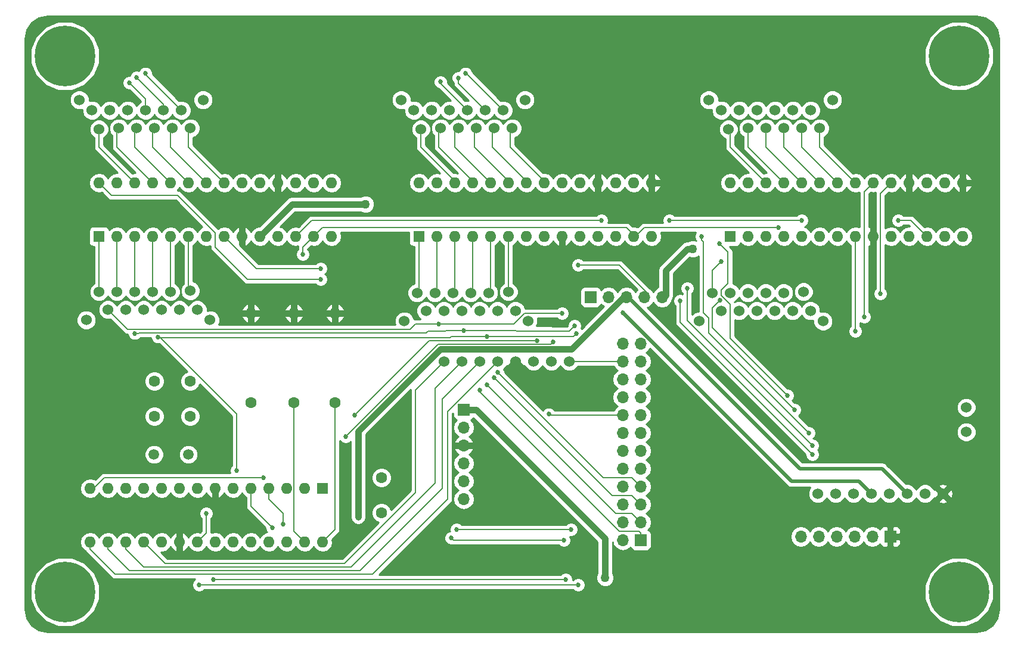
<source format=gbr>
G04 #@! TF.FileFunction,Copper,L2,Bot,Mixed*
%FSLAX46Y46*%
G04 Gerber Fmt 4.6, Leading zero omitted, Abs format (unit mm)*
G04 Created by KiCad (PCBNEW 4.0.6) date 05/08/17 22:06:13*
%MOMM*%
%LPD*%
G01*
G04 APERTURE LIST*
%ADD10C,0.100000*%
%ADD11C,1.524000*%
%ADD12R,1.600000X1.600000*%
%ADD13O,1.600000X1.600000*%
%ADD14C,1.600000*%
%ADD15R,1.700000X1.700000*%
%ADD16O,1.700000X1.700000*%
%ADD17C,1.500000*%
%ADD18C,8.600000*%
%ADD19C,0.685800*%
%ADD20C,1.270000*%
%ADD21C,0.152400*%
%ADD22C,0.889000*%
%ADD23C,0.508000*%
%ADD24C,0.254000*%
G04 APERTURE END LIST*
D10*
D11*
X182087596Y-112419520D03*
X181102000Y-109728000D03*
X179547596Y-112419520D03*
X178277596Y-109879520D03*
X177007596Y-112419520D03*
X175737596Y-109879520D03*
X174467596Y-112419520D03*
X173197596Y-109879520D03*
X171927596Y-112419520D03*
X170657596Y-109879520D03*
X169387596Y-112419520D03*
X168117596Y-109879520D03*
X166317596Y-113899520D03*
X183887596Y-113899520D03*
X94996000Y-112268000D03*
X94010404Y-109576480D03*
X92456000Y-112268000D03*
X91186000Y-109728000D03*
X89916000Y-112268000D03*
X88646000Y-109728000D03*
X87376000Y-112268000D03*
X86106000Y-109728000D03*
X84836000Y-112268000D03*
X83566000Y-109728000D03*
X82296000Y-112268000D03*
X81026000Y-109728000D03*
X79226000Y-113748000D03*
X96796000Y-113748000D03*
X169448404Y-83922480D03*
X170434000Y-86614000D03*
X171988404Y-83922480D03*
X173258404Y-86462480D03*
X174528404Y-83922480D03*
X175798404Y-86462480D03*
X177068404Y-83922480D03*
X178338404Y-86462480D03*
X179608404Y-83922480D03*
X180878404Y-86462480D03*
X182148404Y-83922480D03*
X183418404Y-86462480D03*
X185218404Y-82442480D03*
X167648404Y-82442480D03*
D12*
X126492000Y-101854000D03*
D13*
X159512000Y-94234000D03*
X129032000Y-101854000D03*
X156972000Y-94234000D03*
X131572000Y-101854000D03*
X154432000Y-94234000D03*
X134112000Y-101854000D03*
X151892000Y-94234000D03*
X136652000Y-101854000D03*
X149352000Y-94234000D03*
X139192000Y-101854000D03*
X146812000Y-94234000D03*
X141732000Y-101854000D03*
X144272000Y-94234000D03*
X144272000Y-101854000D03*
X141732000Y-94234000D03*
X146812000Y-101854000D03*
X139192000Y-94234000D03*
X149352000Y-101854000D03*
X136652000Y-94234000D03*
X151892000Y-101854000D03*
X134112000Y-94234000D03*
X154432000Y-101854000D03*
X131572000Y-94234000D03*
X156972000Y-101854000D03*
X129032000Y-94234000D03*
X159512000Y-101854000D03*
X126492000Y-94234000D03*
D11*
X130048000Y-119634000D03*
X132588000Y-119634000D03*
X135128000Y-119634000D03*
X137668000Y-119634000D03*
X140208000Y-119634000D03*
X142748000Y-119634000D03*
X145288000Y-119634000D03*
X147828000Y-119634000D03*
D14*
X121158000Y-136144000D03*
X121158000Y-141144000D03*
D15*
X132842000Y-126492000D03*
D16*
X132842000Y-129032000D03*
X132842000Y-131572000D03*
X132842000Y-134112000D03*
X132842000Y-136652000D03*
X132842000Y-139192000D03*
D15*
X157988000Y-145034000D03*
D16*
X155448000Y-145034000D03*
X157988000Y-142494000D03*
X155448000Y-142494000D03*
X157988000Y-139954000D03*
X155448000Y-139954000D03*
X157988000Y-137414000D03*
X155448000Y-137414000D03*
X157988000Y-134874000D03*
X155448000Y-134874000D03*
X157988000Y-132334000D03*
X155448000Y-132334000D03*
X157988000Y-129794000D03*
X155448000Y-129794000D03*
X157988000Y-127254000D03*
X155448000Y-127254000D03*
X157988000Y-124714000D03*
X155448000Y-124714000D03*
X157988000Y-122174000D03*
X155448000Y-122174000D03*
X157988000Y-119634000D03*
X155448000Y-119634000D03*
X157988000Y-117094000D03*
X155448000Y-117094000D03*
D14*
X102616000Y-125476000D03*
D13*
X102616000Y-112776000D03*
D14*
X114554000Y-125476000D03*
D13*
X114554000Y-112776000D03*
D14*
X108712000Y-125476000D03*
D13*
X108712000Y-112776000D03*
D15*
X150876000Y-110490000D03*
D16*
X153416000Y-110490000D03*
X155956000Y-110490000D03*
X158496000Y-110490000D03*
X161036000Y-110490000D03*
D11*
X183134000Y-138430000D03*
X185674000Y-138430000D03*
X188214000Y-138430000D03*
X190754000Y-138430000D03*
X193294000Y-138430000D03*
X195834000Y-138430000D03*
X198374000Y-138430000D03*
X200914000Y-138430000D03*
X204216000Y-129667000D03*
X204216000Y-126167000D03*
D12*
X81026000Y-101854000D03*
D13*
X114046000Y-94234000D03*
X83566000Y-101854000D03*
X111506000Y-94234000D03*
X86106000Y-101854000D03*
X108966000Y-94234000D03*
X88646000Y-101854000D03*
X106426000Y-94234000D03*
X91186000Y-101854000D03*
X103886000Y-94234000D03*
X93726000Y-101854000D03*
X101346000Y-94234000D03*
X96266000Y-101854000D03*
X98806000Y-94234000D03*
X98806000Y-101854000D03*
X96266000Y-94234000D03*
X101346000Y-101854000D03*
X93726000Y-94234000D03*
X103886000Y-101854000D03*
X91186000Y-94234000D03*
X106426000Y-101854000D03*
X88646000Y-94234000D03*
X108966000Y-101854000D03*
X86106000Y-94234000D03*
X111506000Y-101854000D03*
X83566000Y-94234000D03*
X114046000Y-101854000D03*
X81026000Y-94234000D03*
D12*
X170688000Y-101854000D03*
D13*
X203708000Y-94234000D03*
X173228000Y-101854000D03*
X201168000Y-94234000D03*
X175768000Y-101854000D03*
X198628000Y-94234000D03*
X178308000Y-101854000D03*
X196088000Y-94234000D03*
X180848000Y-101854000D03*
X193548000Y-94234000D03*
X183388000Y-101854000D03*
X191008000Y-94234000D03*
X185928000Y-101854000D03*
X188468000Y-94234000D03*
X188468000Y-101854000D03*
X185928000Y-94234000D03*
X191008000Y-101854000D03*
X183388000Y-94234000D03*
X193548000Y-101854000D03*
X180848000Y-94234000D03*
X196088000Y-101854000D03*
X178308000Y-94234000D03*
X198628000Y-101854000D03*
X175768000Y-94234000D03*
X201168000Y-101854000D03*
X173228000Y-94234000D03*
X203708000Y-101854000D03*
X170688000Y-94234000D03*
D12*
X112776000Y-137668000D03*
D13*
X79756000Y-145288000D03*
X110236000Y-137668000D03*
X82296000Y-145288000D03*
X107696000Y-137668000D03*
X84836000Y-145288000D03*
X105156000Y-137668000D03*
X87376000Y-145288000D03*
X102616000Y-137668000D03*
X89916000Y-145288000D03*
X100076000Y-137668000D03*
X92456000Y-145288000D03*
X97536000Y-137668000D03*
X94996000Y-145288000D03*
X94996000Y-137668000D03*
X97536000Y-145288000D03*
X92456000Y-137668000D03*
X100076000Y-145288000D03*
X89916000Y-137668000D03*
X102616000Y-145288000D03*
X87376000Y-137668000D03*
X105156000Y-145288000D03*
X84836000Y-137668000D03*
X107696000Y-145288000D03*
X82296000Y-137668000D03*
X110236000Y-145288000D03*
X79756000Y-137668000D03*
X112776000Y-145288000D03*
D17*
X93726000Y-132842000D03*
X88846000Y-132842000D03*
D14*
X93980000Y-122428000D03*
X93980000Y-127428000D03*
X88900000Y-122428000D03*
X88900000Y-127428000D03*
D18*
X76200000Y-76200000D03*
X76200000Y-152400000D03*
X203200000Y-152400000D03*
X203200000Y-76200000D03*
D15*
X193421000Y-144526000D03*
D16*
X190881000Y-144526000D03*
X188341000Y-144526000D03*
X185801000Y-144526000D03*
X183261000Y-144526000D03*
X180721000Y-144526000D03*
D11*
X80040404Y-83922480D03*
X81026000Y-86614000D03*
X82580404Y-83922480D03*
X83850404Y-86462480D03*
X85120404Y-83922480D03*
X86390404Y-86462480D03*
X87660404Y-83922480D03*
X88930404Y-86462480D03*
X90200404Y-83922480D03*
X91470404Y-86462480D03*
X92740404Y-83922480D03*
X94010404Y-86462480D03*
X95810404Y-82442480D03*
X78240404Y-82442480D03*
X140177596Y-112419520D03*
X139192000Y-109728000D03*
X137637596Y-112419520D03*
X136367596Y-109879520D03*
X135097596Y-112419520D03*
X133827596Y-109879520D03*
X132557596Y-112419520D03*
X131287596Y-109879520D03*
X130017596Y-112419520D03*
X128747596Y-109879520D03*
X127477596Y-112419520D03*
X126207596Y-109879520D03*
X124407596Y-113899520D03*
X141977596Y-113899520D03*
X125760404Y-83922480D03*
X126746000Y-86614000D03*
X128300404Y-83922480D03*
X129570404Y-86462480D03*
X130840404Y-83922480D03*
X132110404Y-86462480D03*
X133380404Y-83922480D03*
X134650404Y-86462480D03*
X135920404Y-83922480D03*
X137190404Y-86462480D03*
X138460404Y-83922480D03*
X139730404Y-86462480D03*
X141530404Y-82442480D03*
X123960404Y-82442480D03*
D19*
X129286000Y-114300000D03*
X146812000Y-112776000D03*
X87630000Y-78676490D03*
X133096000Y-78676490D03*
D20*
X165354000Y-103632000D03*
X152908000Y-150368000D03*
X118872000Y-97282000D03*
D19*
X136144000Y-116078000D03*
X148855679Y-115633500D03*
X89408000Y-116141510D03*
X129540000Y-79883001D03*
X85344000Y-80010000D03*
X100583984Y-135128000D03*
X86360000Y-79248000D03*
X132842000Y-115252500D03*
X148590000Y-114554002D03*
X86106000Y-115633510D03*
X132080000Y-79311500D03*
D20*
X146050000Y-98044000D03*
X142748000Y-123952000D03*
D19*
X162052008Y-99568000D03*
X180848000Y-99568000D03*
X194564000Y-99568000D03*
X152400000Y-99568000D03*
X177546000Y-100584000D03*
X109982000Y-104394000D03*
X143255990Y-116649510D03*
X117348000Y-127254000D03*
X149098000Y-105918000D03*
X155448000Y-112712490D03*
X117856000Y-141732000D03*
X104394000Y-136144000D03*
X144930119Y-127103881D03*
X137668000Y-121158000D03*
X137160000Y-121920000D03*
X136144000Y-122936000D03*
X112522000Y-106426000D03*
X112522000Y-107950000D03*
X135128000Y-123698000D03*
X169267888Y-110894112D03*
X179832000Y-126492000D03*
X181864000Y-129794000D03*
X166624000Y-101854000D03*
X164592000Y-109220000D03*
X182372000Y-131572000D03*
X163576000Y-110998000D03*
X182372000Y-132842000D03*
X192024000Y-109982000D03*
X189738000Y-113283998D03*
X188468000Y-115315998D03*
X178816000Y-124460000D03*
X169164000Y-102870000D03*
X145542000Y-116840000D03*
X96266000Y-141224000D03*
X116078000Y-130302000D03*
X147319994Y-150622006D03*
X97282000Y-150622006D03*
X149098000Y-151384000D03*
X95250002Y-151384000D03*
X107188000Y-142748000D03*
X131826000Y-143510000D03*
X148082000Y-143510000D03*
X131064000Y-144716490D03*
X105664000Y-143256000D03*
X147066000Y-145034000D03*
X169418000Y-105410000D03*
D21*
X139954000Y-114300000D02*
X129286000Y-114300000D01*
X129286000Y-114300000D02*
X125984000Y-114300000D01*
X146812000Y-112776000D02*
X141478000Y-112776000D01*
X141478000Y-112776000D02*
X139954000Y-114300000D01*
X125984000Y-114300000D02*
X125222000Y-115062000D01*
X125222000Y-115062000D02*
X85090000Y-115062000D01*
X85090000Y-115062000D02*
X82296000Y-112268000D01*
X92740404Y-83922480D02*
X87630000Y-78812076D01*
X87630000Y-78812076D02*
X87630000Y-78676490D01*
X138460404Y-83922480D02*
X133214414Y-78676490D01*
X133214414Y-78676490D02*
X133096000Y-78676490D01*
D22*
X161290000Y-110490000D02*
X161544000Y-110236000D01*
X161544000Y-110236000D02*
X161544000Y-106680000D01*
X161544000Y-106680000D02*
X164592000Y-103632000D01*
X164592000Y-103632000D02*
X165354000Y-103632000D01*
X152908000Y-144819000D02*
X152908000Y-150368000D01*
X134581000Y-126492000D02*
X152908000Y-144819000D01*
X132842000Y-126492000D02*
X134581000Y-126492000D01*
X103886000Y-101854000D02*
X108458000Y-97282000D01*
X108458000Y-97282000D02*
X118872000Y-97282000D01*
D21*
X131087053Y-116078000D02*
X136144000Y-116078000D01*
X136144000Y-116078000D02*
X148411179Y-116078000D01*
X89750899Y-116281220D02*
X130883833Y-116281220D01*
X130883833Y-116281220D02*
X131087053Y-116078000D01*
X148411179Y-116078000D02*
X148855679Y-115633500D01*
X89750899Y-116281220D02*
X89611189Y-116141510D01*
X89611189Y-116141510D02*
X89408000Y-116141510D01*
X100583984Y-127114305D02*
X89750899Y-116281220D01*
X100583984Y-135128000D02*
X100583984Y-127114305D01*
X133380404Y-83922480D02*
X129540000Y-80082076D01*
X129540000Y-80082076D02*
X129540000Y-79883001D01*
X87660404Y-83922480D02*
X87660404Y-82326404D01*
X87660404Y-82326404D02*
X85344000Y-80010000D01*
X86360000Y-79248000D02*
X90200404Y-83088404D01*
X90200404Y-83088404D02*
X90200404Y-83922480D01*
X127738933Y-115316000D02*
X132842000Y-115252500D01*
X132842000Y-115252500D02*
X147828002Y-115316000D01*
X86106000Y-115633510D02*
X86590933Y-115633510D01*
X86590933Y-115633510D02*
X86654443Y-115570000D01*
X86654443Y-115570000D02*
X127484933Y-115570000D01*
X127484933Y-115570000D02*
X127738933Y-115316000D01*
X147828002Y-115316000D02*
X148590000Y-114554002D01*
X135920404Y-83922480D02*
X132080000Y-80082076D01*
X132080000Y-80082076D02*
X132080000Y-79311500D01*
D22*
X146050000Y-98044000D02*
X146558000Y-97536000D01*
X146558000Y-97536000D02*
X148844000Y-97536000D01*
X140208000Y-119634000D02*
X140208000Y-121412000D01*
X140208000Y-121412000D02*
X142748000Y-123952000D01*
D21*
X112776000Y-145288000D02*
X114554000Y-143510000D01*
X114554000Y-143510000D02*
X114554000Y-125476000D01*
X180848000Y-99568000D02*
X162052008Y-99568000D01*
X198628000Y-101854000D02*
X196342000Y-99568000D01*
X196342000Y-99568000D02*
X194564000Y-99568000D01*
X152400000Y-99568000D02*
X111252000Y-99568000D01*
X111252000Y-99568000D02*
X108966000Y-101854000D01*
X108712000Y-125476000D02*
X108712000Y-137161670D01*
X108712000Y-137161670D02*
X108724601Y-137174271D01*
X108724601Y-138161729D02*
X108712000Y-138174330D01*
X108724601Y-137174271D02*
X108724601Y-138161729D01*
X108712000Y-138174330D02*
X108712000Y-138177670D01*
X108724601Y-138190271D02*
X108724601Y-139177729D01*
X108712000Y-138177670D02*
X108724601Y-138190271D01*
X108724601Y-139177729D02*
X108712000Y-139190330D01*
X108712000Y-139190330D02*
X108712000Y-143764000D01*
X108712000Y-143764000D02*
X110236000Y-145288000D01*
X158496000Y-100584000D02*
X177546000Y-100584000D01*
X112776000Y-100584000D02*
X111506000Y-101854000D01*
X155956000Y-100584000D02*
X112776000Y-100584000D01*
X157226000Y-101854000D02*
X155956000Y-100584000D01*
X111506000Y-101854000D02*
X109982000Y-103378000D01*
X109982000Y-103378000D02*
X109982000Y-104394000D01*
X157226000Y-101854000D02*
X158496000Y-100584000D01*
X127952490Y-116649510D02*
X143255990Y-116649510D01*
X117348000Y-127254000D02*
X127952490Y-116649510D01*
X149098000Y-105918000D02*
X154940000Y-105918000D01*
X154940000Y-105918000D02*
X158750000Y-109728000D01*
X158750000Y-109728000D02*
X158750000Y-110490000D01*
D23*
X179387510Y-136652000D02*
X155448000Y-112712490D01*
X188976000Y-136652000D02*
X179387510Y-136652000D01*
X190754000Y-138430000D02*
X188976000Y-136652000D01*
D22*
X117856000Y-129540000D02*
X117856000Y-141732000D01*
X141712254Y-117856000D02*
X129540000Y-117856000D01*
X141750376Y-117894122D02*
X141712254Y-117856000D01*
X148153292Y-117894122D02*
X141750376Y-117894122D01*
X155557414Y-110490000D02*
X148153292Y-117894122D01*
X156210000Y-110490000D02*
X155557414Y-110490000D01*
X129540000Y-117856000D02*
X117856000Y-129540000D01*
D23*
X156210000Y-110490000D02*
X180594000Y-134874000D01*
X180594000Y-134874000D02*
X192278000Y-134874000D01*
X192278000Y-134874000D02*
X195834000Y-138430000D01*
D21*
X137668000Y-119634000D02*
X130556000Y-126746000D01*
X130556000Y-126746000D02*
X130556000Y-139192000D01*
X130556000Y-139192000D02*
X119888000Y-149860000D01*
X83312000Y-149860000D02*
X79756000Y-146304000D01*
X119888000Y-149860000D02*
X83312000Y-149860000D01*
X79756000Y-146304000D02*
X79756000Y-145288000D01*
X135128000Y-119634000D02*
X129794000Y-124968000D01*
X129794000Y-124968000D02*
X129794000Y-137668000D01*
X129794000Y-137668000D02*
X118110000Y-149352000D01*
X118110000Y-149352000D02*
X85344000Y-149352000D01*
X85344000Y-149352000D02*
X82296000Y-146304000D01*
X82296000Y-146304000D02*
X82296000Y-145288000D01*
X132588000Y-119634000D02*
X128778000Y-123444000D01*
X87376000Y-148844000D02*
X84836000Y-146304000D01*
X128778000Y-123444000D02*
X128778000Y-136906000D01*
X128778000Y-136906000D02*
X116840000Y-148844000D01*
X116840000Y-148844000D02*
X87376000Y-148844000D01*
X84836000Y-146304000D02*
X84836000Y-145288000D01*
X130048000Y-119634000D02*
X125984000Y-123698000D01*
X125984000Y-123698000D02*
X125984000Y-138252934D01*
X125984000Y-138252934D02*
X115900934Y-148336000D01*
X115900934Y-148336000D02*
X90424000Y-148336000D01*
X90424000Y-148336000D02*
X87376000Y-145288000D01*
X79756000Y-138176000D02*
X81788000Y-136144000D01*
X81788000Y-136144000D02*
X104394000Y-136144000D01*
X155448000Y-127254000D02*
X145080238Y-127254000D01*
X145080238Y-127254000D02*
X144930119Y-127103881D01*
X147828000Y-119634000D02*
X155448000Y-119634000D01*
X152654000Y-136144000D02*
X137668000Y-121158000D01*
X157988000Y-137414000D02*
X156718000Y-136144000D01*
X156718000Y-136144000D02*
X152654000Y-136144000D01*
X153924000Y-138684000D02*
X137160000Y-121920000D01*
X156718000Y-138684000D02*
X153924000Y-138684000D01*
X157988000Y-139954000D02*
X156718000Y-138684000D01*
X157988000Y-142494000D02*
X156718000Y-141224000D01*
X156718000Y-141224000D02*
X154432000Y-141224000D01*
X154432000Y-141224000D02*
X136144000Y-122936000D01*
X112522000Y-106426000D02*
X103378000Y-106426000D01*
X103378000Y-106426000D02*
X98806000Y-101854000D01*
X157988000Y-145034000D02*
X157988000Y-144031600D01*
X154940000Y-143764000D02*
X135128000Y-123952000D01*
X157988000Y-144031600D02*
X157720400Y-143764000D01*
X157720400Y-143764000D02*
X154940000Y-143764000D01*
X135128000Y-123952000D02*
X135128000Y-123698000D01*
X112522000Y-107950000D02*
X102108000Y-107950000D01*
X102108000Y-107950000D02*
X97536000Y-103378000D01*
X97536000Y-103378000D02*
X97536000Y-101346000D01*
X97536000Y-101346000D02*
X92202000Y-96012000D01*
X92202000Y-96012000D02*
X82804000Y-96012000D01*
X82804000Y-96012000D02*
X81026000Y-94234000D01*
X169267888Y-110894112D02*
X168148000Y-112014000D01*
X168148000Y-112014000D02*
X168148000Y-114808000D01*
X168148000Y-114808000D02*
X179832000Y-126492000D01*
X166624000Y-101854000D02*
X166624000Y-102338933D01*
X166624000Y-102338933D02*
X166878000Y-102592933D01*
X166878000Y-102592933D02*
X166878000Y-112699067D01*
X166878000Y-112699067D02*
X167640000Y-113461067D01*
X167640000Y-113461067D02*
X167640000Y-115570000D01*
X167640000Y-115570000D02*
X181864000Y-129794000D01*
X164592000Y-113792000D02*
X164592000Y-109220000D01*
X182372000Y-131572000D02*
X164592000Y-113792000D01*
X163576000Y-114046000D02*
X163576000Y-110998000D01*
X182372000Y-132842000D02*
X163576000Y-114046000D01*
X193548000Y-94234000D02*
X192024000Y-95758000D01*
X192024000Y-102360330D02*
X192024000Y-109982000D01*
X192024000Y-95758000D02*
X192024000Y-101347670D01*
X192024000Y-101347670D02*
X192036601Y-101360271D01*
X192036601Y-101360271D02*
X192036601Y-102347729D01*
X192036601Y-102347729D02*
X192024000Y-102360330D01*
X191008000Y-94234000D02*
X189738000Y-95504000D01*
X189738000Y-95504000D02*
X189738000Y-113283998D01*
X188468000Y-101854000D02*
X188468000Y-115315998D01*
X169164000Y-102870000D02*
X170383190Y-104089190D01*
X170383190Y-104089190D02*
X170383190Y-108508810D01*
X170383190Y-108508810D02*
X169418000Y-109474000D01*
X169418000Y-109474000D02*
X169418000Y-110236000D01*
X169418000Y-110236000D02*
X170688000Y-111506000D01*
X170688000Y-111506000D02*
X170688000Y-116332000D01*
X170688000Y-116332000D02*
X178816000Y-124460000D01*
X141965677Y-117157501D02*
X129222499Y-117157501D01*
X145160988Y-117221012D02*
X142029188Y-117221012D01*
X129222499Y-117157501D02*
X116078000Y-130302000D01*
X142029188Y-117221012D02*
X141965677Y-117157501D01*
X145542000Y-116840000D02*
X145160988Y-117221012D01*
X94996000Y-145288000D02*
X96266000Y-144018000D01*
X96266000Y-144018000D02*
X96266000Y-141224000D01*
X147319994Y-150622006D02*
X97282000Y-150622006D01*
X149098000Y-151384000D02*
X95250002Y-151384000D01*
X105156000Y-137668000D02*
X105156000Y-139192000D01*
X105156000Y-139192000D02*
X107188000Y-141224000D01*
X107188000Y-141224000D02*
X107188000Y-142748000D01*
X131826000Y-143510000D02*
X148082000Y-143510000D01*
X102616000Y-137668000D02*
X102616000Y-140208000D01*
X102616000Y-140208000D02*
X105664000Y-143256000D01*
X131381510Y-145034000D02*
X131064000Y-144716490D01*
X147066000Y-145034000D02*
X131381510Y-145034000D01*
X91186000Y-109728000D02*
X91186000Y-101854000D01*
X93726000Y-101854000D02*
X93726000Y-109728000D01*
X83566000Y-86614000D02*
X83566000Y-89154000D01*
X83566000Y-89154000D02*
X88646000Y-94234000D01*
X81026000Y-86614000D02*
X81026000Y-89154000D01*
X81026000Y-89154000D02*
X86106000Y-94234000D01*
X136652000Y-101854000D02*
X136652000Y-109728000D01*
X139192000Y-101854000D02*
X139192000Y-109728000D01*
X134366000Y-94234000D02*
X129286000Y-89154000D01*
X129286000Y-89154000D02*
X129286000Y-86614000D01*
X126746000Y-86614000D02*
X126746000Y-89154000D01*
X126746000Y-89154000D02*
X131826000Y-94234000D01*
X178308000Y-94234000D02*
X173228000Y-89154000D01*
X173228000Y-89154000D02*
X173228000Y-86614000D01*
X175768000Y-94234000D02*
X170688000Y-89154000D01*
X170688000Y-89154000D02*
X170688000Y-86614000D01*
X81026000Y-109728000D02*
X81026000Y-101854000D01*
X83566000Y-101854000D02*
X83566000Y-109728000D01*
X86106000Y-101854000D02*
X86106000Y-109728000D01*
X88646000Y-101854000D02*
X88646000Y-109728000D01*
X93726000Y-86614000D02*
X93726000Y-89154000D01*
X93726000Y-89154000D02*
X98806000Y-94234000D01*
X91186000Y-86614000D02*
X91186000Y-89154000D01*
X91186000Y-89154000D02*
X96266000Y-94234000D01*
X88646000Y-86614000D02*
X88646000Y-89154000D01*
X88646000Y-89154000D02*
X93726000Y-94234000D01*
X86106000Y-86614000D02*
X86106000Y-89154000D01*
X86106000Y-89154000D02*
X91186000Y-94234000D01*
X126492000Y-101854000D02*
X126492000Y-109728000D01*
X129032000Y-101854000D02*
X129032000Y-109728000D01*
X131572000Y-101854000D02*
X131572000Y-109728000D01*
X134112000Y-109728000D02*
X134112000Y-101854000D01*
X144526000Y-94234000D02*
X139446000Y-89154000D01*
X139446000Y-89154000D02*
X139446000Y-86614000D01*
X141986000Y-94234000D02*
X136906000Y-89154000D01*
X136906000Y-89154000D02*
X136906000Y-86614000D01*
X139446000Y-94234000D02*
X134366000Y-89154000D01*
X134366000Y-89154000D02*
X134366000Y-86614000D01*
X131572000Y-86614000D02*
X131572000Y-89154000D01*
X131572000Y-89154000D02*
X136652000Y-94234000D01*
X168117596Y-109879520D02*
X168117596Y-106710404D01*
X168117596Y-106710404D02*
X169418000Y-105410000D01*
X183388000Y-86614000D02*
X183388000Y-89154000D01*
X183388000Y-89154000D02*
X188468000Y-94234000D01*
X185928000Y-94234000D02*
X180848000Y-89154000D01*
X180848000Y-89154000D02*
X180848000Y-86614000D01*
X178308000Y-86614000D02*
X178308000Y-89154000D01*
X178308000Y-89154000D02*
X183388000Y-94234000D01*
X180848000Y-94234000D02*
X175768000Y-89154000D01*
X175768000Y-89154000D02*
X175768000Y-86614000D01*
D24*
G36*
X206920995Y-70808824D02*
X207922196Y-71477804D01*
X208591175Y-72479005D01*
X208840000Y-73729931D01*
X208840000Y-154870069D01*
X208591175Y-156120995D01*
X207922196Y-157122196D01*
X206920995Y-157791176D01*
X205670069Y-158040000D01*
X73729931Y-158040000D01*
X72479005Y-157791175D01*
X71477804Y-157122196D01*
X70808824Y-156120995D01*
X70560000Y-154870069D01*
X70560000Y-153377325D01*
X71264146Y-153377325D01*
X72013871Y-155191801D01*
X73400897Y-156581250D01*
X75214061Y-157334141D01*
X77177325Y-157335854D01*
X78991801Y-156586129D01*
X80381250Y-155199103D01*
X81134141Y-153385939D01*
X81134148Y-153377325D01*
X198264146Y-153377325D01*
X199013871Y-155191801D01*
X200400897Y-156581250D01*
X202214061Y-157334141D01*
X204177325Y-157335854D01*
X205991801Y-156586129D01*
X207381250Y-155199103D01*
X208134141Y-153385939D01*
X208135854Y-151422675D01*
X207386129Y-149608199D01*
X205999103Y-148218750D01*
X204185939Y-147465859D01*
X202222675Y-147464146D01*
X200408199Y-148213871D01*
X199018750Y-149600897D01*
X198265859Y-151414061D01*
X198264146Y-153377325D01*
X81134148Y-153377325D01*
X81135854Y-151422675D01*
X80386129Y-149608199D01*
X78999103Y-148218750D01*
X77185939Y-147465859D01*
X75222675Y-147464146D01*
X73408199Y-148213871D01*
X72018750Y-149600897D01*
X71265859Y-151414061D01*
X71264146Y-153377325D01*
X70560000Y-153377325D01*
X70560000Y-137639887D01*
X78321000Y-137639887D01*
X78321000Y-137696113D01*
X78430233Y-138245264D01*
X78741302Y-138710811D01*
X79206849Y-139021880D01*
X79756000Y-139131113D01*
X80305151Y-139021880D01*
X80770698Y-138710811D01*
X81026000Y-138328725D01*
X81281302Y-138710811D01*
X81746849Y-139021880D01*
X82296000Y-139131113D01*
X82845151Y-139021880D01*
X83310698Y-138710811D01*
X83566000Y-138328725D01*
X83821302Y-138710811D01*
X84286849Y-139021880D01*
X84836000Y-139131113D01*
X85385151Y-139021880D01*
X85850698Y-138710811D01*
X86106000Y-138328725D01*
X86361302Y-138710811D01*
X86826849Y-139021880D01*
X87376000Y-139131113D01*
X87925151Y-139021880D01*
X88390698Y-138710811D01*
X88646000Y-138328725D01*
X88901302Y-138710811D01*
X89366849Y-139021880D01*
X89916000Y-139131113D01*
X90465151Y-139021880D01*
X90930698Y-138710811D01*
X91186000Y-138328725D01*
X91441302Y-138710811D01*
X91906849Y-139021880D01*
X92456000Y-139131113D01*
X93005151Y-139021880D01*
X93470698Y-138710811D01*
X93726000Y-138328725D01*
X93981302Y-138710811D01*
X94446849Y-139021880D01*
X94996000Y-139131113D01*
X95545151Y-139021880D01*
X96010698Y-138710811D01*
X96276542Y-138312947D01*
X96508657Y-138669929D01*
X96970280Y-138986809D01*
X97003489Y-139000538D01*
X97218500Y-138904126D01*
X97218500Y-137985500D01*
X97198500Y-137985500D01*
X97198500Y-137350500D01*
X97218500Y-137350500D01*
X97218500Y-137330500D01*
X97853500Y-137330500D01*
X97853500Y-137350500D01*
X97873500Y-137350500D01*
X97873500Y-137985500D01*
X97853500Y-137985500D01*
X97853500Y-138904126D01*
X98068511Y-139000538D01*
X98101720Y-138986809D01*
X98563343Y-138669929D01*
X98795458Y-138312947D01*
X99061302Y-138710811D01*
X99526849Y-139021880D01*
X100076000Y-139131113D01*
X100625151Y-139021880D01*
X101090698Y-138710811D01*
X101346000Y-138328725D01*
X101601302Y-138710811D01*
X101904800Y-138913602D01*
X101904800Y-140208000D01*
X101958937Y-140480165D01*
X102113106Y-140710894D01*
X104686075Y-143283863D01*
X104685931Y-143449663D01*
X104834493Y-143809212D01*
X104900812Y-143875647D01*
X104606849Y-143934120D01*
X104141302Y-144245189D01*
X103886000Y-144627275D01*
X103630698Y-144245189D01*
X103165151Y-143934120D01*
X102616000Y-143824887D01*
X102066849Y-143934120D01*
X101601302Y-144245189D01*
X101346000Y-144627275D01*
X101090698Y-144245189D01*
X100625151Y-143934120D01*
X100076000Y-143824887D01*
X99526849Y-143934120D01*
X99061302Y-144245189D01*
X98806000Y-144627275D01*
X98550698Y-144245189D01*
X98085151Y-143934120D01*
X97536000Y-143824887D01*
X96986849Y-143934120D01*
X96977200Y-143940567D01*
X96977200Y-141895794D01*
X97094540Y-141778659D01*
X97243730Y-141419370D01*
X97244069Y-141030337D01*
X97095507Y-140670788D01*
X96820659Y-140395460D01*
X96461370Y-140246270D01*
X96072337Y-140245931D01*
X95712788Y-140394493D01*
X95437460Y-140669341D01*
X95288270Y-141028630D01*
X95287931Y-141417663D01*
X95436493Y-141777212D01*
X95554800Y-141895726D01*
X95554800Y-143723411D01*
X95377449Y-143900762D01*
X94996000Y-143824887D01*
X94446849Y-143934120D01*
X93981302Y-144245189D01*
X93715458Y-144643053D01*
X93483343Y-144286071D01*
X93021720Y-143969191D01*
X92988511Y-143955462D01*
X92773500Y-144051874D01*
X92773500Y-144970500D01*
X92793500Y-144970500D01*
X92793500Y-145605500D01*
X92773500Y-145605500D01*
X92773500Y-146524126D01*
X92988511Y-146620538D01*
X93021720Y-146606809D01*
X93483343Y-146289929D01*
X93715458Y-145932947D01*
X93981302Y-146330811D01*
X94446849Y-146641880D01*
X94996000Y-146751113D01*
X95545151Y-146641880D01*
X96010698Y-146330811D01*
X96266000Y-145948725D01*
X96521302Y-146330811D01*
X96986849Y-146641880D01*
X97536000Y-146751113D01*
X98085151Y-146641880D01*
X98550698Y-146330811D01*
X98806000Y-145948725D01*
X99061302Y-146330811D01*
X99526849Y-146641880D01*
X100076000Y-146751113D01*
X100625151Y-146641880D01*
X101090698Y-146330811D01*
X101346000Y-145948725D01*
X101601302Y-146330811D01*
X102066849Y-146641880D01*
X102616000Y-146751113D01*
X103165151Y-146641880D01*
X103630698Y-146330811D01*
X103886000Y-145948725D01*
X104141302Y-146330811D01*
X104606849Y-146641880D01*
X105156000Y-146751113D01*
X105705151Y-146641880D01*
X106170698Y-146330811D01*
X106426000Y-145948725D01*
X106681302Y-146330811D01*
X107146849Y-146641880D01*
X107696000Y-146751113D01*
X108245151Y-146641880D01*
X108710698Y-146330811D01*
X108966000Y-145948725D01*
X109221302Y-146330811D01*
X109686849Y-146641880D01*
X110236000Y-146751113D01*
X110785151Y-146641880D01*
X111250698Y-146330811D01*
X111506000Y-145948725D01*
X111761302Y-146330811D01*
X112226849Y-146641880D01*
X112776000Y-146751113D01*
X113325151Y-146641880D01*
X113790698Y-146330811D01*
X114101767Y-145865264D01*
X114211000Y-145316113D01*
X114211000Y-145259887D01*
X114144453Y-144925335D01*
X115056895Y-144012894D01*
X115211063Y-143782164D01*
X115265200Y-143510000D01*
X115265200Y-130871948D01*
X115523341Y-131130540D01*
X115882630Y-131279730D01*
X116271663Y-131280069D01*
X116631212Y-131131507D01*
X116776500Y-130986472D01*
X116776500Y-141732000D01*
X116858672Y-142145107D01*
X117092678Y-142495322D01*
X117442893Y-142729328D01*
X117856000Y-142811500D01*
X118269107Y-142729328D01*
X118619322Y-142495322D01*
X118853328Y-142145107D01*
X118935500Y-141732000D01*
X118935500Y-136428187D01*
X119722752Y-136428187D01*
X119940757Y-136955800D01*
X120344077Y-137359824D01*
X120871309Y-137578750D01*
X121442187Y-137579248D01*
X121969800Y-137361243D01*
X122373824Y-136957923D01*
X122592750Y-136430691D01*
X122593248Y-135859813D01*
X122375243Y-135332200D01*
X121971923Y-134928176D01*
X121444691Y-134709250D01*
X120873813Y-134708752D01*
X120346200Y-134926757D01*
X119942176Y-135330077D01*
X119723250Y-135857309D01*
X119722752Y-136428187D01*
X118935500Y-136428187D01*
X118935500Y-129987144D01*
X125284757Y-123637887D01*
X125272800Y-123698000D01*
X125272800Y-137958345D01*
X122528364Y-140702781D01*
X122375243Y-140332200D01*
X121971923Y-139928176D01*
X121444691Y-139709250D01*
X120873813Y-139708752D01*
X120346200Y-139926757D01*
X119942176Y-140330077D01*
X119723250Y-140857309D01*
X119722752Y-141428187D01*
X119940757Y-141955800D01*
X120344077Y-142359824D01*
X120716626Y-142514520D01*
X115606346Y-147624800D01*
X90718588Y-147624800D01*
X89827247Y-146733459D01*
X89916000Y-146751113D01*
X90465151Y-146641880D01*
X90930698Y-146330811D01*
X91196542Y-145932947D01*
X91428657Y-146289929D01*
X91890280Y-146606809D01*
X91923489Y-146620538D01*
X92138500Y-146524126D01*
X92138500Y-145605500D01*
X92118500Y-145605500D01*
X92118500Y-144970500D01*
X92138500Y-144970500D01*
X92138500Y-144051874D01*
X91923489Y-143955462D01*
X91890280Y-143969191D01*
X91428657Y-144286071D01*
X91196542Y-144643053D01*
X90930698Y-144245189D01*
X90465151Y-143934120D01*
X89916000Y-143824887D01*
X89366849Y-143934120D01*
X88901302Y-144245189D01*
X88646000Y-144627275D01*
X88390698Y-144245189D01*
X87925151Y-143934120D01*
X87376000Y-143824887D01*
X86826849Y-143934120D01*
X86361302Y-144245189D01*
X86106000Y-144627275D01*
X85850698Y-144245189D01*
X85385151Y-143934120D01*
X84836000Y-143824887D01*
X84286849Y-143934120D01*
X83821302Y-144245189D01*
X83566000Y-144627275D01*
X83310698Y-144245189D01*
X82845151Y-143934120D01*
X82296000Y-143824887D01*
X81746849Y-143934120D01*
X81281302Y-144245189D01*
X81026000Y-144627275D01*
X80770698Y-144245189D01*
X80305151Y-143934120D01*
X79756000Y-143824887D01*
X79206849Y-143934120D01*
X78741302Y-144245189D01*
X78430233Y-144710736D01*
X78321000Y-145259887D01*
X78321000Y-145316113D01*
X78430233Y-145865264D01*
X78741302Y-146330811D01*
X79097471Y-146568796D01*
X79098937Y-146576165D01*
X79253106Y-146806894D01*
X82809105Y-150362894D01*
X82907057Y-150428343D01*
X83039836Y-150517063D01*
X83312000Y-150571200D01*
X94680054Y-150571200D01*
X94421462Y-150829341D01*
X94272272Y-151188630D01*
X94271933Y-151577663D01*
X94420495Y-151937212D01*
X94695343Y-152212540D01*
X95054632Y-152361730D01*
X95443665Y-152362069D01*
X95803214Y-152213507D01*
X95921728Y-152095200D01*
X148426206Y-152095200D01*
X148543341Y-152212540D01*
X148902630Y-152361730D01*
X149291663Y-152362069D01*
X149651212Y-152213507D01*
X149926540Y-151938659D01*
X150075730Y-151579370D01*
X150076069Y-151190337D01*
X149927507Y-150830788D01*
X149652659Y-150555460D01*
X149293370Y-150406270D01*
X148904337Y-150405931D01*
X148544788Y-150554493D01*
X148426274Y-150672800D01*
X148297850Y-150672800D01*
X148298063Y-150428343D01*
X148149501Y-150068794D01*
X147874653Y-149793466D01*
X147515364Y-149644276D01*
X147126331Y-149643937D01*
X146766782Y-149792499D01*
X146648268Y-149910806D01*
X120842982Y-149910806D01*
X125843635Y-144910153D01*
X130085931Y-144910153D01*
X130234493Y-145269702D01*
X130509341Y-145545030D01*
X130868630Y-145694220D01*
X131126345Y-145694445D01*
X131381510Y-145745200D01*
X146394206Y-145745200D01*
X146511341Y-145862540D01*
X146870630Y-146011730D01*
X147259663Y-146012069D01*
X147619212Y-145863507D01*
X147894540Y-145588659D01*
X148043730Y-145229370D01*
X148044069Y-144840337D01*
X147898380Y-144487740D01*
X148275663Y-144488069D01*
X148635212Y-144339507D01*
X148910540Y-144064659D01*
X149059730Y-143705370D01*
X149060069Y-143316337D01*
X148911507Y-142956788D01*
X148636659Y-142681460D01*
X148277370Y-142532270D01*
X147888337Y-142531931D01*
X147528788Y-142680493D01*
X147410274Y-142798800D01*
X132497794Y-142798800D01*
X132380659Y-142681460D01*
X132021370Y-142532270D01*
X131632337Y-142531931D01*
X131272788Y-142680493D01*
X130997460Y-142955341D01*
X130848270Y-143314630D01*
X130847931Y-143703663D01*
X130863466Y-143741260D01*
X130510788Y-143886983D01*
X130235460Y-144161831D01*
X130086270Y-144521120D01*
X130085931Y-144910153D01*
X125843635Y-144910153D01*
X131058894Y-139694895D01*
X131213063Y-139464165D01*
X131226781Y-139395199D01*
X131267200Y-139192000D01*
X131267200Y-134112000D01*
X131327907Y-134112000D01*
X131440946Y-134680285D01*
X131762853Y-135162054D01*
X132092026Y-135382000D01*
X131762853Y-135601946D01*
X131440946Y-136083715D01*
X131327907Y-136652000D01*
X131440946Y-137220285D01*
X131762853Y-137702054D01*
X132092026Y-137922000D01*
X131762853Y-138141946D01*
X131440946Y-138623715D01*
X131327907Y-139192000D01*
X131440946Y-139760285D01*
X131762853Y-140242054D01*
X132244622Y-140563961D01*
X132812907Y-140677000D01*
X132871093Y-140677000D01*
X133439378Y-140563961D01*
X133921147Y-140242054D01*
X134243054Y-139760285D01*
X134356093Y-139192000D01*
X134243054Y-138623715D01*
X133921147Y-138141946D01*
X133591974Y-137922000D01*
X133921147Y-137702054D01*
X134243054Y-137220285D01*
X134356093Y-136652000D01*
X134243054Y-136083715D01*
X133921147Y-135601946D01*
X133591974Y-135382000D01*
X133921147Y-135162054D01*
X134243054Y-134680285D01*
X134356093Y-134112000D01*
X134243054Y-133543715D01*
X133921147Y-133061946D01*
X133576094Y-132831390D01*
X133870694Y-132643020D01*
X134202251Y-132167829D01*
X134225133Y-132112524D01*
X134129685Y-131889500D01*
X133159500Y-131889500D01*
X133159500Y-131909500D01*
X132524500Y-131909500D01*
X132524500Y-131889500D01*
X131554315Y-131889500D01*
X131458867Y-132112524D01*
X131481749Y-132167829D01*
X131813306Y-132643020D01*
X132107906Y-132831390D01*
X131762853Y-133061946D01*
X131440946Y-133543715D01*
X131327907Y-134112000D01*
X131267200Y-134112000D01*
X131267200Y-127040588D01*
X131344560Y-126963228D01*
X131344560Y-127342000D01*
X131388838Y-127577317D01*
X131527910Y-127793441D01*
X131740110Y-127938431D01*
X131807541Y-127952086D01*
X131762853Y-127981946D01*
X131440946Y-128463715D01*
X131327907Y-129032000D01*
X131440946Y-129600285D01*
X131762853Y-130082054D01*
X132107906Y-130312610D01*
X131813306Y-130500980D01*
X131481749Y-130976171D01*
X131458867Y-131031476D01*
X131554315Y-131254500D01*
X132524500Y-131254500D01*
X132524500Y-131234500D01*
X133159500Y-131234500D01*
X133159500Y-131254500D01*
X134129685Y-131254500D01*
X134225133Y-131031476D01*
X134202251Y-130976171D01*
X133870694Y-130500980D01*
X133576094Y-130312610D01*
X133921147Y-130082054D01*
X134243054Y-129600285D01*
X134356093Y-129032000D01*
X134243054Y-128463715D01*
X133921147Y-127981946D01*
X133879548Y-127954150D01*
X133927317Y-127945162D01*
X134143441Y-127806090D01*
X134234775Y-127672419D01*
X151828500Y-145266144D01*
X151828500Y-149656029D01*
X151638221Y-150114273D01*
X151637780Y-150619510D01*
X151830718Y-151086458D01*
X152187663Y-151444026D01*
X152654273Y-151637779D01*
X153159510Y-151638220D01*
X153626458Y-151445282D01*
X153984026Y-151088337D01*
X154177779Y-150621727D01*
X154178220Y-150116490D01*
X153987500Y-149654910D01*
X153987500Y-145303430D01*
X154046946Y-145602285D01*
X154368853Y-146084054D01*
X154850622Y-146405961D01*
X155418907Y-146519000D01*
X155477093Y-146519000D01*
X156045378Y-146405961D01*
X156527147Y-146084054D01*
X156527971Y-146082821D01*
X156534838Y-146119317D01*
X156673910Y-146335441D01*
X156886110Y-146480431D01*
X157138000Y-146531440D01*
X158838000Y-146531440D01*
X159073317Y-146487162D01*
X159289441Y-146348090D01*
X159434431Y-146135890D01*
X159485440Y-145884000D01*
X159485440Y-144496907D01*
X179236000Y-144496907D01*
X179236000Y-144555093D01*
X179349039Y-145123378D01*
X179670946Y-145605147D01*
X180152715Y-145927054D01*
X180721000Y-146040093D01*
X181289285Y-145927054D01*
X181771054Y-145605147D01*
X181991000Y-145275974D01*
X182210946Y-145605147D01*
X182692715Y-145927054D01*
X183261000Y-146040093D01*
X183829285Y-145927054D01*
X184311054Y-145605147D01*
X184531000Y-145275974D01*
X184750946Y-145605147D01*
X185232715Y-145927054D01*
X185801000Y-146040093D01*
X186369285Y-145927054D01*
X186851054Y-145605147D01*
X187071000Y-145275974D01*
X187290946Y-145605147D01*
X187772715Y-145927054D01*
X188341000Y-146040093D01*
X188909285Y-145927054D01*
X189391054Y-145605147D01*
X189611000Y-145275974D01*
X189830946Y-145605147D01*
X190312715Y-145927054D01*
X190881000Y-146040093D01*
X191449285Y-145927054D01*
X191931054Y-145605147D01*
X191960403Y-145561223D01*
X192032673Y-145735698D01*
X192211301Y-145914327D01*
X192444690Y-146011000D01*
X192944750Y-146011000D01*
X193103500Y-145852250D01*
X193103500Y-144843500D01*
X193738500Y-144843500D01*
X193738500Y-145852250D01*
X193897250Y-146011000D01*
X194397310Y-146011000D01*
X194630699Y-145914327D01*
X194809327Y-145735698D01*
X194906000Y-145502309D01*
X194906000Y-145002250D01*
X194747250Y-144843500D01*
X193738500Y-144843500D01*
X193103500Y-144843500D01*
X193083500Y-144843500D01*
X193083500Y-144208500D01*
X193103500Y-144208500D01*
X193103500Y-143199750D01*
X193738500Y-143199750D01*
X193738500Y-144208500D01*
X194747250Y-144208500D01*
X194906000Y-144049750D01*
X194906000Y-143549691D01*
X194809327Y-143316302D01*
X194630699Y-143137673D01*
X194397310Y-143041000D01*
X193897250Y-143041000D01*
X193738500Y-143199750D01*
X193103500Y-143199750D01*
X192944750Y-143041000D01*
X192444690Y-143041000D01*
X192211301Y-143137673D01*
X192032673Y-143316302D01*
X191960403Y-143490777D01*
X191931054Y-143446853D01*
X191449285Y-143124946D01*
X190881000Y-143011907D01*
X190312715Y-143124946D01*
X189830946Y-143446853D01*
X189611000Y-143776026D01*
X189391054Y-143446853D01*
X188909285Y-143124946D01*
X188341000Y-143011907D01*
X187772715Y-143124946D01*
X187290946Y-143446853D01*
X187071000Y-143776026D01*
X186851054Y-143446853D01*
X186369285Y-143124946D01*
X185801000Y-143011907D01*
X185232715Y-143124946D01*
X184750946Y-143446853D01*
X184531000Y-143776026D01*
X184311054Y-143446853D01*
X183829285Y-143124946D01*
X183261000Y-143011907D01*
X182692715Y-143124946D01*
X182210946Y-143446853D01*
X181991000Y-143776026D01*
X181771054Y-143446853D01*
X181289285Y-143124946D01*
X180721000Y-143011907D01*
X180152715Y-143124946D01*
X179670946Y-143446853D01*
X179349039Y-143928622D01*
X179236000Y-144496907D01*
X159485440Y-144496907D01*
X159485440Y-144184000D01*
X159441162Y-143948683D01*
X159302090Y-143732559D01*
X159089890Y-143587569D01*
X159022459Y-143573914D01*
X159067147Y-143544054D01*
X159389054Y-143062285D01*
X159502093Y-142494000D01*
X159389054Y-141925715D01*
X159067147Y-141443946D01*
X158737974Y-141224000D01*
X159067147Y-141004054D01*
X159389054Y-140522285D01*
X159502093Y-139954000D01*
X159389054Y-139385715D01*
X159067147Y-138903946D01*
X158737974Y-138684000D01*
X159067147Y-138464054D01*
X159389054Y-137982285D01*
X159502093Y-137414000D01*
X159389054Y-136845715D01*
X159067147Y-136363946D01*
X158737974Y-136144000D01*
X159067147Y-135924054D01*
X159389054Y-135442285D01*
X159502093Y-134874000D01*
X159389054Y-134305715D01*
X159067147Y-133823946D01*
X158737974Y-133604000D01*
X159067147Y-133384054D01*
X159389054Y-132902285D01*
X159502093Y-132334000D01*
X159389054Y-131765715D01*
X159067147Y-131283946D01*
X158737974Y-131064000D01*
X159067147Y-130844054D01*
X159389054Y-130362285D01*
X159502093Y-129794000D01*
X159389054Y-129225715D01*
X159067147Y-128743946D01*
X158737974Y-128524000D01*
X159067147Y-128304054D01*
X159389054Y-127822285D01*
X159502093Y-127254000D01*
X159389054Y-126685715D01*
X159067147Y-126203946D01*
X158737974Y-125984000D01*
X159067147Y-125764054D01*
X159389054Y-125282285D01*
X159502093Y-124714000D01*
X159389054Y-124145715D01*
X159067147Y-123663946D01*
X158737974Y-123444000D01*
X159067147Y-123224054D01*
X159389054Y-122742285D01*
X159502093Y-122174000D01*
X159389054Y-121605715D01*
X159067147Y-121123946D01*
X158737974Y-120904000D01*
X159067147Y-120684054D01*
X159389054Y-120202285D01*
X159502093Y-119634000D01*
X159389054Y-119065715D01*
X159067147Y-118583946D01*
X158737974Y-118364000D01*
X159067147Y-118144054D01*
X159289521Y-117811247D01*
X178758892Y-137280618D01*
X179047304Y-137473329D01*
X179387510Y-137541000D01*
X182047170Y-137541000D01*
X181950371Y-137637630D01*
X181737243Y-138150900D01*
X181736758Y-138706661D01*
X181948990Y-139220303D01*
X182341630Y-139613629D01*
X182854900Y-139826757D01*
X183410661Y-139827242D01*
X183924303Y-139615010D01*
X184317629Y-139222370D01*
X184403949Y-139014488D01*
X184488990Y-139220303D01*
X184881630Y-139613629D01*
X185394900Y-139826757D01*
X185950661Y-139827242D01*
X186464303Y-139615010D01*
X186857629Y-139222370D01*
X186943949Y-139014488D01*
X187028990Y-139220303D01*
X187421630Y-139613629D01*
X187934900Y-139826757D01*
X188490661Y-139827242D01*
X189004303Y-139615010D01*
X189397629Y-139222370D01*
X189483949Y-139014488D01*
X189568990Y-139220303D01*
X189961630Y-139613629D01*
X190474900Y-139826757D01*
X191030661Y-139827242D01*
X191544303Y-139615010D01*
X191937629Y-139222370D01*
X192023949Y-139014488D01*
X192108990Y-139220303D01*
X192501630Y-139613629D01*
X193014900Y-139826757D01*
X193570661Y-139827242D01*
X194084303Y-139615010D01*
X194477629Y-139222370D01*
X194563949Y-139014488D01*
X194648990Y-139220303D01*
X195041630Y-139613629D01*
X195554900Y-139826757D01*
X196110661Y-139827242D01*
X196624303Y-139615010D01*
X197017629Y-139222370D01*
X197103949Y-139014488D01*
X197188990Y-139220303D01*
X197581630Y-139613629D01*
X198094900Y-139826757D01*
X198650661Y-139827242D01*
X199164303Y-139615010D01*
X199258661Y-139520816D01*
X200272197Y-139520816D01*
X200354704Y-139739968D01*
X200898581Y-139854286D01*
X201444805Y-139751769D01*
X201473296Y-139739968D01*
X201555803Y-139520816D01*
X200914000Y-138879013D01*
X200272197Y-139520816D01*
X199258661Y-139520816D01*
X199557629Y-139222370D01*
X199647599Y-139005698D01*
X199823184Y-139071803D01*
X200464987Y-138430000D01*
X201363013Y-138430000D01*
X202004816Y-139071803D01*
X202223968Y-138989296D01*
X202338286Y-138445419D01*
X202235769Y-137899195D01*
X202223968Y-137870704D01*
X202004816Y-137788197D01*
X201363013Y-138430000D01*
X200464987Y-138430000D01*
X199823184Y-137788197D01*
X199647671Y-137854275D01*
X199559010Y-137639697D01*
X199259022Y-137339184D01*
X200272197Y-137339184D01*
X200914000Y-137980987D01*
X201555803Y-137339184D01*
X201473296Y-137120032D01*
X200929419Y-137005714D01*
X200383195Y-137108231D01*
X200354704Y-137120032D01*
X200272197Y-137339184D01*
X199259022Y-137339184D01*
X199166370Y-137246371D01*
X198653100Y-137033243D01*
X198097339Y-137032758D01*
X197583697Y-137244990D01*
X197190371Y-137637630D01*
X197104051Y-137845512D01*
X197019010Y-137639697D01*
X196626370Y-137246371D01*
X196113100Y-137033243D01*
X195694113Y-137032877D01*
X192906618Y-134245382D01*
X192764273Y-134150270D01*
X192618206Y-134052671D01*
X192278000Y-133985000D01*
X180962236Y-133985000D01*
X158900808Y-111923572D01*
X159064285Y-111891054D01*
X159546054Y-111569147D01*
X159766000Y-111239974D01*
X159985946Y-111569147D01*
X160467715Y-111891054D01*
X161036000Y-112004093D01*
X161604285Y-111891054D01*
X162086054Y-111569147D01*
X162407961Y-111087378D01*
X162475560Y-110747536D01*
X162541328Y-110649107D01*
X162623500Y-110236000D01*
X162623500Y-107127144D01*
X164922629Y-104828015D01*
X165100273Y-104901779D01*
X165605510Y-104902220D01*
X166072458Y-104709282D01*
X166166800Y-104615104D01*
X166166800Y-112502388D01*
X166040935Y-112502278D01*
X165527293Y-112714510D01*
X165303200Y-112938212D01*
X165303200Y-109891794D01*
X165420540Y-109774659D01*
X165569730Y-109415370D01*
X165570069Y-109026337D01*
X165421507Y-108666788D01*
X165146659Y-108391460D01*
X164787370Y-108242270D01*
X164398337Y-108241931D01*
X164038788Y-108390493D01*
X163763460Y-108665341D01*
X163614270Y-109024630D01*
X163613931Y-109413663D01*
X163762493Y-109773212D01*
X163880800Y-109891726D01*
X163880800Y-110065709D01*
X163771370Y-110020270D01*
X163382337Y-110019931D01*
X163022788Y-110168493D01*
X162747460Y-110443341D01*
X162598270Y-110802630D01*
X162597931Y-111191663D01*
X162746493Y-111551212D01*
X162864800Y-111669726D01*
X162864800Y-114046000D01*
X162918937Y-114318165D01*
X163073106Y-114548894D01*
X181394075Y-132869863D01*
X181393931Y-133035663D01*
X181542493Y-133395212D01*
X181817341Y-133670540D01*
X182176630Y-133819730D01*
X182565663Y-133820069D01*
X182925212Y-133671507D01*
X183200540Y-133396659D01*
X183349730Y-133037370D01*
X183350069Y-132648337D01*
X183201507Y-132288788D01*
X183119960Y-132207099D01*
X183200540Y-132126659D01*
X183349730Y-131767370D01*
X183350069Y-131378337D01*
X183201507Y-131018788D01*
X182926659Y-130743460D01*
X182567370Y-130594270D01*
X182446605Y-130594165D01*
X182692540Y-130348659D01*
X182841730Y-129989370D01*
X182841769Y-129943661D01*
X202818758Y-129943661D01*
X203030990Y-130457303D01*
X203423630Y-130850629D01*
X203936900Y-131063757D01*
X204492661Y-131064242D01*
X205006303Y-130852010D01*
X205399629Y-130459370D01*
X205612757Y-129946100D01*
X205613242Y-129390339D01*
X205401010Y-128876697D01*
X205008370Y-128483371D01*
X204495100Y-128270243D01*
X203939339Y-128269758D01*
X203425697Y-128481990D01*
X203032371Y-128874630D01*
X202819243Y-129387900D01*
X202818758Y-129943661D01*
X182841769Y-129943661D01*
X182842069Y-129600337D01*
X182693507Y-129240788D01*
X182418659Y-128965460D01*
X182059370Y-128816270D01*
X181891913Y-128816124D01*
X180391259Y-127315470D01*
X180660540Y-127046659D01*
X180809730Y-126687370D01*
X180809942Y-126443661D01*
X202818758Y-126443661D01*
X203030990Y-126957303D01*
X203423630Y-127350629D01*
X203936900Y-127563757D01*
X204492661Y-127564242D01*
X205006303Y-127352010D01*
X205399629Y-126959370D01*
X205612757Y-126446100D01*
X205613242Y-125890339D01*
X205401010Y-125376697D01*
X205008370Y-124983371D01*
X204495100Y-124770243D01*
X203939339Y-124769758D01*
X203425697Y-124981990D01*
X203032371Y-125374630D01*
X202819243Y-125887900D01*
X202818758Y-126443661D01*
X180809942Y-126443661D01*
X180810069Y-126298337D01*
X180661507Y-125938788D01*
X180386659Y-125663460D01*
X180027370Y-125514270D01*
X179859913Y-125514124D01*
X179502370Y-125156581D01*
X179644540Y-125014659D01*
X179793730Y-124655370D01*
X179794069Y-124266337D01*
X179645507Y-123906788D01*
X179370659Y-123631460D01*
X179011370Y-123482270D01*
X178843912Y-123482124D01*
X171399200Y-116037412D01*
X171399200Y-113712760D01*
X171648496Y-113816277D01*
X172204257Y-113816762D01*
X172717899Y-113604530D01*
X173111225Y-113211890D01*
X173197545Y-113004008D01*
X173282586Y-113209823D01*
X173675226Y-113603149D01*
X174188496Y-113816277D01*
X174744257Y-113816762D01*
X175257899Y-113604530D01*
X175651225Y-113211890D01*
X175737545Y-113004008D01*
X175822586Y-113209823D01*
X176215226Y-113603149D01*
X176728496Y-113816277D01*
X177284257Y-113816762D01*
X177797899Y-113604530D01*
X178191225Y-113211890D01*
X178277545Y-113004008D01*
X178362586Y-113209823D01*
X178755226Y-113603149D01*
X179268496Y-113816277D01*
X179824257Y-113816762D01*
X180337899Y-113604530D01*
X180731225Y-113211890D01*
X180817545Y-113004008D01*
X180902586Y-113209823D01*
X181295226Y-113603149D01*
X181808496Y-113816277D01*
X182364257Y-113816762D01*
X182490713Y-113764511D01*
X182490354Y-114176181D01*
X182702586Y-114689823D01*
X183095226Y-115083149D01*
X183608496Y-115296277D01*
X184164257Y-115296762D01*
X184677899Y-115084530D01*
X185071225Y-114691890D01*
X185284353Y-114178620D01*
X185284838Y-113622859D01*
X185072606Y-113109217D01*
X184679966Y-112715891D01*
X184166696Y-112502763D01*
X183610935Y-112502278D01*
X183484479Y-112554529D01*
X183484838Y-112142859D01*
X183272606Y-111629217D01*
X182879966Y-111235891D01*
X182366696Y-111022763D01*
X181810935Y-111022278D01*
X181297293Y-111234510D01*
X180903967Y-111627150D01*
X180817647Y-111835032D01*
X180732606Y-111629217D01*
X180339966Y-111235891D01*
X179826696Y-111022763D01*
X179270935Y-111022278D01*
X178757293Y-111234510D01*
X178363967Y-111627150D01*
X178277647Y-111835032D01*
X178192606Y-111629217D01*
X177799966Y-111235891D01*
X177286696Y-111022763D01*
X176730935Y-111022278D01*
X176217293Y-111234510D01*
X175823967Y-111627150D01*
X175737647Y-111835032D01*
X175652606Y-111629217D01*
X175259966Y-111235891D01*
X174746696Y-111022763D01*
X174190935Y-111022278D01*
X173677293Y-111234510D01*
X173283967Y-111627150D01*
X173197647Y-111835032D01*
X173112606Y-111629217D01*
X172719966Y-111235891D01*
X172206696Y-111022763D01*
X171650935Y-111022278D01*
X171300465Y-111167089D01*
X171278661Y-111134458D01*
X171447899Y-111064530D01*
X171841225Y-110671890D01*
X171927545Y-110464008D01*
X172012586Y-110669823D01*
X172405226Y-111063149D01*
X172918496Y-111276277D01*
X173474257Y-111276762D01*
X173987899Y-111064530D01*
X174381225Y-110671890D01*
X174467545Y-110464008D01*
X174552586Y-110669823D01*
X174945226Y-111063149D01*
X175458496Y-111276277D01*
X176014257Y-111276762D01*
X176527899Y-111064530D01*
X176921225Y-110671890D01*
X177007545Y-110464008D01*
X177092586Y-110669823D01*
X177485226Y-111063149D01*
X177998496Y-111276277D01*
X178554257Y-111276762D01*
X179067899Y-111064530D01*
X179461225Y-110671890D01*
X179674353Y-110158620D01*
X179674487Y-110004661D01*
X179704758Y-110004661D01*
X179916990Y-110518303D01*
X180309630Y-110911629D01*
X180822900Y-111124757D01*
X181378661Y-111125242D01*
X181892303Y-110913010D01*
X182285629Y-110520370D01*
X182498757Y-110007100D01*
X182499242Y-109451339D01*
X182287010Y-108937697D01*
X181894370Y-108544371D01*
X181381100Y-108331243D01*
X180825339Y-108330758D01*
X180311697Y-108542990D01*
X179918371Y-108935630D01*
X179705243Y-109448900D01*
X179704758Y-110004661D01*
X179674487Y-110004661D01*
X179674838Y-109602859D01*
X179462606Y-109089217D01*
X179069966Y-108695891D01*
X178556696Y-108482763D01*
X178000935Y-108482278D01*
X177487293Y-108694510D01*
X177093967Y-109087150D01*
X177007647Y-109295032D01*
X176922606Y-109089217D01*
X176529966Y-108695891D01*
X176016696Y-108482763D01*
X175460935Y-108482278D01*
X174947293Y-108694510D01*
X174553967Y-109087150D01*
X174467647Y-109295032D01*
X174382606Y-109089217D01*
X173989966Y-108695891D01*
X173476696Y-108482763D01*
X172920935Y-108482278D01*
X172407293Y-108694510D01*
X172013967Y-109087150D01*
X171927647Y-109295032D01*
X171842606Y-109089217D01*
X171449966Y-108695891D01*
X171087145Y-108545235D01*
X171094390Y-108508810D01*
X171094390Y-104089190D01*
X171040253Y-103817026D01*
X171040253Y-103817025D01*
X170886084Y-103586296D01*
X170601228Y-103301440D01*
X171488000Y-103301440D01*
X171723317Y-103257162D01*
X171939441Y-103118090D01*
X172084431Y-102905890D01*
X172115815Y-102750911D01*
X172213302Y-102896811D01*
X172678849Y-103207880D01*
X173228000Y-103317113D01*
X173777151Y-103207880D01*
X174242698Y-102896811D01*
X174498000Y-102514725D01*
X174753302Y-102896811D01*
X175218849Y-103207880D01*
X175768000Y-103317113D01*
X176317151Y-103207880D01*
X176782698Y-102896811D01*
X177038000Y-102514725D01*
X177293302Y-102896811D01*
X177758849Y-103207880D01*
X178308000Y-103317113D01*
X178857151Y-103207880D01*
X179322698Y-102896811D01*
X179578000Y-102514725D01*
X179833302Y-102896811D01*
X180298849Y-103207880D01*
X180848000Y-103317113D01*
X181397151Y-103207880D01*
X181862698Y-102896811D01*
X182118000Y-102514725D01*
X182373302Y-102896811D01*
X182838849Y-103207880D01*
X183388000Y-103317113D01*
X183937151Y-103207880D01*
X184402698Y-102896811D01*
X184658000Y-102514725D01*
X184913302Y-102896811D01*
X185378849Y-103207880D01*
X185928000Y-103317113D01*
X186477151Y-103207880D01*
X186942698Y-102896811D01*
X187198000Y-102514725D01*
X187453302Y-102896811D01*
X187756800Y-103099602D01*
X187756800Y-114644204D01*
X187639460Y-114761339D01*
X187490270Y-115120628D01*
X187489931Y-115509661D01*
X187638493Y-115869210D01*
X187913341Y-116144538D01*
X188272630Y-116293728D01*
X188661663Y-116294067D01*
X189021212Y-116145505D01*
X189296540Y-115870657D01*
X189445730Y-115511368D01*
X189446069Y-115122335D01*
X189297507Y-114762786D01*
X189179200Y-114644272D01*
X189179200Y-114108390D01*
X189183341Y-114112538D01*
X189542630Y-114261728D01*
X189931663Y-114262067D01*
X190291212Y-114113505D01*
X190566540Y-113838657D01*
X190715730Y-113479368D01*
X190716069Y-113090335D01*
X190567507Y-112730786D01*
X190449200Y-112612272D01*
X190449200Y-103175670D01*
X190475489Y-103186538D01*
X190690500Y-103090126D01*
X190690500Y-102171500D01*
X190670500Y-102171500D01*
X190670500Y-101536500D01*
X190690500Y-101536500D01*
X190690500Y-100617874D01*
X190475489Y-100521462D01*
X190449200Y-100532330D01*
X190449200Y-95798588D01*
X190626550Y-95621238D01*
X191008000Y-95697113D01*
X191337967Y-95631478D01*
X191312800Y-95758000D01*
X191312800Y-101347670D01*
X191325401Y-101411019D01*
X191325401Y-102296981D01*
X191313483Y-102356894D01*
X191312800Y-102360330D01*
X191312800Y-109310206D01*
X191195460Y-109427341D01*
X191046270Y-109786630D01*
X191045931Y-110175663D01*
X191194493Y-110535212D01*
X191469341Y-110810540D01*
X191828630Y-110959730D01*
X192217663Y-110960069D01*
X192577212Y-110811507D01*
X192852540Y-110536659D01*
X193001730Y-110177370D01*
X193002069Y-109788337D01*
X192853507Y-109428788D01*
X192735200Y-109310274D01*
X192735200Y-103031715D01*
X192998849Y-103207880D01*
X193548000Y-103317113D01*
X194097151Y-103207880D01*
X194562698Y-102896811D01*
X194818000Y-102514725D01*
X195073302Y-102896811D01*
X195538849Y-103207880D01*
X196088000Y-103317113D01*
X196637151Y-103207880D01*
X197102698Y-102896811D01*
X197358000Y-102514725D01*
X197613302Y-102896811D01*
X198078849Y-103207880D01*
X198628000Y-103317113D01*
X199177151Y-103207880D01*
X199642698Y-102896811D01*
X199898000Y-102514725D01*
X200153302Y-102896811D01*
X200618849Y-103207880D01*
X201168000Y-103317113D01*
X201717151Y-103207880D01*
X202182698Y-102896811D01*
X202438000Y-102514725D01*
X202693302Y-102896811D01*
X203158849Y-103207880D01*
X203708000Y-103317113D01*
X204257151Y-103207880D01*
X204722698Y-102896811D01*
X205033767Y-102431264D01*
X205143000Y-101882113D01*
X205143000Y-101825887D01*
X205033767Y-101276736D01*
X204722698Y-100811189D01*
X204257151Y-100500120D01*
X203708000Y-100390887D01*
X203158849Y-100500120D01*
X202693302Y-100811189D01*
X202438000Y-101193275D01*
X202182698Y-100811189D01*
X201717151Y-100500120D01*
X201168000Y-100390887D01*
X200618849Y-100500120D01*
X200153302Y-100811189D01*
X199898000Y-101193275D01*
X199642698Y-100811189D01*
X199177151Y-100500120D01*
X198628000Y-100390887D01*
X198246550Y-100466762D01*
X196844894Y-99065106D01*
X196614165Y-98910937D01*
X196342000Y-98856800D01*
X195235794Y-98856800D01*
X195118659Y-98739460D01*
X194759370Y-98590270D01*
X194370337Y-98589931D01*
X194010788Y-98738493D01*
X193735460Y-99013341D01*
X193586270Y-99372630D01*
X193585931Y-99761663D01*
X193734493Y-100121212D01*
X194009341Y-100396540D01*
X194368630Y-100545730D01*
X194757663Y-100546069D01*
X195117212Y-100397507D01*
X195235726Y-100279200D01*
X196047412Y-100279200D01*
X196176753Y-100408541D01*
X196088000Y-100390887D01*
X195538849Y-100500120D01*
X195073302Y-100811189D01*
X194818000Y-101193275D01*
X194562698Y-100811189D01*
X194097151Y-100500120D01*
X193548000Y-100390887D01*
X192998849Y-100500120D01*
X192735200Y-100676285D01*
X192735200Y-96052588D01*
X193166550Y-95621238D01*
X193548000Y-95697113D01*
X194097151Y-95587880D01*
X194562698Y-95276811D01*
X194828542Y-94878947D01*
X195060657Y-95235929D01*
X195522280Y-95552809D01*
X195555489Y-95566538D01*
X195770500Y-95470126D01*
X195770500Y-94551500D01*
X195750500Y-94551500D01*
X195750500Y-93916500D01*
X195770500Y-93916500D01*
X195770500Y-92997874D01*
X196405500Y-92997874D01*
X196405500Y-93916500D01*
X196425500Y-93916500D01*
X196425500Y-94551500D01*
X196405500Y-94551500D01*
X196405500Y-95470126D01*
X196620511Y-95566538D01*
X196653720Y-95552809D01*
X197115343Y-95235929D01*
X197347458Y-94878947D01*
X197613302Y-95276811D01*
X198078849Y-95587880D01*
X198628000Y-95697113D01*
X199177151Y-95587880D01*
X199642698Y-95276811D01*
X199898000Y-94894725D01*
X200153302Y-95276811D01*
X200618849Y-95587880D01*
X201168000Y-95697113D01*
X201717151Y-95587880D01*
X202182698Y-95276811D01*
X202448542Y-94878947D01*
X202680657Y-95235929D01*
X203142280Y-95552809D01*
X203175489Y-95566538D01*
X203390500Y-95470126D01*
X203390500Y-94551500D01*
X204025500Y-94551500D01*
X204025500Y-95470126D01*
X204240511Y-95566538D01*
X204273720Y-95552809D01*
X204735343Y-95235929D01*
X205040563Y-94766515D01*
X204948711Y-94551500D01*
X204025500Y-94551500D01*
X203390500Y-94551500D01*
X203370500Y-94551500D01*
X203370500Y-93916500D01*
X203390500Y-93916500D01*
X203390500Y-92997874D01*
X204025500Y-92997874D01*
X204025500Y-93916500D01*
X204948711Y-93916500D01*
X205040563Y-93701485D01*
X204735343Y-93232071D01*
X204273720Y-92915191D01*
X204240511Y-92901462D01*
X204025500Y-92997874D01*
X203390500Y-92997874D01*
X203175489Y-92901462D01*
X203142280Y-92915191D01*
X202680657Y-93232071D01*
X202448542Y-93589053D01*
X202182698Y-93191189D01*
X201717151Y-92880120D01*
X201168000Y-92770887D01*
X200618849Y-92880120D01*
X200153302Y-93191189D01*
X199898000Y-93573275D01*
X199642698Y-93191189D01*
X199177151Y-92880120D01*
X198628000Y-92770887D01*
X198078849Y-92880120D01*
X197613302Y-93191189D01*
X197347458Y-93589053D01*
X197115343Y-93232071D01*
X196653720Y-92915191D01*
X196620511Y-92901462D01*
X196405500Y-92997874D01*
X195770500Y-92997874D01*
X195555489Y-92901462D01*
X195522280Y-92915191D01*
X195060657Y-93232071D01*
X194828542Y-93589053D01*
X194562698Y-93191189D01*
X194097151Y-92880120D01*
X193548000Y-92770887D01*
X192998849Y-92880120D01*
X192533302Y-93191189D01*
X192278000Y-93573275D01*
X192022698Y-93191189D01*
X191557151Y-92880120D01*
X191008000Y-92770887D01*
X190458849Y-92880120D01*
X189993302Y-93191189D01*
X189738000Y-93573275D01*
X189482698Y-93191189D01*
X189017151Y-92880120D01*
X188468000Y-92770887D01*
X188086550Y-92846762D01*
X184099200Y-88859412D01*
X184099200Y-87692737D01*
X184208707Y-87647490D01*
X184602033Y-87254850D01*
X184815161Y-86741580D01*
X184815646Y-86185819D01*
X184603414Y-85672177D01*
X184210774Y-85278851D01*
X183697504Y-85065723D01*
X183141743Y-85065238D01*
X182628101Y-85277470D01*
X182234775Y-85670110D01*
X182148455Y-85877992D01*
X182063414Y-85672177D01*
X181670774Y-85278851D01*
X181157504Y-85065723D01*
X180601743Y-85065238D01*
X180088101Y-85277470D01*
X179694775Y-85670110D01*
X179608455Y-85877992D01*
X179523414Y-85672177D01*
X179130774Y-85278851D01*
X178617504Y-85065723D01*
X178061743Y-85065238D01*
X177548101Y-85277470D01*
X177154775Y-85670110D01*
X177068455Y-85877992D01*
X176983414Y-85672177D01*
X176590774Y-85278851D01*
X176077504Y-85065723D01*
X175521743Y-85065238D01*
X175008101Y-85277470D01*
X174614775Y-85670110D01*
X174528455Y-85877992D01*
X174443414Y-85672177D01*
X174050774Y-85278851D01*
X173537504Y-85065723D01*
X172981743Y-85065238D01*
X172468101Y-85277470D01*
X172074775Y-85670110D01*
X171861647Y-86183380D01*
X171861162Y-86739141D01*
X172073394Y-87252783D01*
X172466034Y-87646109D01*
X172516800Y-87667189D01*
X172516800Y-89154000D01*
X172570937Y-89426165D01*
X172725106Y-89656894D01*
X175856753Y-92788541D01*
X175768000Y-92770887D01*
X175386550Y-92846762D01*
X171399200Y-88859412D01*
X171399200Y-87624418D01*
X171617629Y-87406370D01*
X171830757Y-86893100D01*
X171831242Y-86337339D01*
X171619010Y-85823697D01*
X171226370Y-85430371D01*
X170713100Y-85217243D01*
X170157339Y-85216758D01*
X169643697Y-85428990D01*
X169250371Y-85821630D01*
X169037243Y-86334900D01*
X169036758Y-86890661D01*
X169248990Y-87404303D01*
X169641630Y-87797629D01*
X169976800Y-87936804D01*
X169976800Y-89154000D01*
X170030937Y-89426165D01*
X170185106Y-89656894D01*
X173316753Y-92788541D01*
X173228000Y-92770887D01*
X172678849Y-92880120D01*
X172213302Y-93191189D01*
X171958000Y-93573275D01*
X171702698Y-93191189D01*
X171237151Y-92880120D01*
X170688000Y-92770887D01*
X170138849Y-92880120D01*
X169673302Y-93191189D01*
X169362233Y-93656736D01*
X169253000Y-94205887D01*
X169253000Y-94262113D01*
X169362233Y-94811264D01*
X169673302Y-95276811D01*
X170138849Y-95587880D01*
X170688000Y-95697113D01*
X171237151Y-95587880D01*
X171702698Y-95276811D01*
X171958000Y-94894725D01*
X172213302Y-95276811D01*
X172678849Y-95587880D01*
X173228000Y-95697113D01*
X173777151Y-95587880D01*
X174242698Y-95276811D01*
X174498000Y-94894725D01*
X174753302Y-95276811D01*
X175218849Y-95587880D01*
X175768000Y-95697113D01*
X176317151Y-95587880D01*
X176782698Y-95276811D01*
X177038000Y-94894725D01*
X177293302Y-95276811D01*
X177758849Y-95587880D01*
X178308000Y-95697113D01*
X178857151Y-95587880D01*
X179322698Y-95276811D01*
X179578000Y-94894725D01*
X179833302Y-95276811D01*
X180298849Y-95587880D01*
X180848000Y-95697113D01*
X181397151Y-95587880D01*
X181862698Y-95276811D01*
X182118000Y-94894725D01*
X182373302Y-95276811D01*
X182838849Y-95587880D01*
X183388000Y-95697113D01*
X183937151Y-95587880D01*
X184402698Y-95276811D01*
X184658000Y-94894725D01*
X184913302Y-95276811D01*
X185378849Y-95587880D01*
X185928000Y-95697113D01*
X186477151Y-95587880D01*
X186942698Y-95276811D01*
X187198000Y-94894725D01*
X187453302Y-95276811D01*
X187918849Y-95587880D01*
X188468000Y-95697113D01*
X189017151Y-95587880D01*
X189026800Y-95581433D01*
X189026800Y-100506567D01*
X189017151Y-100500120D01*
X188468000Y-100390887D01*
X187918849Y-100500120D01*
X187453302Y-100811189D01*
X187198000Y-101193275D01*
X186942698Y-100811189D01*
X186477151Y-100500120D01*
X185928000Y-100390887D01*
X185378849Y-100500120D01*
X184913302Y-100811189D01*
X184658000Y-101193275D01*
X184402698Y-100811189D01*
X183937151Y-100500120D01*
X183388000Y-100390887D01*
X182838849Y-100500120D01*
X182373302Y-100811189D01*
X182118000Y-101193275D01*
X181862698Y-100811189D01*
X181397151Y-100500120D01*
X181232252Y-100467320D01*
X181401212Y-100397507D01*
X181676540Y-100122659D01*
X181825730Y-99763370D01*
X181826069Y-99374337D01*
X181677507Y-99014788D01*
X181402659Y-98739460D01*
X181043370Y-98590270D01*
X180654337Y-98589931D01*
X180294788Y-98738493D01*
X180176274Y-98856800D01*
X162723802Y-98856800D01*
X162606667Y-98739460D01*
X162247378Y-98590270D01*
X161858345Y-98589931D01*
X161498796Y-98738493D01*
X161223468Y-99013341D01*
X161074278Y-99372630D01*
X161073939Y-99761663D01*
X161119860Y-99872800D01*
X158496000Y-99872800D01*
X158268990Y-99917955D01*
X158223835Y-99926937D01*
X157993105Y-100081106D01*
X157552886Y-100521325D01*
X157521151Y-100500120D01*
X156972000Y-100390887D01*
X156802409Y-100424621D01*
X156458894Y-100081106D01*
X156228165Y-99926937D01*
X155956000Y-99872800D01*
X153332291Y-99872800D01*
X153377730Y-99763370D01*
X153378069Y-99374337D01*
X153229507Y-99014788D01*
X152954659Y-98739460D01*
X152595370Y-98590270D01*
X152206337Y-98589931D01*
X151846788Y-98738493D01*
X151728274Y-98856800D01*
X111252000Y-98856800D01*
X111024990Y-98901955D01*
X110979835Y-98910937D01*
X110749106Y-99065106D01*
X109347450Y-100466762D01*
X108966000Y-100390887D01*
X108416849Y-100500120D01*
X107951302Y-100811189D01*
X107696000Y-101193275D01*
X107440698Y-100811189D01*
X106975151Y-100500120D01*
X106801137Y-100465506D01*
X108905143Y-98361500D01*
X118160029Y-98361500D01*
X118618273Y-98551779D01*
X119123510Y-98552220D01*
X119590458Y-98359282D01*
X119948026Y-98002337D01*
X120141779Y-97535727D01*
X120142220Y-97030490D01*
X119949282Y-96563542D01*
X119592337Y-96205974D01*
X119125727Y-96012221D01*
X118620490Y-96011780D01*
X118158910Y-96202500D01*
X108458000Y-96202500D01*
X108044893Y-96284672D01*
X107694678Y-96518678D01*
X107694676Y-96518681D01*
X103806694Y-100406662D01*
X103336849Y-100500120D01*
X102871302Y-100811189D01*
X102605458Y-101209053D01*
X102373343Y-100852071D01*
X101911720Y-100535191D01*
X101878511Y-100521462D01*
X101663500Y-100617874D01*
X101663500Y-101536500D01*
X101683500Y-101536500D01*
X101683500Y-102171500D01*
X101663500Y-102171500D01*
X101663500Y-103090126D01*
X101878511Y-103186538D01*
X101911720Y-103172809D01*
X102373343Y-102855929D01*
X102605458Y-102498947D01*
X102871302Y-102896811D01*
X103336849Y-103207880D01*
X103886000Y-103317113D01*
X104435151Y-103207880D01*
X104900698Y-102896811D01*
X105156000Y-102514725D01*
X105411302Y-102896811D01*
X105876849Y-103207880D01*
X106426000Y-103317113D01*
X106975151Y-103207880D01*
X107440698Y-102896811D01*
X107696000Y-102514725D01*
X107951302Y-102896811D01*
X108416849Y-103207880D01*
X108966000Y-103317113D01*
X109295967Y-103251478D01*
X109270800Y-103378000D01*
X109270800Y-103722206D01*
X109153460Y-103839341D01*
X109004270Y-104198630D01*
X109003931Y-104587663D01*
X109152493Y-104947212D01*
X109427341Y-105222540D01*
X109786630Y-105371730D01*
X110175663Y-105372069D01*
X110535212Y-105223507D01*
X110810540Y-104948659D01*
X110959730Y-104589370D01*
X110960069Y-104200337D01*
X110811507Y-103840788D01*
X110693200Y-103722274D01*
X110693200Y-103672588D01*
X111124550Y-103241238D01*
X111506000Y-103317113D01*
X112055151Y-103207880D01*
X112520698Y-102896811D01*
X112776000Y-102514725D01*
X113031302Y-102896811D01*
X113496849Y-103207880D01*
X114046000Y-103317113D01*
X114595151Y-103207880D01*
X115060698Y-102896811D01*
X115371767Y-102431264D01*
X115481000Y-101882113D01*
X115481000Y-101825887D01*
X115375440Y-101295200D01*
X125044560Y-101295200D01*
X125044560Y-102654000D01*
X125088838Y-102889317D01*
X125227910Y-103105441D01*
X125440110Y-103250431D01*
X125692000Y-103301440D01*
X125780800Y-103301440D01*
X125780800Y-108544312D01*
X125417293Y-108694510D01*
X125023967Y-109087150D01*
X124810839Y-109600420D01*
X124810354Y-110156181D01*
X125022586Y-110669823D01*
X125415226Y-111063149D01*
X125928496Y-111276277D01*
X126484257Y-111276762D01*
X126997899Y-111064530D01*
X127391225Y-110671890D01*
X127477545Y-110464008D01*
X127562586Y-110669823D01*
X127955226Y-111063149D01*
X128468496Y-111276277D01*
X129024257Y-111276762D01*
X129537899Y-111064530D01*
X129931225Y-110671890D01*
X130017545Y-110464008D01*
X130102586Y-110669823D01*
X130495226Y-111063149D01*
X131008496Y-111276277D01*
X131564257Y-111276762D01*
X132077899Y-111064530D01*
X132471225Y-110671890D01*
X132557545Y-110464008D01*
X132642586Y-110669823D01*
X133035226Y-111063149D01*
X133548496Y-111276277D01*
X134104257Y-111276762D01*
X134617899Y-111064530D01*
X135011225Y-110671890D01*
X135097545Y-110464008D01*
X135182586Y-110669823D01*
X135575226Y-111063149D01*
X136088496Y-111276277D01*
X136644257Y-111276762D01*
X137157899Y-111064530D01*
X137551225Y-110671890D01*
X137764353Y-110158620D01*
X137764838Y-109602859D01*
X137552606Y-109089217D01*
X137363200Y-108899480D01*
X137363200Y-103099602D01*
X137666698Y-102896811D01*
X137922000Y-102514725D01*
X138177302Y-102896811D01*
X138480800Y-103099602D01*
X138480800Y-108510305D01*
X138401697Y-108542990D01*
X138008371Y-108935630D01*
X137795243Y-109448900D01*
X137794758Y-110004661D01*
X138006990Y-110518303D01*
X138399630Y-110911629D01*
X138912900Y-111124757D01*
X139468661Y-111125242D01*
X139982303Y-110913010D01*
X140375629Y-110520370D01*
X140588757Y-110007100D01*
X140589242Y-109451339D01*
X140377010Y-108937697D01*
X139984370Y-108544371D01*
X139903200Y-108510666D01*
X139903200Y-103099602D01*
X140206698Y-102896811D01*
X140462000Y-102514725D01*
X140717302Y-102896811D01*
X141182849Y-103207880D01*
X141732000Y-103317113D01*
X142281151Y-103207880D01*
X142746698Y-102896811D01*
X143002000Y-102514725D01*
X143257302Y-102896811D01*
X143722849Y-103207880D01*
X144272000Y-103317113D01*
X144821151Y-103207880D01*
X145286698Y-102896811D01*
X145552542Y-102498947D01*
X145784657Y-102855929D01*
X146246280Y-103172809D01*
X146279489Y-103186538D01*
X146494500Y-103090126D01*
X146494500Y-102171500D01*
X146474500Y-102171500D01*
X146474500Y-101536500D01*
X146494500Y-101536500D01*
X146494500Y-101516500D01*
X147129500Y-101516500D01*
X147129500Y-101536500D01*
X147149500Y-101536500D01*
X147149500Y-102171500D01*
X147129500Y-102171500D01*
X147129500Y-103090126D01*
X147344511Y-103186538D01*
X147377720Y-103172809D01*
X147839343Y-102855929D01*
X148071458Y-102498947D01*
X148337302Y-102896811D01*
X148802849Y-103207880D01*
X149352000Y-103317113D01*
X149901151Y-103207880D01*
X150366698Y-102896811D01*
X150622000Y-102514725D01*
X150877302Y-102896811D01*
X151342849Y-103207880D01*
X151892000Y-103317113D01*
X152441151Y-103207880D01*
X152906698Y-102896811D01*
X153162000Y-102514725D01*
X153417302Y-102896811D01*
X153882849Y-103207880D01*
X154432000Y-103317113D01*
X154981151Y-103207880D01*
X155446698Y-102896811D01*
X155702000Y-102514725D01*
X155957302Y-102896811D01*
X156422849Y-103207880D01*
X156972000Y-103317113D01*
X157521151Y-103207880D01*
X157986698Y-102896811D01*
X158242000Y-102514725D01*
X158497302Y-102896811D01*
X158962849Y-103207880D01*
X159512000Y-103317113D01*
X160061151Y-103207880D01*
X160526698Y-102896811D01*
X160837767Y-102431264D01*
X160947000Y-101882113D01*
X160947000Y-101825887D01*
X160841440Y-101295200D01*
X165799608Y-101295200D01*
X165795460Y-101299341D01*
X165646270Y-101658630D01*
X165645931Y-102047663D01*
X165794493Y-102407212D01*
X165850009Y-102462825D01*
X165607727Y-102362221D01*
X165102490Y-102361780D01*
X164640910Y-102552500D01*
X164592000Y-102552500D01*
X164178893Y-102634672D01*
X163828678Y-102868678D01*
X160780678Y-105916678D01*
X160546672Y-106266893D01*
X160464500Y-106680000D01*
X160464500Y-109091094D01*
X159985946Y-109410853D01*
X159766000Y-109740026D01*
X159546054Y-109410853D01*
X159222351Y-109194562D01*
X155442894Y-105415106D01*
X155212165Y-105260937D01*
X154940000Y-105206800D01*
X149769794Y-105206800D01*
X149652659Y-105089460D01*
X149293370Y-104940270D01*
X148904337Y-104939931D01*
X148544788Y-105088493D01*
X148269460Y-105363341D01*
X148120270Y-105722630D01*
X148119931Y-106111663D01*
X148268493Y-106471212D01*
X148543341Y-106746540D01*
X148902630Y-106895730D01*
X149291663Y-106896069D01*
X149651212Y-106747507D01*
X149769726Y-106629200D01*
X154645412Y-106629200D01*
X157438383Y-109422172D01*
X157226000Y-109740026D01*
X157006054Y-109410853D01*
X156524285Y-109088946D01*
X155956000Y-108975907D01*
X155387715Y-109088946D01*
X154905946Y-109410853D01*
X154686000Y-109740026D01*
X154466054Y-109410853D01*
X153984285Y-109088946D01*
X153416000Y-108975907D01*
X152847715Y-109088946D01*
X152365946Y-109410853D01*
X152338150Y-109452452D01*
X152329162Y-109404683D01*
X152190090Y-109188559D01*
X151977890Y-109043569D01*
X151726000Y-108992560D01*
X150026000Y-108992560D01*
X149790683Y-109036838D01*
X149574559Y-109175910D01*
X149429569Y-109388110D01*
X149378560Y-109640000D01*
X149378560Y-111340000D01*
X149422838Y-111575317D01*
X149561910Y-111791441D01*
X149774110Y-111936431D01*
X150026000Y-111987440D01*
X151726000Y-111987440D01*
X151961317Y-111943162D01*
X152177441Y-111804090D01*
X152322431Y-111591890D01*
X152336086Y-111524459D01*
X152365946Y-111569147D01*
X152717034Y-111803736D01*
X149562941Y-114957829D01*
X149505192Y-114899980D01*
X149567730Y-114749372D01*
X149568069Y-114360339D01*
X149419507Y-114000790D01*
X149144659Y-113725462D01*
X148785370Y-113576272D01*
X148396337Y-113575933D01*
X148036788Y-113724495D01*
X147761460Y-113999343D01*
X147612270Y-114358632D01*
X147612124Y-114526090D01*
X147534664Y-114603550D01*
X143205524Y-114585206D01*
X143374353Y-114178620D01*
X143374838Y-113622859D01*
X143318785Y-113487200D01*
X146140206Y-113487200D01*
X146257341Y-113604540D01*
X146616630Y-113753730D01*
X147005663Y-113754069D01*
X147365212Y-113605507D01*
X147640540Y-113330659D01*
X147789730Y-112971370D01*
X147790069Y-112582337D01*
X147641507Y-112222788D01*
X147366659Y-111947460D01*
X147007370Y-111798270D01*
X146618337Y-111797931D01*
X146258788Y-111946493D01*
X146140274Y-112064800D01*
X141542585Y-112064800D01*
X141362606Y-111629217D01*
X140969966Y-111235891D01*
X140456696Y-111022763D01*
X139900935Y-111022278D01*
X139387293Y-111234510D01*
X138993967Y-111627150D01*
X138907647Y-111835032D01*
X138822606Y-111629217D01*
X138429966Y-111235891D01*
X137916696Y-111022763D01*
X137360935Y-111022278D01*
X136847293Y-111234510D01*
X136453967Y-111627150D01*
X136367647Y-111835032D01*
X136282606Y-111629217D01*
X135889966Y-111235891D01*
X135376696Y-111022763D01*
X134820935Y-111022278D01*
X134307293Y-111234510D01*
X133913967Y-111627150D01*
X133827647Y-111835032D01*
X133742606Y-111629217D01*
X133349966Y-111235891D01*
X132836696Y-111022763D01*
X132280935Y-111022278D01*
X131767293Y-111234510D01*
X131373967Y-111627150D01*
X131287647Y-111835032D01*
X131202606Y-111629217D01*
X130809966Y-111235891D01*
X130296696Y-111022763D01*
X129740935Y-111022278D01*
X129227293Y-111234510D01*
X128833967Y-111627150D01*
X128747647Y-111835032D01*
X128662606Y-111629217D01*
X128269966Y-111235891D01*
X127756696Y-111022763D01*
X127200935Y-111022278D01*
X126687293Y-111234510D01*
X126293967Y-111627150D01*
X126080839Y-112140420D01*
X126080354Y-112696181D01*
X126292586Y-113209823D01*
X126670902Y-113588800D01*
X125984000Y-113588800D01*
X125804837Y-113624438D01*
X125804838Y-113622859D01*
X125592606Y-113109217D01*
X125199966Y-112715891D01*
X124686696Y-112502763D01*
X124130935Y-112502278D01*
X123617293Y-112714510D01*
X123223967Y-113107150D01*
X123010839Y-113620420D01*
X123010354Y-114176181D01*
X123082505Y-114350800D01*
X98058345Y-114350800D01*
X98192757Y-114027100D01*
X98193242Y-113471339D01*
X98125965Y-113308515D01*
X101283437Y-113308515D01*
X101588657Y-113777929D01*
X102050280Y-114094809D01*
X102083489Y-114108538D01*
X102298500Y-114012126D01*
X102298500Y-113093500D01*
X102933500Y-113093500D01*
X102933500Y-114012126D01*
X103148511Y-114108538D01*
X103181720Y-114094809D01*
X103643343Y-113777929D01*
X103948563Y-113308515D01*
X107379437Y-113308515D01*
X107684657Y-113777929D01*
X108146280Y-114094809D01*
X108179489Y-114108538D01*
X108394500Y-114012126D01*
X108394500Y-113093500D01*
X109029500Y-113093500D01*
X109029500Y-114012126D01*
X109244511Y-114108538D01*
X109277720Y-114094809D01*
X109739343Y-113777929D01*
X110044563Y-113308515D01*
X113221437Y-113308515D01*
X113526657Y-113777929D01*
X113988280Y-114094809D01*
X114021489Y-114108538D01*
X114236500Y-114012126D01*
X114236500Y-113093500D01*
X114871500Y-113093500D01*
X114871500Y-114012126D01*
X115086511Y-114108538D01*
X115119720Y-114094809D01*
X115581343Y-113777929D01*
X115886563Y-113308515D01*
X115794711Y-113093500D01*
X114871500Y-113093500D01*
X114236500Y-113093500D01*
X113313289Y-113093500D01*
X113221437Y-113308515D01*
X110044563Y-113308515D01*
X109952711Y-113093500D01*
X109029500Y-113093500D01*
X108394500Y-113093500D01*
X107471289Y-113093500D01*
X107379437Y-113308515D01*
X103948563Y-113308515D01*
X103856711Y-113093500D01*
X102933500Y-113093500D01*
X102298500Y-113093500D01*
X101375289Y-113093500D01*
X101283437Y-113308515D01*
X98125965Y-113308515D01*
X97981010Y-112957697D01*
X97588370Y-112564371D01*
X97075100Y-112351243D01*
X96519339Y-112350758D01*
X96392883Y-112403009D01*
X96393022Y-112243485D01*
X101283437Y-112243485D01*
X101375289Y-112458500D01*
X102298500Y-112458500D01*
X102298500Y-111539874D01*
X102933500Y-111539874D01*
X102933500Y-112458500D01*
X103856711Y-112458500D01*
X103948563Y-112243485D01*
X107379437Y-112243485D01*
X107471289Y-112458500D01*
X108394500Y-112458500D01*
X108394500Y-111539874D01*
X109029500Y-111539874D01*
X109029500Y-112458500D01*
X109952711Y-112458500D01*
X110044563Y-112243485D01*
X113221437Y-112243485D01*
X113313289Y-112458500D01*
X114236500Y-112458500D01*
X114236500Y-111539874D01*
X114871500Y-111539874D01*
X114871500Y-112458500D01*
X115794711Y-112458500D01*
X115886563Y-112243485D01*
X115581343Y-111774071D01*
X115119720Y-111457191D01*
X115086511Y-111443462D01*
X114871500Y-111539874D01*
X114236500Y-111539874D01*
X114021489Y-111443462D01*
X113988280Y-111457191D01*
X113526657Y-111774071D01*
X113221437Y-112243485D01*
X110044563Y-112243485D01*
X109739343Y-111774071D01*
X109277720Y-111457191D01*
X109244511Y-111443462D01*
X109029500Y-111539874D01*
X108394500Y-111539874D01*
X108179489Y-111443462D01*
X108146280Y-111457191D01*
X107684657Y-111774071D01*
X107379437Y-112243485D01*
X103948563Y-112243485D01*
X103643343Y-111774071D01*
X103181720Y-111457191D01*
X103148511Y-111443462D01*
X102933500Y-111539874D01*
X102298500Y-111539874D01*
X102083489Y-111443462D01*
X102050280Y-111457191D01*
X101588657Y-111774071D01*
X101283437Y-112243485D01*
X96393022Y-112243485D01*
X96393242Y-111991339D01*
X96181010Y-111477697D01*
X95788370Y-111084371D01*
X95275100Y-110871243D01*
X94719339Y-110870758D01*
X94205697Y-111082990D01*
X93812371Y-111475630D01*
X93726051Y-111683512D01*
X93641010Y-111477697D01*
X93248370Y-111084371D01*
X92735100Y-110871243D01*
X92179339Y-110870758D01*
X91665697Y-111082990D01*
X91272371Y-111475630D01*
X91186051Y-111683512D01*
X91101010Y-111477697D01*
X90708370Y-111084371D01*
X90195100Y-110871243D01*
X89639339Y-110870758D01*
X89125697Y-111082990D01*
X88732371Y-111475630D01*
X88646051Y-111683512D01*
X88561010Y-111477697D01*
X88168370Y-111084371D01*
X87655100Y-110871243D01*
X87099339Y-110870758D01*
X86585697Y-111082990D01*
X86192371Y-111475630D01*
X86106051Y-111683512D01*
X86021010Y-111477697D01*
X85628370Y-111084371D01*
X85115100Y-110871243D01*
X84559339Y-110870758D01*
X84045697Y-111082990D01*
X83652371Y-111475630D01*
X83566051Y-111683512D01*
X83481010Y-111477697D01*
X83088370Y-111084371D01*
X82575100Y-110871243D01*
X82019339Y-110870758D01*
X81505697Y-111082990D01*
X81112371Y-111475630D01*
X80899243Y-111988900D01*
X80898758Y-112544661D01*
X81110990Y-113058303D01*
X81503630Y-113451629D01*
X82016900Y-113664757D01*
X82572661Y-113665242D01*
X82653890Y-113631679D01*
X84587106Y-115564895D01*
X84817836Y-115719063D01*
X85090000Y-115773200D01*
X85127978Y-115773200D01*
X85127931Y-115827173D01*
X85276493Y-116186722D01*
X85551341Y-116462050D01*
X85910630Y-116611240D01*
X86299663Y-116611579D01*
X86659212Y-116463017D01*
X86824208Y-116298309D01*
X86863098Y-116290573D01*
X86877126Y-116281200D01*
X88429978Y-116281200D01*
X88429931Y-116335173D01*
X88578493Y-116694722D01*
X88853341Y-116970050D01*
X89212630Y-117119240D01*
X89583454Y-117119563D01*
X93526572Y-121062681D01*
X93168200Y-121210757D01*
X92764176Y-121614077D01*
X92545250Y-122141309D01*
X92544752Y-122712187D01*
X92762757Y-123239800D01*
X93166077Y-123643824D01*
X93693309Y-123862750D01*
X94264187Y-123863248D01*
X94791800Y-123645243D01*
X95195824Y-123241923D01*
X95345457Y-122881567D01*
X99872784Y-127408894D01*
X99872784Y-134456206D01*
X99755444Y-134573341D01*
X99606254Y-134932630D01*
X99605915Y-135321663D01*
X99651836Y-135432800D01*
X81788000Y-135432800D01*
X81515835Y-135486937D01*
X81285106Y-135641106D01*
X80489149Y-136437063D01*
X80305151Y-136314120D01*
X79756000Y-136204887D01*
X79206849Y-136314120D01*
X78741302Y-136625189D01*
X78430233Y-137090736D01*
X78321000Y-137639887D01*
X70560000Y-137639887D01*
X70560000Y-133116285D01*
X87460760Y-133116285D01*
X87671169Y-133625515D01*
X88060436Y-134015461D01*
X88569298Y-134226759D01*
X89120285Y-134227240D01*
X89629515Y-134016831D01*
X90019461Y-133627564D01*
X90230759Y-133118702D01*
X90230761Y-133116285D01*
X92340760Y-133116285D01*
X92551169Y-133625515D01*
X92940436Y-134015461D01*
X93449298Y-134226759D01*
X94000285Y-134227240D01*
X94509515Y-134016831D01*
X94899461Y-133627564D01*
X95110759Y-133118702D01*
X95111240Y-132567715D01*
X94900831Y-132058485D01*
X94511564Y-131668539D01*
X94002702Y-131457241D01*
X93451715Y-131456760D01*
X92942485Y-131667169D01*
X92552539Y-132056436D01*
X92341241Y-132565298D01*
X92340760Y-133116285D01*
X90230761Y-133116285D01*
X90231240Y-132567715D01*
X90020831Y-132058485D01*
X89631564Y-131668539D01*
X89122702Y-131457241D01*
X88571715Y-131456760D01*
X88062485Y-131667169D01*
X87672539Y-132056436D01*
X87461241Y-132565298D01*
X87460760Y-133116285D01*
X70560000Y-133116285D01*
X70560000Y-127712187D01*
X87464752Y-127712187D01*
X87682757Y-128239800D01*
X88086077Y-128643824D01*
X88613309Y-128862750D01*
X89184187Y-128863248D01*
X89711800Y-128645243D01*
X90115824Y-128241923D01*
X90334750Y-127714691D01*
X90334752Y-127712187D01*
X92544752Y-127712187D01*
X92762757Y-128239800D01*
X93166077Y-128643824D01*
X93693309Y-128862750D01*
X94264187Y-128863248D01*
X94791800Y-128645243D01*
X95195824Y-128241923D01*
X95414750Y-127714691D01*
X95415248Y-127143813D01*
X95197243Y-126616200D01*
X94793923Y-126212176D01*
X94266691Y-125993250D01*
X93695813Y-125992752D01*
X93168200Y-126210757D01*
X92764176Y-126614077D01*
X92545250Y-127141309D01*
X92544752Y-127712187D01*
X90334752Y-127712187D01*
X90335248Y-127143813D01*
X90117243Y-126616200D01*
X89713923Y-126212176D01*
X89186691Y-125993250D01*
X88615813Y-125992752D01*
X88088200Y-126210757D01*
X87684176Y-126614077D01*
X87465250Y-127141309D01*
X87464752Y-127712187D01*
X70560000Y-127712187D01*
X70560000Y-122712187D01*
X87464752Y-122712187D01*
X87682757Y-123239800D01*
X88086077Y-123643824D01*
X88613309Y-123862750D01*
X89184187Y-123863248D01*
X89711800Y-123645243D01*
X90115824Y-123241923D01*
X90334750Y-122714691D01*
X90335248Y-122143813D01*
X90117243Y-121616200D01*
X89713923Y-121212176D01*
X89186691Y-120993250D01*
X88615813Y-120992752D01*
X88088200Y-121210757D01*
X87684176Y-121614077D01*
X87465250Y-122141309D01*
X87464752Y-122712187D01*
X70560000Y-122712187D01*
X70560000Y-114024661D01*
X77828758Y-114024661D01*
X78040990Y-114538303D01*
X78433630Y-114931629D01*
X78946900Y-115144757D01*
X79502661Y-115145242D01*
X80016303Y-114933010D01*
X80409629Y-114540370D01*
X80622757Y-114027100D01*
X80623242Y-113471339D01*
X80411010Y-112957697D01*
X80018370Y-112564371D01*
X79505100Y-112351243D01*
X78949339Y-112350758D01*
X78435697Y-112562990D01*
X78042371Y-112955630D01*
X77829243Y-113468900D01*
X77828758Y-114024661D01*
X70560000Y-114024661D01*
X70560000Y-101054000D01*
X79578560Y-101054000D01*
X79578560Y-102654000D01*
X79622838Y-102889317D01*
X79761910Y-103105441D01*
X79974110Y-103250431D01*
X80226000Y-103301440D01*
X80314800Y-103301440D01*
X80314800Y-108510305D01*
X80235697Y-108542990D01*
X79842371Y-108935630D01*
X79629243Y-109448900D01*
X79628758Y-110004661D01*
X79840990Y-110518303D01*
X80233630Y-110911629D01*
X80746900Y-111124757D01*
X81302661Y-111125242D01*
X81816303Y-110913010D01*
X82209629Y-110520370D01*
X82295949Y-110312488D01*
X82380990Y-110518303D01*
X82773630Y-110911629D01*
X83286900Y-111124757D01*
X83842661Y-111125242D01*
X84356303Y-110913010D01*
X84749629Y-110520370D01*
X84835949Y-110312488D01*
X84920990Y-110518303D01*
X85313630Y-110911629D01*
X85826900Y-111124757D01*
X86382661Y-111125242D01*
X86896303Y-110913010D01*
X87289629Y-110520370D01*
X87375949Y-110312488D01*
X87460990Y-110518303D01*
X87853630Y-110911629D01*
X88366900Y-111124757D01*
X88922661Y-111125242D01*
X89436303Y-110913010D01*
X89829629Y-110520370D01*
X89915949Y-110312488D01*
X90000990Y-110518303D01*
X90393630Y-110911629D01*
X90906900Y-111124757D01*
X91462661Y-111125242D01*
X91976303Y-110913010D01*
X92369629Y-110520370D01*
X92582757Y-110007100D01*
X92583242Y-109451339D01*
X92371010Y-108937697D01*
X91978370Y-108544371D01*
X91897200Y-108510666D01*
X91897200Y-103099602D01*
X92200698Y-102896811D01*
X92456000Y-102514725D01*
X92711302Y-102896811D01*
X93014800Y-103099602D01*
X93014800Y-108596413D01*
X92826775Y-108784110D01*
X92613647Y-109297380D01*
X92613162Y-109853141D01*
X92825394Y-110366783D01*
X93218034Y-110760109D01*
X93731304Y-110973237D01*
X94287065Y-110973722D01*
X94800707Y-110761490D01*
X95194033Y-110368850D01*
X95407161Y-109855580D01*
X95407646Y-109299819D01*
X95195414Y-108786177D01*
X94802774Y-108392851D01*
X94437200Y-108241052D01*
X94437200Y-103099602D01*
X94740698Y-102896811D01*
X94996000Y-102514725D01*
X95251302Y-102896811D01*
X95716849Y-103207880D01*
X96266000Y-103317113D01*
X96815151Y-103207880D01*
X96824800Y-103201433D01*
X96824800Y-103378000D01*
X96878937Y-103650165D01*
X97033106Y-103880894D01*
X101605105Y-108452894D01*
X101688775Y-108508800D01*
X101835836Y-108607063D01*
X102108000Y-108661200D01*
X111850206Y-108661200D01*
X111967341Y-108778540D01*
X112326630Y-108927730D01*
X112715663Y-108928069D01*
X113075212Y-108779507D01*
X113350540Y-108504659D01*
X113499730Y-108145370D01*
X113500069Y-107756337D01*
X113351507Y-107396788D01*
X113142960Y-107187877D01*
X113350540Y-106980659D01*
X113499730Y-106621370D01*
X113500069Y-106232337D01*
X113351507Y-105872788D01*
X113076659Y-105597460D01*
X112717370Y-105448270D01*
X112328337Y-105447931D01*
X111968788Y-105596493D01*
X111850274Y-105714800D01*
X103672589Y-105714800D01*
X101028500Y-103070712D01*
X101028500Y-102171500D01*
X101008500Y-102171500D01*
X101008500Y-101536500D01*
X101028500Y-101536500D01*
X101028500Y-100617874D01*
X100813489Y-100521462D01*
X100780280Y-100535191D01*
X100318657Y-100852071D01*
X100086542Y-101209053D01*
X99820698Y-100811189D01*
X99355151Y-100500120D01*
X98806000Y-100390887D01*
X98256849Y-100500120D01*
X97920590Y-100724802D01*
X92704894Y-95509106D01*
X92474165Y-95354937D01*
X92202000Y-95300800D01*
X92164796Y-95300800D01*
X92200698Y-95276811D01*
X92456000Y-94894725D01*
X92711302Y-95276811D01*
X93176849Y-95587880D01*
X93726000Y-95697113D01*
X94275151Y-95587880D01*
X94740698Y-95276811D01*
X94996000Y-94894725D01*
X95251302Y-95276811D01*
X95716849Y-95587880D01*
X96266000Y-95697113D01*
X96815151Y-95587880D01*
X97280698Y-95276811D01*
X97536000Y-94894725D01*
X97791302Y-95276811D01*
X98256849Y-95587880D01*
X98806000Y-95697113D01*
X99355151Y-95587880D01*
X99820698Y-95276811D01*
X100076000Y-94894725D01*
X100331302Y-95276811D01*
X100796849Y-95587880D01*
X101346000Y-95697113D01*
X101895151Y-95587880D01*
X102360698Y-95276811D01*
X102616000Y-94894725D01*
X102871302Y-95276811D01*
X103336849Y-95587880D01*
X103886000Y-95697113D01*
X104435151Y-95587880D01*
X104900698Y-95276811D01*
X105166542Y-94878947D01*
X105398657Y-95235929D01*
X105860280Y-95552809D01*
X105893489Y-95566538D01*
X106108500Y-95470126D01*
X106108500Y-94551500D01*
X106088500Y-94551500D01*
X106088500Y-93916500D01*
X106108500Y-93916500D01*
X106108500Y-92997874D01*
X106743500Y-92997874D01*
X106743500Y-93916500D01*
X106763500Y-93916500D01*
X106763500Y-94551500D01*
X106743500Y-94551500D01*
X106743500Y-95470126D01*
X106958511Y-95566538D01*
X106991720Y-95552809D01*
X107453343Y-95235929D01*
X107685458Y-94878947D01*
X107951302Y-95276811D01*
X108416849Y-95587880D01*
X108966000Y-95697113D01*
X109515151Y-95587880D01*
X109980698Y-95276811D01*
X110236000Y-94894725D01*
X110491302Y-95276811D01*
X110956849Y-95587880D01*
X111506000Y-95697113D01*
X112055151Y-95587880D01*
X112520698Y-95276811D01*
X112776000Y-94894725D01*
X113031302Y-95276811D01*
X113496849Y-95587880D01*
X114046000Y-95697113D01*
X114595151Y-95587880D01*
X115060698Y-95276811D01*
X115371767Y-94811264D01*
X115481000Y-94262113D01*
X115481000Y-94205887D01*
X125057000Y-94205887D01*
X125057000Y-94262113D01*
X125166233Y-94811264D01*
X125477302Y-95276811D01*
X125942849Y-95587880D01*
X126492000Y-95697113D01*
X127041151Y-95587880D01*
X127506698Y-95276811D01*
X127762000Y-94894725D01*
X128017302Y-95276811D01*
X128482849Y-95587880D01*
X129032000Y-95697113D01*
X129581151Y-95587880D01*
X130046698Y-95276811D01*
X130302000Y-94894725D01*
X130557302Y-95276811D01*
X131022849Y-95587880D01*
X131572000Y-95697113D01*
X132121151Y-95587880D01*
X132586698Y-95276811D01*
X132842000Y-94894725D01*
X133097302Y-95276811D01*
X133562849Y-95587880D01*
X134112000Y-95697113D01*
X134661151Y-95587880D01*
X135126698Y-95276811D01*
X135382000Y-94894725D01*
X135637302Y-95276811D01*
X136102849Y-95587880D01*
X136652000Y-95697113D01*
X137201151Y-95587880D01*
X137666698Y-95276811D01*
X137922000Y-94894725D01*
X138177302Y-95276811D01*
X138642849Y-95587880D01*
X139192000Y-95697113D01*
X139741151Y-95587880D01*
X140206698Y-95276811D01*
X140462000Y-94894725D01*
X140717302Y-95276811D01*
X141182849Y-95587880D01*
X141732000Y-95697113D01*
X142281151Y-95587880D01*
X142746698Y-95276811D01*
X143002000Y-94894725D01*
X143257302Y-95276811D01*
X143722849Y-95587880D01*
X144272000Y-95697113D01*
X144821151Y-95587880D01*
X145286698Y-95276811D01*
X145542000Y-94894725D01*
X145797302Y-95276811D01*
X146262849Y-95587880D01*
X146812000Y-95697113D01*
X147361151Y-95587880D01*
X147826698Y-95276811D01*
X148082000Y-94894725D01*
X148337302Y-95276811D01*
X148802849Y-95587880D01*
X149352000Y-95697113D01*
X149901151Y-95587880D01*
X150366698Y-95276811D01*
X150632542Y-94878947D01*
X150864657Y-95235929D01*
X151326280Y-95552809D01*
X151359489Y-95566538D01*
X151574500Y-95470126D01*
X151574500Y-94551500D01*
X151554500Y-94551500D01*
X151554500Y-93916500D01*
X151574500Y-93916500D01*
X151574500Y-92997874D01*
X152209500Y-92997874D01*
X152209500Y-93916500D01*
X152229500Y-93916500D01*
X152229500Y-94551500D01*
X152209500Y-94551500D01*
X152209500Y-95470126D01*
X152424511Y-95566538D01*
X152457720Y-95552809D01*
X152919343Y-95235929D01*
X153151458Y-94878947D01*
X153417302Y-95276811D01*
X153882849Y-95587880D01*
X154432000Y-95697113D01*
X154981151Y-95587880D01*
X155446698Y-95276811D01*
X155702000Y-94894725D01*
X155957302Y-95276811D01*
X156422849Y-95587880D01*
X156972000Y-95697113D01*
X157521151Y-95587880D01*
X157986698Y-95276811D01*
X158252542Y-94878947D01*
X158484657Y-95235929D01*
X158946280Y-95552809D01*
X158979489Y-95566538D01*
X159194500Y-95470126D01*
X159194500Y-94551500D01*
X159829500Y-94551500D01*
X159829500Y-95470126D01*
X160044511Y-95566538D01*
X160077720Y-95552809D01*
X160539343Y-95235929D01*
X160844563Y-94766515D01*
X160752711Y-94551500D01*
X159829500Y-94551500D01*
X159194500Y-94551500D01*
X159174500Y-94551500D01*
X159174500Y-93916500D01*
X159194500Y-93916500D01*
X159194500Y-92997874D01*
X159829500Y-92997874D01*
X159829500Y-93916500D01*
X160752711Y-93916500D01*
X160844563Y-93701485D01*
X160539343Y-93232071D01*
X160077720Y-92915191D01*
X160044511Y-92901462D01*
X159829500Y-92997874D01*
X159194500Y-92997874D01*
X158979489Y-92901462D01*
X158946280Y-92915191D01*
X158484657Y-93232071D01*
X158252542Y-93589053D01*
X157986698Y-93191189D01*
X157521151Y-92880120D01*
X156972000Y-92770887D01*
X156422849Y-92880120D01*
X155957302Y-93191189D01*
X155702000Y-93573275D01*
X155446698Y-93191189D01*
X154981151Y-92880120D01*
X154432000Y-92770887D01*
X153882849Y-92880120D01*
X153417302Y-93191189D01*
X153151458Y-93589053D01*
X152919343Y-93232071D01*
X152457720Y-92915191D01*
X152424511Y-92901462D01*
X152209500Y-92997874D01*
X151574500Y-92997874D01*
X151359489Y-92901462D01*
X151326280Y-92915191D01*
X150864657Y-93232071D01*
X150632542Y-93589053D01*
X150366698Y-93191189D01*
X149901151Y-92880120D01*
X149352000Y-92770887D01*
X148802849Y-92880120D01*
X148337302Y-93191189D01*
X148082000Y-93573275D01*
X147826698Y-93191189D01*
X147361151Y-92880120D01*
X146812000Y-92770887D01*
X146262849Y-92880120D01*
X145797302Y-93191189D01*
X145542000Y-93573275D01*
X145286698Y-93191189D01*
X144821151Y-92880120D01*
X144272000Y-92770887D01*
X144102409Y-92804621D01*
X140157200Y-88859412D01*
X140157200Y-87797688D01*
X140520707Y-87647490D01*
X140914033Y-87254850D01*
X141127161Y-86741580D01*
X141127646Y-86185819D01*
X140915414Y-85672177D01*
X140522774Y-85278851D01*
X140009504Y-85065723D01*
X139453743Y-85065238D01*
X138940101Y-85277470D01*
X138546775Y-85670110D01*
X138460455Y-85877992D01*
X138375414Y-85672177D01*
X137982774Y-85278851D01*
X137469504Y-85065723D01*
X136913743Y-85065238D01*
X136400101Y-85277470D01*
X136006775Y-85670110D01*
X135920455Y-85877992D01*
X135835414Y-85672177D01*
X135442774Y-85278851D01*
X134929504Y-85065723D01*
X134373743Y-85065238D01*
X133860101Y-85277470D01*
X133466775Y-85670110D01*
X133380455Y-85877992D01*
X133295414Y-85672177D01*
X132902774Y-85278851D01*
X132389504Y-85065723D01*
X131833743Y-85065238D01*
X131320101Y-85277470D01*
X130926775Y-85670110D01*
X130840455Y-85877992D01*
X130755414Y-85672177D01*
X130362774Y-85278851D01*
X129849504Y-85065723D01*
X129293743Y-85065238D01*
X128780101Y-85277470D01*
X128386775Y-85670110D01*
X128173647Y-86183380D01*
X128173162Y-86739141D01*
X128385394Y-87252783D01*
X128574800Y-87442520D01*
X128574800Y-89154000D01*
X128628937Y-89426165D01*
X128783106Y-89656894D01*
X131977822Y-92851610D01*
X131572000Y-92770887D01*
X131402409Y-92804621D01*
X127457200Y-88859412D01*
X127457200Y-87831695D01*
X127536303Y-87799010D01*
X127929629Y-87406370D01*
X128142757Y-86893100D01*
X128143242Y-86337339D01*
X127931010Y-85823697D01*
X127538370Y-85430371D01*
X127025100Y-85217243D01*
X126469339Y-85216758D01*
X125955697Y-85428990D01*
X125562371Y-85821630D01*
X125349243Y-86334900D01*
X125348758Y-86890661D01*
X125560990Y-87404303D01*
X125953630Y-87797629D01*
X126034800Y-87831334D01*
X126034800Y-89154000D01*
X126088937Y-89426165D01*
X126243106Y-89656894D01*
X129437822Y-92851610D01*
X129032000Y-92770887D01*
X128482849Y-92880120D01*
X128017302Y-93191189D01*
X127762000Y-93573275D01*
X127506698Y-93191189D01*
X127041151Y-92880120D01*
X126492000Y-92770887D01*
X125942849Y-92880120D01*
X125477302Y-93191189D01*
X125166233Y-93656736D01*
X125057000Y-94205887D01*
X115481000Y-94205887D01*
X115371767Y-93656736D01*
X115060698Y-93191189D01*
X114595151Y-92880120D01*
X114046000Y-92770887D01*
X113496849Y-92880120D01*
X113031302Y-93191189D01*
X112776000Y-93573275D01*
X112520698Y-93191189D01*
X112055151Y-92880120D01*
X111506000Y-92770887D01*
X110956849Y-92880120D01*
X110491302Y-93191189D01*
X110236000Y-93573275D01*
X109980698Y-93191189D01*
X109515151Y-92880120D01*
X108966000Y-92770887D01*
X108416849Y-92880120D01*
X107951302Y-93191189D01*
X107685458Y-93589053D01*
X107453343Y-93232071D01*
X106991720Y-92915191D01*
X106958511Y-92901462D01*
X106743500Y-92997874D01*
X106108500Y-92997874D01*
X105893489Y-92901462D01*
X105860280Y-92915191D01*
X105398657Y-93232071D01*
X105166542Y-93589053D01*
X104900698Y-93191189D01*
X104435151Y-92880120D01*
X103886000Y-92770887D01*
X103336849Y-92880120D01*
X102871302Y-93191189D01*
X102616000Y-93573275D01*
X102360698Y-93191189D01*
X101895151Y-92880120D01*
X101346000Y-92770887D01*
X100796849Y-92880120D01*
X100331302Y-93191189D01*
X100076000Y-93573275D01*
X99820698Y-93191189D01*
X99355151Y-92880120D01*
X98806000Y-92770887D01*
X98424550Y-92846762D01*
X94437200Y-88859412D01*
X94437200Y-87797688D01*
X94800707Y-87647490D01*
X95194033Y-87254850D01*
X95407161Y-86741580D01*
X95407646Y-86185819D01*
X95195414Y-85672177D01*
X94802774Y-85278851D01*
X94289504Y-85065723D01*
X93733743Y-85065238D01*
X93220101Y-85277470D01*
X92826775Y-85670110D01*
X92740455Y-85877992D01*
X92655414Y-85672177D01*
X92262774Y-85278851D01*
X91749504Y-85065723D01*
X91193743Y-85065238D01*
X90680101Y-85277470D01*
X90286775Y-85670110D01*
X90200455Y-85877992D01*
X90115414Y-85672177D01*
X89722774Y-85278851D01*
X89209504Y-85065723D01*
X88653743Y-85065238D01*
X88140101Y-85277470D01*
X87746775Y-85670110D01*
X87660455Y-85877992D01*
X87575414Y-85672177D01*
X87182774Y-85278851D01*
X86669504Y-85065723D01*
X86113743Y-85065238D01*
X85600101Y-85277470D01*
X85206775Y-85670110D01*
X85120455Y-85877992D01*
X85035414Y-85672177D01*
X84642774Y-85278851D01*
X84129504Y-85065723D01*
X83573743Y-85065238D01*
X83060101Y-85277470D01*
X82666775Y-85670110D01*
X82453647Y-86183380D01*
X82453162Y-86739141D01*
X82665394Y-87252783D01*
X82854800Y-87442520D01*
X82854800Y-89154000D01*
X82908937Y-89426165D01*
X83063106Y-89656894D01*
X86194753Y-92788541D01*
X86106000Y-92770887D01*
X85724550Y-92846762D01*
X81737200Y-88859412D01*
X81737200Y-87831695D01*
X81816303Y-87799010D01*
X82209629Y-87406370D01*
X82422757Y-86893100D01*
X82423242Y-86337339D01*
X82211010Y-85823697D01*
X81818370Y-85430371D01*
X81305100Y-85217243D01*
X80749339Y-85216758D01*
X80235697Y-85428990D01*
X79842371Y-85821630D01*
X79629243Y-86334900D01*
X79628758Y-86890661D01*
X79840990Y-87404303D01*
X80233630Y-87797629D01*
X80314800Y-87831334D01*
X80314800Y-89154000D01*
X80368937Y-89426165D01*
X80523106Y-89656894D01*
X83654753Y-92788541D01*
X83566000Y-92770887D01*
X83016849Y-92880120D01*
X82551302Y-93191189D01*
X82296000Y-93573275D01*
X82040698Y-93191189D01*
X81575151Y-92880120D01*
X81026000Y-92770887D01*
X80476849Y-92880120D01*
X80011302Y-93191189D01*
X79700233Y-93656736D01*
X79591000Y-94205887D01*
X79591000Y-94262113D01*
X79700233Y-94811264D01*
X80011302Y-95276811D01*
X80476849Y-95587880D01*
X81026000Y-95697113D01*
X81407449Y-95621238D01*
X82301106Y-96514895D01*
X82531836Y-96669063D01*
X82804000Y-96723200D01*
X91907412Y-96723200D01*
X95697356Y-100513144D01*
X95251302Y-100811189D01*
X94996000Y-101193275D01*
X94740698Y-100811189D01*
X94275151Y-100500120D01*
X93726000Y-100390887D01*
X93176849Y-100500120D01*
X92711302Y-100811189D01*
X92456000Y-101193275D01*
X92200698Y-100811189D01*
X91735151Y-100500120D01*
X91186000Y-100390887D01*
X90636849Y-100500120D01*
X90171302Y-100811189D01*
X89916000Y-101193275D01*
X89660698Y-100811189D01*
X89195151Y-100500120D01*
X88646000Y-100390887D01*
X88096849Y-100500120D01*
X87631302Y-100811189D01*
X87376000Y-101193275D01*
X87120698Y-100811189D01*
X86655151Y-100500120D01*
X86106000Y-100390887D01*
X85556849Y-100500120D01*
X85091302Y-100811189D01*
X84836000Y-101193275D01*
X84580698Y-100811189D01*
X84115151Y-100500120D01*
X83566000Y-100390887D01*
X83016849Y-100500120D01*
X82551302Y-100811189D01*
X82454899Y-100955465D01*
X82429162Y-100818683D01*
X82290090Y-100602559D01*
X82077890Y-100457569D01*
X81826000Y-100406560D01*
X80226000Y-100406560D01*
X79990683Y-100450838D01*
X79774559Y-100589910D01*
X79629569Y-100802110D01*
X79578560Y-101054000D01*
X70560000Y-101054000D01*
X70560000Y-82719141D01*
X76843162Y-82719141D01*
X77055394Y-83232783D01*
X77448034Y-83626109D01*
X77961304Y-83839237D01*
X78517065Y-83839722D01*
X78643521Y-83787471D01*
X78643162Y-84199141D01*
X78855394Y-84712783D01*
X79248034Y-85106109D01*
X79761304Y-85319237D01*
X80317065Y-85319722D01*
X80830707Y-85107490D01*
X81224033Y-84714850D01*
X81310353Y-84506968D01*
X81395394Y-84712783D01*
X81788034Y-85106109D01*
X82301304Y-85319237D01*
X82857065Y-85319722D01*
X83370707Y-85107490D01*
X83764033Y-84714850D01*
X83850353Y-84506968D01*
X83935394Y-84712783D01*
X84328034Y-85106109D01*
X84841304Y-85319237D01*
X85397065Y-85319722D01*
X85910707Y-85107490D01*
X86304033Y-84714850D01*
X86390353Y-84506968D01*
X86475394Y-84712783D01*
X86868034Y-85106109D01*
X87381304Y-85319237D01*
X87937065Y-85319722D01*
X88450707Y-85107490D01*
X88844033Y-84714850D01*
X88930353Y-84506968D01*
X89015394Y-84712783D01*
X89408034Y-85106109D01*
X89921304Y-85319237D01*
X90477065Y-85319722D01*
X90990707Y-85107490D01*
X91384033Y-84714850D01*
X91470353Y-84506968D01*
X91555394Y-84712783D01*
X91948034Y-85106109D01*
X92461304Y-85319237D01*
X93017065Y-85319722D01*
X93530707Y-85107490D01*
X93924033Y-84714850D01*
X94137161Y-84201580D01*
X94137646Y-83645819D01*
X93925414Y-83132177D01*
X93532774Y-82738851D01*
X93485307Y-82719141D01*
X94413162Y-82719141D01*
X94625394Y-83232783D01*
X95018034Y-83626109D01*
X95531304Y-83839237D01*
X96087065Y-83839722D01*
X96600707Y-83627490D01*
X96994033Y-83234850D01*
X97207161Y-82721580D01*
X97207163Y-82719141D01*
X122563162Y-82719141D01*
X122775394Y-83232783D01*
X123168034Y-83626109D01*
X123681304Y-83839237D01*
X124237065Y-83839722D01*
X124363521Y-83787471D01*
X124363162Y-84199141D01*
X124575394Y-84712783D01*
X124968034Y-85106109D01*
X125481304Y-85319237D01*
X126037065Y-85319722D01*
X126550707Y-85107490D01*
X126944033Y-84714850D01*
X127030353Y-84506968D01*
X127115394Y-84712783D01*
X127508034Y-85106109D01*
X128021304Y-85319237D01*
X128577065Y-85319722D01*
X129090707Y-85107490D01*
X129484033Y-84714850D01*
X129570353Y-84506968D01*
X129655394Y-84712783D01*
X130048034Y-85106109D01*
X130561304Y-85319237D01*
X131117065Y-85319722D01*
X131630707Y-85107490D01*
X132024033Y-84714850D01*
X132110353Y-84506968D01*
X132195394Y-84712783D01*
X132588034Y-85106109D01*
X133101304Y-85319237D01*
X133657065Y-85319722D01*
X134170707Y-85107490D01*
X134564033Y-84714850D01*
X134650353Y-84506968D01*
X134735394Y-84712783D01*
X135128034Y-85106109D01*
X135641304Y-85319237D01*
X136197065Y-85319722D01*
X136710707Y-85107490D01*
X137104033Y-84714850D01*
X137190353Y-84506968D01*
X137275394Y-84712783D01*
X137668034Y-85106109D01*
X138181304Y-85319237D01*
X138737065Y-85319722D01*
X139250707Y-85107490D01*
X139644033Y-84714850D01*
X139857161Y-84201580D01*
X139857646Y-83645819D01*
X139645414Y-83132177D01*
X139252774Y-82738851D01*
X139205307Y-82719141D01*
X140133162Y-82719141D01*
X140345394Y-83232783D01*
X140738034Y-83626109D01*
X141251304Y-83839237D01*
X141807065Y-83839722D01*
X142320707Y-83627490D01*
X142714033Y-83234850D01*
X142927161Y-82721580D01*
X142927163Y-82719141D01*
X166251162Y-82719141D01*
X166463394Y-83232783D01*
X166856034Y-83626109D01*
X167369304Y-83839237D01*
X167925065Y-83839722D01*
X168051521Y-83787471D01*
X168051162Y-84199141D01*
X168263394Y-84712783D01*
X168656034Y-85106109D01*
X169169304Y-85319237D01*
X169725065Y-85319722D01*
X170238707Y-85107490D01*
X170632033Y-84714850D01*
X170718353Y-84506968D01*
X170803394Y-84712783D01*
X171196034Y-85106109D01*
X171709304Y-85319237D01*
X172265065Y-85319722D01*
X172778707Y-85107490D01*
X173172033Y-84714850D01*
X173258353Y-84506968D01*
X173343394Y-84712783D01*
X173736034Y-85106109D01*
X174249304Y-85319237D01*
X174805065Y-85319722D01*
X175318707Y-85107490D01*
X175712033Y-84714850D01*
X175798353Y-84506968D01*
X175883394Y-84712783D01*
X176276034Y-85106109D01*
X176789304Y-85319237D01*
X177345065Y-85319722D01*
X177858707Y-85107490D01*
X178252033Y-84714850D01*
X178338353Y-84506968D01*
X178423394Y-84712783D01*
X178816034Y-85106109D01*
X179329304Y-85319237D01*
X179885065Y-85319722D01*
X180398707Y-85107490D01*
X180792033Y-84714850D01*
X180878353Y-84506968D01*
X180963394Y-84712783D01*
X181356034Y-85106109D01*
X181869304Y-85319237D01*
X182425065Y-85319722D01*
X182938707Y-85107490D01*
X183332033Y-84714850D01*
X183545161Y-84201580D01*
X183545646Y-83645819D01*
X183333414Y-83132177D01*
X182940774Y-82738851D01*
X182893307Y-82719141D01*
X183821162Y-82719141D01*
X184033394Y-83232783D01*
X184426034Y-83626109D01*
X184939304Y-83839237D01*
X185495065Y-83839722D01*
X186008707Y-83627490D01*
X186402033Y-83234850D01*
X186615161Y-82721580D01*
X186615646Y-82165819D01*
X186403414Y-81652177D01*
X186010774Y-81258851D01*
X185497504Y-81045723D01*
X184941743Y-81045238D01*
X184428101Y-81257470D01*
X184034775Y-81650110D01*
X183821647Y-82163380D01*
X183821162Y-82719141D01*
X182893307Y-82719141D01*
X182427504Y-82525723D01*
X181871743Y-82525238D01*
X181358101Y-82737470D01*
X180964775Y-83130110D01*
X180878455Y-83337992D01*
X180793414Y-83132177D01*
X180400774Y-82738851D01*
X179887504Y-82525723D01*
X179331743Y-82525238D01*
X178818101Y-82737470D01*
X178424775Y-83130110D01*
X178338455Y-83337992D01*
X178253414Y-83132177D01*
X177860774Y-82738851D01*
X177347504Y-82525723D01*
X176791743Y-82525238D01*
X176278101Y-82737470D01*
X175884775Y-83130110D01*
X175798455Y-83337992D01*
X175713414Y-83132177D01*
X175320774Y-82738851D01*
X174807504Y-82525723D01*
X174251743Y-82525238D01*
X173738101Y-82737470D01*
X173344775Y-83130110D01*
X173258455Y-83337992D01*
X173173414Y-83132177D01*
X172780774Y-82738851D01*
X172267504Y-82525723D01*
X171711743Y-82525238D01*
X171198101Y-82737470D01*
X170804775Y-83130110D01*
X170718455Y-83337992D01*
X170633414Y-83132177D01*
X170240774Y-82738851D01*
X169727504Y-82525723D01*
X169171743Y-82525238D01*
X169045287Y-82577489D01*
X169045646Y-82165819D01*
X168833414Y-81652177D01*
X168440774Y-81258851D01*
X167927504Y-81045723D01*
X167371743Y-81045238D01*
X166858101Y-81257470D01*
X166464775Y-81650110D01*
X166251647Y-82163380D01*
X166251162Y-82719141D01*
X142927163Y-82719141D01*
X142927646Y-82165819D01*
X142715414Y-81652177D01*
X142322774Y-81258851D01*
X141809504Y-81045723D01*
X141253743Y-81045238D01*
X140740101Y-81257470D01*
X140346775Y-81650110D01*
X140133647Y-82163380D01*
X140133162Y-82719141D01*
X139205307Y-82719141D01*
X138739504Y-82525723D01*
X138183743Y-82525238D01*
X138102513Y-82558801D01*
X134074028Y-78530316D01*
X134074069Y-78482827D01*
X133925507Y-78123278D01*
X133650659Y-77847950D01*
X133291370Y-77698760D01*
X132902337Y-77698421D01*
X132542788Y-77846983D01*
X132267460Y-78121831D01*
X132179490Y-78333686D01*
X131886337Y-78333431D01*
X131526788Y-78481993D01*
X131251460Y-78756841D01*
X131102270Y-79116130D01*
X131101931Y-79505163D01*
X131250493Y-79864712D01*
X131368800Y-79983226D01*
X131368800Y-80082076D01*
X131422937Y-80354241D01*
X131577106Y-80584970D01*
X133517735Y-82525599D01*
X133103743Y-82525238D01*
X133022514Y-82558801D01*
X130517751Y-80054039D01*
X130518069Y-79689338D01*
X130369507Y-79329789D01*
X130094659Y-79054461D01*
X129735370Y-78905271D01*
X129346337Y-78904932D01*
X128986788Y-79053494D01*
X128711460Y-79328342D01*
X128562270Y-79687631D01*
X128561931Y-80076664D01*
X128710493Y-80436213D01*
X128985341Y-80711541D01*
X129290312Y-80838176D01*
X130977735Y-82525599D01*
X130563743Y-82525238D01*
X130050101Y-82737470D01*
X129656775Y-83130110D01*
X129570455Y-83337992D01*
X129485414Y-83132177D01*
X129092774Y-82738851D01*
X128579504Y-82525723D01*
X128023743Y-82525238D01*
X127510101Y-82737470D01*
X127116775Y-83130110D01*
X127030455Y-83337992D01*
X126945414Y-83132177D01*
X126552774Y-82738851D01*
X126039504Y-82525723D01*
X125483743Y-82525238D01*
X125357287Y-82577489D01*
X125357646Y-82165819D01*
X125145414Y-81652177D01*
X124752774Y-81258851D01*
X124239504Y-81045723D01*
X123683743Y-81045238D01*
X123170101Y-81257470D01*
X122776775Y-81650110D01*
X122563647Y-82163380D01*
X122563162Y-82719141D01*
X97207163Y-82719141D01*
X97207646Y-82165819D01*
X96995414Y-81652177D01*
X96602774Y-81258851D01*
X96089504Y-81045723D01*
X95533743Y-81045238D01*
X95020101Y-81257470D01*
X94626775Y-81650110D01*
X94413647Y-82163380D01*
X94413162Y-82719141D01*
X93485307Y-82719141D01*
X93019504Y-82525723D01*
X92463743Y-82525238D01*
X92382514Y-82558801D01*
X88607806Y-78784094D01*
X88608069Y-78482827D01*
X88459507Y-78123278D01*
X88184659Y-77847950D01*
X87825370Y-77698760D01*
X87436337Y-77698421D01*
X87076788Y-77846983D01*
X86801460Y-78121831D01*
X86712696Y-78335598D01*
X86555370Y-78270270D01*
X86166337Y-78269931D01*
X85806788Y-78418493D01*
X85531460Y-78693341D01*
X85390778Y-79032141D01*
X85150337Y-79031931D01*
X84790788Y-79180493D01*
X84515460Y-79455341D01*
X84366270Y-79814630D01*
X84365931Y-80203663D01*
X84514493Y-80563212D01*
X84789341Y-80838540D01*
X85148630Y-80987730D01*
X85316088Y-80987876D01*
X86949204Y-82620992D01*
X86949204Y-82704785D01*
X86870101Y-82737470D01*
X86476775Y-83130110D01*
X86390455Y-83337992D01*
X86305414Y-83132177D01*
X85912774Y-82738851D01*
X85399504Y-82525723D01*
X84843743Y-82525238D01*
X84330101Y-82737470D01*
X83936775Y-83130110D01*
X83850455Y-83337992D01*
X83765414Y-83132177D01*
X83372774Y-82738851D01*
X82859504Y-82525723D01*
X82303743Y-82525238D01*
X81790101Y-82737470D01*
X81396775Y-83130110D01*
X81310455Y-83337992D01*
X81225414Y-83132177D01*
X80832774Y-82738851D01*
X80319504Y-82525723D01*
X79763743Y-82525238D01*
X79637287Y-82577489D01*
X79637646Y-82165819D01*
X79425414Y-81652177D01*
X79032774Y-81258851D01*
X78519504Y-81045723D01*
X77963743Y-81045238D01*
X77450101Y-81257470D01*
X77056775Y-81650110D01*
X76843647Y-82163380D01*
X76843162Y-82719141D01*
X70560000Y-82719141D01*
X70560000Y-77177325D01*
X71264146Y-77177325D01*
X72013871Y-78991801D01*
X73400897Y-80381250D01*
X75214061Y-81134141D01*
X77177325Y-81135854D01*
X78991801Y-80386129D01*
X80381250Y-78999103D01*
X81134141Y-77185939D01*
X81134148Y-77177325D01*
X198264146Y-77177325D01*
X199013871Y-78991801D01*
X200400897Y-80381250D01*
X202214061Y-81134141D01*
X204177325Y-81135854D01*
X205991801Y-80386129D01*
X207381250Y-78999103D01*
X208134141Y-77185939D01*
X208135854Y-75222675D01*
X207386129Y-73408199D01*
X205999103Y-72018750D01*
X204185939Y-71265859D01*
X202222675Y-71264146D01*
X200408199Y-72013871D01*
X199018750Y-73400897D01*
X198265859Y-75214061D01*
X198264146Y-77177325D01*
X81134148Y-77177325D01*
X81135854Y-75222675D01*
X80386129Y-73408199D01*
X78999103Y-72018750D01*
X77185939Y-71265859D01*
X75222675Y-71264146D01*
X73408199Y-72013871D01*
X72018750Y-73400897D01*
X71265859Y-75214061D01*
X71264146Y-77177325D01*
X70560000Y-77177325D01*
X70560000Y-73729931D01*
X70808824Y-72479005D01*
X71477804Y-71477804D01*
X72479005Y-70808825D01*
X73729931Y-70560000D01*
X205670069Y-70560000D01*
X206920995Y-70808824D01*
X206920995Y-70808824D01*
G37*
X206920995Y-70808824D02*
X207922196Y-71477804D01*
X208591175Y-72479005D01*
X208840000Y-73729931D01*
X208840000Y-154870069D01*
X208591175Y-156120995D01*
X207922196Y-157122196D01*
X206920995Y-157791176D01*
X205670069Y-158040000D01*
X73729931Y-158040000D01*
X72479005Y-157791175D01*
X71477804Y-157122196D01*
X70808824Y-156120995D01*
X70560000Y-154870069D01*
X70560000Y-153377325D01*
X71264146Y-153377325D01*
X72013871Y-155191801D01*
X73400897Y-156581250D01*
X75214061Y-157334141D01*
X77177325Y-157335854D01*
X78991801Y-156586129D01*
X80381250Y-155199103D01*
X81134141Y-153385939D01*
X81134148Y-153377325D01*
X198264146Y-153377325D01*
X199013871Y-155191801D01*
X200400897Y-156581250D01*
X202214061Y-157334141D01*
X204177325Y-157335854D01*
X205991801Y-156586129D01*
X207381250Y-155199103D01*
X208134141Y-153385939D01*
X208135854Y-151422675D01*
X207386129Y-149608199D01*
X205999103Y-148218750D01*
X204185939Y-147465859D01*
X202222675Y-147464146D01*
X200408199Y-148213871D01*
X199018750Y-149600897D01*
X198265859Y-151414061D01*
X198264146Y-153377325D01*
X81134148Y-153377325D01*
X81135854Y-151422675D01*
X80386129Y-149608199D01*
X78999103Y-148218750D01*
X77185939Y-147465859D01*
X75222675Y-147464146D01*
X73408199Y-148213871D01*
X72018750Y-149600897D01*
X71265859Y-151414061D01*
X71264146Y-153377325D01*
X70560000Y-153377325D01*
X70560000Y-137639887D01*
X78321000Y-137639887D01*
X78321000Y-137696113D01*
X78430233Y-138245264D01*
X78741302Y-138710811D01*
X79206849Y-139021880D01*
X79756000Y-139131113D01*
X80305151Y-139021880D01*
X80770698Y-138710811D01*
X81026000Y-138328725D01*
X81281302Y-138710811D01*
X81746849Y-139021880D01*
X82296000Y-139131113D01*
X82845151Y-139021880D01*
X83310698Y-138710811D01*
X83566000Y-138328725D01*
X83821302Y-138710811D01*
X84286849Y-139021880D01*
X84836000Y-139131113D01*
X85385151Y-139021880D01*
X85850698Y-138710811D01*
X86106000Y-138328725D01*
X86361302Y-138710811D01*
X86826849Y-139021880D01*
X87376000Y-139131113D01*
X87925151Y-139021880D01*
X88390698Y-138710811D01*
X88646000Y-138328725D01*
X88901302Y-138710811D01*
X89366849Y-139021880D01*
X89916000Y-139131113D01*
X90465151Y-139021880D01*
X90930698Y-138710811D01*
X91186000Y-138328725D01*
X91441302Y-138710811D01*
X91906849Y-139021880D01*
X92456000Y-139131113D01*
X93005151Y-139021880D01*
X93470698Y-138710811D01*
X93726000Y-138328725D01*
X93981302Y-138710811D01*
X94446849Y-139021880D01*
X94996000Y-139131113D01*
X95545151Y-139021880D01*
X96010698Y-138710811D01*
X96276542Y-138312947D01*
X96508657Y-138669929D01*
X96970280Y-138986809D01*
X97003489Y-139000538D01*
X97218500Y-138904126D01*
X97218500Y-137985500D01*
X97198500Y-137985500D01*
X97198500Y-137350500D01*
X97218500Y-137350500D01*
X97218500Y-137330500D01*
X97853500Y-137330500D01*
X97853500Y-137350500D01*
X97873500Y-137350500D01*
X97873500Y-137985500D01*
X97853500Y-137985500D01*
X97853500Y-138904126D01*
X98068511Y-139000538D01*
X98101720Y-138986809D01*
X98563343Y-138669929D01*
X98795458Y-138312947D01*
X99061302Y-138710811D01*
X99526849Y-139021880D01*
X100076000Y-139131113D01*
X100625151Y-139021880D01*
X101090698Y-138710811D01*
X101346000Y-138328725D01*
X101601302Y-138710811D01*
X101904800Y-138913602D01*
X101904800Y-140208000D01*
X101958937Y-140480165D01*
X102113106Y-140710894D01*
X104686075Y-143283863D01*
X104685931Y-143449663D01*
X104834493Y-143809212D01*
X104900812Y-143875647D01*
X104606849Y-143934120D01*
X104141302Y-144245189D01*
X103886000Y-144627275D01*
X103630698Y-144245189D01*
X103165151Y-143934120D01*
X102616000Y-143824887D01*
X102066849Y-143934120D01*
X101601302Y-144245189D01*
X101346000Y-144627275D01*
X101090698Y-144245189D01*
X100625151Y-143934120D01*
X100076000Y-143824887D01*
X99526849Y-143934120D01*
X99061302Y-144245189D01*
X98806000Y-144627275D01*
X98550698Y-144245189D01*
X98085151Y-143934120D01*
X97536000Y-143824887D01*
X96986849Y-143934120D01*
X96977200Y-143940567D01*
X96977200Y-141895794D01*
X97094540Y-141778659D01*
X97243730Y-141419370D01*
X97244069Y-141030337D01*
X97095507Y-140670788D01*
X96820659Y-140395460D01*
X96461370Y-140246270D01*
X96072337Y-140245931D01*
X95712788Y-140394493D01*
X95437460Y-140669341D01*
X95288270Y-141028630D01*
X95287931Y-141417663D01*
X95436493Y-141777212D01*
X95554800Y-141895726D01*
X95554800Y-143723411D01*
X95377449Y-143900762D01*
X94996000Y-143824887D01*
X94446849Y-143934120D01*
X93981302Y-144245189D01*
X93715458Y-144643053D01*
X93483343Y-144286071D01*
X93021720Y-143969191D01*
X92988511Y-143955462D01*
X92773500Y-144051874D01*
X92773500Y-144970500D01*
X92793500Y-144970500D01*
X92793500Y-145605500D01*
X92773500Y-145605500D01*
X92773500Y-146524126D01*
X92988511Y-146620538D01*
X93021720Y-146606809D01*
X93483343Y-146289929D01*
X93715458Y-145932947D01*
X93981302Y-146330811D01*
X94446849Y-146641880D01*
X94996000Y-146751113D01*
X95545151Y-146641880D01*
X96010698Y-146330811D01*
X96266000Y-145948725D01*
X96521302Y-146330811D01*
X96986849Y-146641880D01*
X97536000Y-146751113D01*
X98085151Y-146641880D01*
X98550698Y-146330811D01*
X98806000Y-145948725D01*
X99061302Y-146330811D01*
X99526849Y-146641880D01*
X100076000Y-146751113D01*
X100625151Y-146641880D01*
X101090698Y-146330811D01*
X101346000Y-145948725D01*
X101601302Y-146330811D01*
X102066849Y-146641880D01*
X102616000Y-146751113D01*
X103165151Y-146641880D01*
X103630698Y-146330811D01*
X103886000Y-145948725D01*
X104141302Y-146330811D01*
X104606849Y-146641880D01*
X105156000Y-146751113D01*
X105705151Y-146641880D01*
X106170698Y-146330811D01*
X106426000Y-145948725D01*
X106681302Y-146330811D01*
X107146849Y-146641880D01*
X107696000Y-146751113D01*
X108245151Y-146641880D01*
X108710698Y-146330811D01*
X108966000Y-145948725D01*
X109221302Y-146330811D01*
X109686849Y-146641880D01*
X110236000Y-146751113D01*
X110785151Y-146641880D01*
X111250698Y-146330811D01*
X111506000Y-145948725D01*
X111761302Y-146330811D01*
X112226849Y-146641880D01*
X112776000Y-146751113D01*
X113325151Y-146641880D01*
X113790698Y-146330811D01*
X114101767Y-145865264D01*
X114211000Y-145316113D01*
X114211000Y-145259887D01*
X114144453Y-144925335D01*
X115056895Y-144012894D01*
X115211063Y-143782164D01*
X115265200Y-143510000D01*
X115265200Y-130871948D01*
X115523341Y-131130540D01*
X115882630Y-131279730D01*
X116271663Y-131280069D01*
X116631212Y-131131507D01*
X116776500Y-130986472D01*
X116776500Y-141732000D01*
X116858672Y-142145107D01*
X117092678Y-142495322D01*
X117442893Y-142729328D01*
X117856000Y-142811500D01*
X118269107Y-142729328D01*
X118619322Y-142495322D01*
X118853328Y-142145107D01*
X118935500Y-141732000D01*
X118935500Y-136428187D01*
X119722752Y-136428187D01*
X119940757Y-136955800D01*
X120344077Y-137359824D01*
X120871309Y-137578750D01*
X121442187Y-137579248D01*
X121969800Y-137361243D01*
X122373824Y-136957923D01*
X122592750Y-136430691D01*
X122593248Y-135859813D01*
X122375243Y-135332200D01*
X121971923Y-134928176D01*
X121444691Y-134709250D01*
X120873813Y-134708752D01*
X120346200Y-134926757D01*
X119942176Y-135330077D01*
X119723250Y-135857309D01*
X119722752Y-136428187D01*
X118935500Y-136428187D01*
X118935500Y-129987144D01*
X125284757Y-123637887D01*
X125272800Y-123698000D01*
X125272800Y-137958345D01*
X122528364Y-140702781D01*
X122375243Y-140332200D01*
X121971923Y-139928176D01*
X121444691Y-139709250D01*
X120873813Y-139708752D01*
X120346200Y-139926757D01*
X119942176Y-140330077D01*
X119723250Y-140857309D01*
X119722752Y-141428187D01*
X119940757Y-141955800D01*
X120344077Y-142359824D01*
X120716626Y-142514520D01*
X115606346Y-147624800D01*
X90718588Y-147624800D01*
X89827247Y-146733459D01*
X89916000Y-146751113D01*
X90465151Y-146641880D01*
X90930698Y-146330811D01*
X91196542Y-145932947D01*
X91428657Y-146289929D01*
X91890280Y-146606809D01*
X91923489Y-146620538D01*
X92138500Y-146524126D01*
X92138500Y-145605500D01*
X92118500Y-145605500D01*
X92118500Y-144970500D01*
X92138500Y-144970500D01*
X92138500Y-144051874D01*
X91923489Y-143955462D01*
X91890280Y-143969191D01*
X91428657Y-144286071D01*
X91196542Y-144643053D01*
X90930698Y-144245189D01*
X90465151Y-143934120D01*
X89916000Y-143824887D01*
X89366849Y-143934120D01*
X88901302Y-144245189D01*
X88646000Y-144627275D01*
X88390698Y-144245189D01*
X87925151Y-143934120D01*
X87376000Y-143824887D01*
X86826849Y-143934120D01*
X86361302Y-144245189D01*
X86106000Y-144627275D01*
X85850698Y-144245189D01*
X85385151Y-143934120D01*
X84836000Y-143824887D01*
X84286849Y-143934120D01*
X83821302Y-144245189D01*
X83566000Y-144627275D01*
X83310698Y-144245189D01*
X82845151Y-143934120D01*
X82296000Y-143824887D01*
X81746849Y-143934120D01*
X81281302Y-144245189D01*
X81026000Y-144627275D01*
X80770698Y-144245189D01*
X80305151Y-143934120D01*
X79756000Y-143824887D01*
X79206849Y-143934120D01*
X78741302Y-144245189D01*
X78430233Y-144710736D01*
X78321000Y-145259887D01*
X78321000Y-145316113D01*
X78430233Y-145865264D01*
X78741302Y-146330811D01*
X79097471Y-146568796D01*
X79098937Y-146576165D01*
X79253106Y-146806894D01*
X82809105Y-150362894D01*
X82907057Y-150428343D01*
X83039836Y-150517063D01*
X83312000Y-150571200D01*
X94680054Y-150571200D01*
X94421462Y-150829341D01*
X94272272Y-151188630D01*
X94271933Y-151577663D01*
X94420495Y-151937212D01*
X94695343Y-152212540D01*
X95054632Y-152361730D01*
X95443665Y-152362069D01*
X95803214Y-152213507D01*
X95921728Y-152095200D01*
X148426206Y-152095200D01*
X148543341Y-152212540D01*
X148902630Y-152361730D01*
X149291663Y-152362069D01*
X149651212Y-152213507D01*
X149926540Y-151938659D01*
X150075730Y-151579370D01*
X150076069Y-151190337D01*
X149927507Y-150830788D01*
X149652659Y-150555460D01*
X149293370Y-150406270D01*
X148904337Y-150405931D01*
X148544788Y-150554493D01*
X148426274Y-150672800D01*
X148297850Y-150672800D01*
X148298063Y-150428343D01*
X148149501Y-150068794D01*
X147874653Y-149793466D01*
X147515364Y-149644276D01*
X147126331Y-149643937D01*
X146766782Y-149792499D01*
X146648268Y-149910806D01*
X120842982Y-149910806D01*
X125843635Y-144910153D01*
X130085931Y-144910153D01*
X130234493Y-145269702D01*
X130509341Y-145545030D01*
X130868630Y-145694220D01*
X131126345Y-145694445D01*
X131381510Y-145745200D01*
X146394206Y-145745200D01*
X146511341Y-145862540D01*
X146870630Y-146011730D01*
X147259663Y-146012069D01*
X147619212Y-145863507D01*
X147894540Y-145588659D01*
X148043730Y-145229370D01*
X148044069Y-144840337D01*
X147898380Y-144487740D01*
X148275663Y-144488069D01*
X148635212Y-144339507D01*
X148910540Y-144064659D01*
X149059730Y-143705370D01*
X149060069Y-143316337D01*
X148911507Y-142956788D01*
X148636659Y-142681460D01*
X148277370Y-142532270D01*
X147888337Y-142531931D01*
X147528788Y-142680493D01*
X147410274Y-142798800D01*
X132497794Y-142798800D01*
X132380659Y-142681460D01*
X132021370Y-142532270D01*
X131632337Y-142531931D01*
X131272788Y-142680493D01*
X130997460Y-142955341D01*
X130848270Y-143314630D01*
X130847931Y-143703663D01*
X130863466Y-143741260D01*
X130510788Y-143886983D01*
X130235460Y-144161831D01*
X130086270Y-144521120D01*
X130085931Y-144910153D01*
X125843635Y-144910153D01*
X131058894Y-139694895D01*
X131213063Y-139464165D01*
X131226781Y-139395199D01*
X131267200Y-139192000D01*
X131267200Y-134112000D01*
X131327907Y-134112000D01*
X131440946Y-134680285D01*
X131762853Y-135162054D01*
X132092026Y-135382000D01*
X131762853Y-135601946D01*
X131440946Y-136083715D01*
X131327907Y-136652000D01*
X131440946Y-137220285D01*
X131762853Y-137702054D01*
X132092026Y-137922000D01*
X131762853Y-138141946D01*
X131440946Y-138623715D01*
X131327907Y-139192000D01*
X131440946Y-139760285D01*
X131762853Y-140242054D01*
X132244622Y-140563961D01*
X132812907Y-140677000D01*
X132871093Y-140677000D01*
X133439378Y-140563961D01*
X133921147Y-140242054D01*
X134243054Y-139760285D01*
X134356093Y-139192000D01*
X134243054Y-138623715D01*
X133921147Y-138141946D01*
X133591974Y-137922000D01*
X133921147Y-137702054D01*
X134243054Y-137220285D01*
X134356093Y-136652000D01*
X134243054Y-136083715D01*
X133921147Y-135601946D01*
X133591974Y-135382000D01*
X133921147Y-135162054D01*
X134243054Y-134680285D01*
X134356093Y-134112000D01*
X134243054Y-133543715D01*
X133921147Y-133061946D01*
X133576094Y-132831390D01*
X133870694Y-132643020D01*
X134202251Y-132167829D01*
X134225133Y-132112524D01*
X134129685Y-131889500D01*
X133159500Y-131889500D01*
X133159500Y-131909500D01*
X132524500Y-131909500D01*
X132524500Y-131889500D01*
X131554315Y-131889500D01*
X131458867Y-132112524D01*
X131481749Y-132167829D01*
X131813306Y-132643020D01*
X132107906Y-132831390D01*
X131762853Y-133061946D01*
X131440946Y-133543715D01*
X131327907Y-134112000D01*
X131267200Y-134112000D01*
X131267200Y-127040588D01*
X131344560Y-126963228D01*
X131344560Y-127342000D01*
X131388838Y-127577317D01*
X131527910Y-127793441D01*
X131740110Y-127938431D01*
X131807541Y-127952086D01*
X131762853Y-127981946D01*
X131440946Y-128463715D01*
X131327907Y-129032000D01*
X131440946Y-129600285D01*
X131762853Y-130082054D01*
X132107906Y-130312610D01*
X131813306Y-130500980D01*
X131481749Y-130976171D01*
X131458867Y-131031476D01*
X131554315Y-131254500D01*
X132524500Y-131254500D01*
X132524500Y-131234500D01*
X133159500Y-131234500D01*
X133159500Y-131254500D01*
X134129685Y-131254500D01*
X134225133Y-131031476D01*
X134202251Y-130976171D01*
X133870694Y-130500980D01*
X133576094Y-130312610D01*
X133921147Y-130082054D01*
X134243054Y-129600285D01*
X134356093Y-129032000D01*
X134243054Y-128463715D01*
X133921147Y-127981946D01*
X133879548Y-127954150D01*
X133927317Y-127945162D01*
X134143441Y-127806090D01*
X134234775Y-127672419D01*
X151828500Y-145266144D01*
X151828500Y-149656029D01*
X151638221Y-150114273D01*
X151637780Y-150619510D01*
X151830718Y-151086458D01*
X152187663Y-151444026D01*
X152654273Y-151637779D01*
X153159510Y-151638220D01*
X153626458Y-151445282D01*
X153984026Y-151088337D01*
X154177779Y-150621727D01*
X154178220Y-150116490D01*
X153987500Y-149654910D01*
X153987500Y-145303430D01*
X154046946Y-145602285D01*
X154368853Y-146084054D01*
X154850622Y-146405961D01*
X155418907Y-146519000D01*
X155477093Y-146519000D01*
X156045378Y-146405961D01*
X156527147Y-146084054D01*
X156527971Y-146082821D01*
X156534838Y-146119317D01*
X156673910Y-146335441D01*
X156886110Y-146480431D01*
X157138000Y-146531440D01*
X158838000Y-146531440D01*
X159073317Y-146487162D01*
X159289441Y-146348090D01*
X159434431Y-146135890D01*
X159485440Y-145884000D01*
X159485440Y-144496907D01*
X179236000Y-144496907D01*
X179236000Y-144555093D01*
X179349039Y-145123378D01*
X179670946Y-145605147D01*
X180152715Y-145927054D01*
X180721000Y-146040093D01*
X181289285Y-145927054D01*
X181771054Y-145605147D01*
X181991000Y-145275974D01*
X182210946Y-145605147D01*
X182692715Y-145927054D01*
X183261000Y-146040093D01*
X183829285Y-145927054D01*
X184311054Y-145605147D01*
X184531000Y-145275974D01*
X184750946Y-145605147D01*
X185232715Y-145927054D01*
X185801000Y-146040093D01*
X186369285Y-145927054D01*
X186851054Y-145605147D01*
X187071000Y-145275974D01*
X187290946Y-145605147D01*
X187772715Y-145927054D01*
X188341000Y-146040093D01*
X188909285Y-145927054D01*
X189391054Y-145605147D01*
X189611000Y-145275974D01*
X189830946Y-145605147D01*
X190312715Y-145927054D01*
X190881000Y-146040093D01*
X191449285Y-145927054D01*
X191931054Y-145605147D01*
X191960403Y-145561223D01*
X192032673Y-145735698D01*
X192211301Y-145914327D01*
X192444690Y-146011000D01*
X192944750Y-146011000D01*
X193103500Y-145852250D01*
X193103500Y-144843500D01*
X193738500Y-144843500D01*
X193738500Y-145852250D01*
X193897250Y-146011000D01*
X194397310Y-146011000D01*
X194630699Y-145914327D01*
X194809327Y-145735698D01*
X194906000Y-145502309D01*
X194906000Y-145002250D01*
X194747250Y-144843500D01*
X193738500Y-144843500D01*
X193103500Y-144843500D01*
X193083500Y-144843500D01*
X193083500Y-144208500D01*
X193103500Y-144208500D01*
X193103500Y-143199750D01*
X193738500Y-143199750D01*
X193738500Y-144208500D01*
X194747250Y-144208500D01*
X194906000Y-144049750D01*
X194906000Y-143549691D01*
X194809327Y-143316302D01*
X194630699Y-143137673D01*
X194397310Y-143041000D01*
X193897250Y-143041000D01*
X193738500Y-143199750D01*
X193103500Y-143199750D01*
X192944750Y-143041000D01*
X192444690Y-143041000D01*
X192211301Y-143137673D01*
X192032673Y-143316302D01*
X191960403Y-143490777D01*
X191931054Y-143446853D01*
X191449285Y-143124946D01*
X190881000Y-143011907D01*
X190312715Y-143124946D01*
X189830946Y-143446853D01*
X189611000Y-143776026D01*
X189391054Y-143446853D01*
X188909285Y-143124946D01*
X188341000Y-143011907D01*
X187772715Y-143124946D01*
X187290946Y-143446853D01*
X187071000Y-143776026D01*
X186851054Y-143446853D01*
X186369285Y-143124946D01*
X185801000Y-143011907D01*
X185232715Y-143124946D01*
X184750946Y-143446853D01*
X184531000Y-143776026D01*
X184311054Y-143446853D01*
X183829285Y-143124946D01*
X183261000Y-143011907D01*
X182692715Y-143124946D01*
X182210946Y-143446853D01*
X181991000Y-143776026D01*
X181771054Y-143446853D01*
X181289285Y-143124946D01*
X180721000Y-143011907D01*
X180152715Y-143124946D01*
X179670946Y-143446853D01*
X179349039Y-143928622D01*
X179236000Y-144496907D01*
X159485440Y-144496907D01*
X159485440Y-144184000D01*
X159441162Y-143948683D01*
X159302090Y-143732559D01*
X159089890Y-143587569D01*
X159022459Y-143573914D01*
X159067147Y-143544054D01*
X159389054Y-143062285D01*
X159502093Y-142494000D01*
X159389054Y-141925715D01*
X159067147Y-141443946D01*
X158737974Y-141224000D01*
X159067147Y-141004054D01*
X159389054Y-140522285D01*
X159502093Y-139954000D01*
X159389054Y-139385715D01*
X159067147Y-138903946D01*
X158737974Y-138684000D01*
X159067147Y-138464054D01*
X159389054Y-137982285D01*
X159502093Y-137414000D01*
X159389054Y-136845715D01*
X159067147Y-136363946D01*
X158737974Y-136144000D01*
X159067147Y-135924054D01*
X159389054Y-135442285D01*
X159502093Y-134874000D01*
X159389054Y-134305715D01*
X159067147Y-133823946D01*
X158737974Y-133604000D01*
X159067147Y-133384054D01*
X159389054Y-132902285D01*
X159502093Y-132334000D01*
X159389054Y-131765715D01*
X159067147Y-131283946D01*
X158737974Y-131064000D01*
X159067147Y-130844054D01*
X159389054Y-130362285D01*
X159502093Y-129794000D01*
X159389054Y-129225715D01*
X159067147Y-128743946D01*
X158737974Y-128524000D01*
X159067147Y-128304054D01*
X159389054Y-127822285D01*
X159502093Y-127254000D01*
X159389054Y-126685715D01*
X159067147Y-126203946D01*
X158737974Y-125984000D01*
X159067147Y-125764054D01*
X159389054Y-125282285D01*
X159502093Y-124714000D01*
X159389054Y-124145715D01*
X159067147Y-123663946D01*
X158737974Y-123444000D01*
X159067147Y-123224054D01*
X159389054Y-122742285D01*
X159502093Y-122174000D01*
X159389054Y-121605715D01*
X159067147Y-121123946D01*
X158737974Y-120904000D01*
X159067147Y-120684054D01*
X159389054Y-120202285D01*
X159502093Y-119634000D01*
X159389054Y-119065715D01*
X159067147Y-118583946D01*
X158737974Y-118364000D01*
X159067147Y-118144054D01*
X159289521Y-117811247D01*
X178758892Y-137280618D01*
X179047304Y-137473329D01*
X179387510Y-137541000D01*
X182047170Y-137541000D01*
X181950371Y-137637630D01*
X181737243Y-138150900D01*
X181736758Y-138706661D01*
X181948990Y-139220303D01*
X182341630Y-139613629D01*
X182854900Y-139826757D01*
X183410661Y-139827242D01*
X183924303Y-139615010D01*
X184317629Y-139222370D01*
X184403949Y-139014488D01*
X184488990Y-139220303D01*
X184881630Y-139613629D01*
X185394900Y-139826757D01*
X185950661Y-139827242D01*
X186464303Y-139615010D01*
X186857629Y-139222370D01*
X186943949Y-139014488D01*
X187028990Y-139220303D01*
X187421630Y-139613629D01*
X187934900Y-139826757D01*
X188490661Y-139827242D01*
X189004303Y-139615010D01*
X189397629Y-139222370D01*
X189483949Y-139014488D01*
X189568990Y-139220303D01*
X189961630Y-139613629D01*
X190474900Y-139826757D01*
X191030661Y-139827242D01*
X191544303Y-139615010D01*
X191937629Y-139222370D01*
X192023949Y-139014488D01*
X192108990Y-139220303D01*
X192501630Y-139613629D01*
X193014900Y-139826757D01*
X193570661Y-139827242D01*
X194084303Y-139615010D01*
X194477629Y-139222370D01*
X194563949Y-139014488D01*
X194648990Y-139220303D01*
X195041630Y-139613629D01*
X195554900Y-139826757D01*
X196110661Y-139827242D01*
X196624303Y-139615010D01*
X197017629Y-139222370D01*
X197103949Y-139014488D01*
X197188990Y-139220303D01*
X197581630Y-139613629D01*
X198094900Y-139826757D01*
X198650661Y-139827242D01*
X199164303Y-139615010D01*
X199258661Y-139520816D01*
X200272197Y-139520816D01*
X200354704Y-139739968D01*
X200898581Y-139854286D01*
X201444805Y-139751769D01*
X201473296Y-139739968D01*
X201555803Y-139520816D01*
X200914000Y-138879013D01*
X200272197Y-139520816D01*
X199258661Y-139520816D01*
X199557629Y-139222370D01*
X199647599Y-139005698D01*
X199823184Y-139071803D01*
X200464987Y-138430000D01*
X201363013Y-138430000D01*
X202004816Y-139071803D01*
X202223968Y-138989296D01*
X202338286Y-138445419D01*
X202235769Y-137899195D01*
X202223968Y-137870704D01*
X202004816Y-137788197D01*
X201363013Y-138430000D01*
X200464987Y-138430000D01*
X199823184Y-137788197D01*
X199647671Y-137854275D01*
X199559010Y-137639697D01*
X199259022Y-137339184D01*
X200272197Y-137339184D01*
X200914000Y-137980987D01*
X201555803Y-137339184D01*
X201473296Y-137120032D01*
X200929419Y-137005714D01*
X200383195Y-137108231D01*
X200354704Y-137120032D01*
X200272197Y-137339184D01*
X199259022Y-137339184D01*
X199166370Y-137246371D01*
X198653100Y-137033243D01*
X198097339Y-137032758D01*
X197583697Y-137244990D01*
X197190371Y-137637630D01*
X197104051Y-137845512D01*
X197019010Y-137639697D01*
X196626370Y-137246371D01*
X196113100Y-137033243D01*
X195694113Y-137032877D01*
X192906618Y-134245382D01*
X192764273Y-134150270D01*
X192618206Y-134052671D01*
X192278000Y-133985000D01*
X180962236Y-133985000D01*
X158900808Y-111923572D01*
X159064285Y-111891054D01*
X159546054Y-111569147D01*
X159766000Y-111239974D01*
X159985946Y-111569147D01*
X160467715Y-111891054D01*
X161036000Y-112004093D01*
X161604285Y-111891054D01*
X162086054Y-111569147D01*
X162407961Y-111087378D01*
X162475560Y-110747536D01*
X162541328Y-110649107D01*
X162623500Y-110236000D01*
X162623500Y-107127144D01*
X164922629Y-104828015D01*
X165100273Y-104901779D01*
X165605510Y-104902220D01*
X166072458Y-104709282D01*
X166166800Y-104615104D01*
X166166800Y-112502388D01*
X166040935Y-112502278D01*
X165527293Y-112714510D01*
X165303200Y-112938212D01*
X165303200Y-109891794D01*
X165420540Y-109774659D01*
X165569730Y-109415370D01*
X165570069Y-109026337D01*
X165421507Y-108666788D01*
X165146659Y-108391460D01*
X164787370Y-108242270D01*
X164398337Y-108241931D01*
X164038788Y-108390493D01*
X163763460Y-108665341D01*
X163614270Y-109024630D01*
X163613931Y-109413663D01*
X163762493Y-109773212D01*
X163880800Y-109891726D01*
X163880800Y-110065709D01*
X163771370Y-110020270D01*
X163382337Y-110019931D01*
X163022788Y-110168493D01*
X162747460Y-110443341D01*
X162598270Y-110802630D01*
X162597931Y-111191663D01*
X162746493Y-111551212D01*
X162864800Y-111669726D01*
X162864800Y-114046000D01*
X162918937Y-114318165D01*
X163073106Y-114548894D01*
X181394075Y-132869863D01*
X181393931Y-133035663D01*
X181542493Y-133395212D01*
X181817341Y-133670540D01*
X182176630Y-133819730D01*
X182565663Y-133820069D01*
X182925212Y-133671507D01*
X183200540Y-133396659D01*
X183349730Y-133037370D01*
X183350069Y-132648337D01*
X183201507Y-132288788D01*
X183119960Y-132207099D01*
X183200540Y-132126659D01*
X183349730Y-131767370D01*
X183350069Y-131378337D01*
X183201507Y-131018788D01*
X182926659Y-130743460D01*
X182567370Y-130594270D01*
X182446605Y-130594165D01*
X182692540Y-130348659D01*
X182841730Y-129989370D01*
X182841769Y-129943661D01*
X202818758Y-129943661D01*
X203030990Y-130457303D01*
X203423630Y-130850629D01*
X203936900Y-131063757D01*
X204492661Y-131064242D01*
X205006303Y-130852010D01*
X205399629Y-130459370D01*
X205612757Y-129946100D01*
X205613242Y-129390339D01*
X205401010Y-128876697D01*
X205008370Y-128483371D01*
X204495100Y-128270243D01*
X203939339Y-128269758D01*
X203425697Y-128481990D01*
X203032371Y-128874630D01*
X202819243Y-129387900D01*
X202818758Y-129943661D01*
X182841769Y-129943661D01*
X182842069Y-129600337D01*
X182693507Y-129240788D01*
X182418659Y-128965460D01*
X182059370Y-128816270D01*
X181891913Y-128816124D01*
X180391259Y-127315470D01*
X180660540Y-127046659D01*
X180809730Y-126687370D01*
X180809942Y-126443661D01*
X202818758Y-126443661D01*
X203030990Y-126957303D01*
X203423630Y-127350629D01*
X203936900Y-127563757D01*
X204492661Y-127564242D01*
X205006303Y-127352010D01*
X205399629Y-126959370D01*
X205612757Y-126446100D01*
X205613242Y-125890339D01*
X205401010Y-125376697D01*
X205008370Y-124983371D01*
X204495100Y-124770243D01*
X203939339Y-124769758D01*
X203425697Y-124981990D01*
X203032371Y-125374630D01*
X202819243Y-125887900D01*
X202818758Y-126443661D01*
X180809942Y-126443661D01*
X180810069Y-126298337D01*
X180661507Y-125938788D01*
X180386659Y-125663460D01*
X180027370Y-125514270D01*
X179859913Y-125514124D01*
X179502370Y-125156581D01*
X179644540Y-125014659D01*
X179793730Y-124655370D01*
X179794069Y-124266337D01*
X179645507Y-123906788D01*
X179370659Y-123631460D01*
X179011370Y-123482270D01*
X178843912Y-123482124D01*
X171399200Y-116037412D01*
X171399200Y-113712760D01*
X171648496Y-113816277D01*
X172204257Y-113816762D01*
X172717899Y-113604530D01*
X173111225Y-113211890D01*
X173197545Y-113004008D01*
X173282586Y-113209823D01*
X173675226Y-113603149D01*
X174188496Y-113816277D01*
X174744257Y-113816762D01*
X175257899Y-113604530D01*
X175651225Y-113211890D01*
X175737545Y-113004008D01*
X175822586Y-113209823D01*
X176215226Y-113603149D01*
X176728496Y-113816277D01*
X177284257Y-113816762D01*
X177797899Y-113604530D01*
X178191225Y-113211890D01*
X178277545Y-113004008D01*
X178362586Y-113209823D01*
X178755226Y-113603149D01*
X179268496Y-113816277D01*
X179824257Y-113816762D01*
X180337899Y-113604530D01*
X180731225Y-113211890D01*
X180817545Y-113004008D01*
X180902586Y-113209823D01*
X181295226Y-113603149D01*
X181808496Y-113816277D01*
X182364257Y-113816762D01*
X182490713Y-113764511D01*
X182490354Y-114176181D01*
X182702586Y-114689823D01*
X183095226Y-115083149D01*
X183608496Y-115296277D01*
X184164257Y-115296762D01*
X184677899Y-115084530D01*
X185071225Y-114691890D01*
X185284353Y-114178620D01*
X185284838Y-113622859D01*
X185072606Y-113109217D01*
X184679966Y-112715891D01*
X184166696Y-112502763D01*
X183610935Y-112502278D01*
X183484479Y-112554529D01*
X183484838Y-112142859D01*
X183272606Y-111629217D01*
X182879966Y-111235891D01*
X182366696Y-111022763D01*
X181810935Y-111022278D01*
X181297293Y-111234510D01*
X180903967Y-111627150D01*
X180817647Y-111835032D01*
X180732606Y-111629217D01*
X180339966Y-111235891D01*
X179826696Y-111022763D01*
X179270935Y-111022278D01*
X178757293Y-111234510D01*
X178363967Y-111627150D01*
X178277647Y-111835032D01*
X178192606Y-111629217D01*
X177799966Y-111235891D01*
X177286696Y-111022763D01*
X176730935Y-111022278D01*
X176217293Y-111234510D01*
X175823967Y-111627150D01*
X175737647Y-111835032D01*
X175652606Y-111629217D01*
X175259966Y-111235891D01*
X174746696Y-111022763D01*
X174190935Y-111022278D01*
X173677293Y-111234510D01*
X173283967Y-111627150D01*
X173197647Y-111835032D01*
X173112606Y-111629217D01*
X172719966Y-111235891D01*
X172206696Y-111022763D01*
X171650935Y-111022278D01*
X171300465Y-111167089D01*
X171278661Y-111134458D01*
X171447899Y-111064530D01*
X171841225Y-110671890D01*
X171927545Y-110464008D01*
X172012586Y-110669823D01*
X172405226Y-111063149D01*
X172918496Y-111276277D01*
X173474257Y-111276762D01*
X173987899Y-111064530D01*
X174381225Y-110671890D01*
X174467545Y-110464008D01*
X174552586Y-110669823D01*
X174945226Y-111063149D01*
X175458496Y-111276277D01*
X176014257Y-111276762D01*
X176527899Y-111064530D01*
X176921225Y-110671890D01*
X177007545Y-110464008D01*
X177092586Y-110669823D01*
X177485226Y-111063149D01*
X177998496Y-111276277D01*
X178554257Y-111276762D01*
X179067899Y-111064530D01*
X179461225Y-110671890D01*
X179674353Y-110158620D01*
X179674487Y-110004661D01*
X179704758Y-110004661D01*
X179916990Y-110518303D01*
X180309630Y-110911629D01*
X180822900Y-111124757D01*
X181378661Y-111125242D01*
X181892303Y-110913010D01*
X182285629Y-110520370D01*
X182498757Y-110007100D01*
X182499242Y-109451339D01*
X182287010Y-108937697D01*
X181894370Y-108544371D01*
X181381100Y-108331243D01*
X180825339Y-108330758D01*
X180311697Y-108542990D01*
X179918371Y-108935630D01*
X179705243Y-109448900D01*
X179704758Y-110004661D01*
X179674487Y-110004661D01*
X179674838Y-109602859D01*
X179462606Y-109089217D01*
X179069966Y-108695891D01*
X178556696Y-108482763D01*
X178000935Y-108482278D01*
X177487293Y-108694510D01*
X177093967Y-109087150D01*
X177007647Y-109295032D01*
X176922606Y-109089217D01*
X176529966Y-108695891D01*
X176016696Y-108482763D01*
X175460935Y-108482278D01*
X174947293Y-108694510D01*
X174553967Y-109087150D01*
X174467647Y-109295032D01*
X174382606Y-109089217D01*
X173989966Y-108695891D01*
X173476696Y-108482763D01*
X172920935Y-108482278D01*
X172407293Y-108694510D01*
X172013967Y-109087150D01*
X171927647Y-109295032D01*
X171842606Y-109089217D01*
X171449966Y-108695891D01*
X171087145Y-108545235D01*
X171094390Y-108508810D01*
X171094390Y-104089190D01*
X171040253Y-103817026D01*
X171040253Y-103817025D01*
X170886084Y-103586296D01*
X170601228Y-103301440D01*
X171488000Y-103301440D01*
X171723317Y-103257162D01*
X171939441Y-103118090D01*
X172084431Y-102905890D01*
X172115815Y-102750911D01*
X172213302Y-102896811D01*
X172678849Y-103207880D01*
X173228000Y-103317113D01*
X173777151Y-103207880D01*
X174242698Y-102896811D01*
X174498000Y-102514725D01*
X174753302Y-102896811D01*
X175218849Y-103207880D01*
X175768000Y-103317113D01*
X176317151Y-103207880D01*
X176782698Y-102896811D01*
X177038000Y-102514725D01*
X177293302Y-102896811D01*
X177758849Y-103207880D01*
X178308000Y-103317113D01*
X178857151Y-103207880D01*
X179322698Y-102896811D01*
X179578000Y-102514725D01*
X179833302Y-102896811D01*
X180298849Y-103207880D01*
X180848000Y-103317113D01*
X181397151Y-103207880D01*
X181862698Y-102896811D01*
X182118000Y-102514725D01*
X182373302Y-102896811D01*
X182838849Y-103207880D01*
X183388000Y-103317113D01*
X183937151Y-103207880D01*
X184402698Y-102896811D01*
X184658000Y-102514725D01*
X184913302Y-102896811D01*
X185378849Y-103207880D01*
X185928000Y-103317113D01*
X186477151Y-103207880D01*
X186942698Y-102896811D01*
X187198000Y-102514725D01*
X187453302Y-102896811D01*
X187756800Y-103099602D01*
X187756800Y-114644204D01*
X187639460Y-114761339D01*
X187490270Y-115120628D01*
X187489931Y-115509661D01*
X187638493Y-115869210D01*
X187913341Y-116144538D01*
X188272630Y-116293728D01*
X188661663Y-116294067D01*
X189021212Y-116145505D01*
X189296540Y-115870657D01*
X189445730Y-115511368D01*
X189446069Y-115122335D01*
X189297507Y-114762786D01*
X189179200Y-114644272D01*
X189179200Y-114108390D01*
X189183341Y-114112538D01*
X189542630Y-114261728D01*
X189931663Y-114262067D01*
X190291212Y-114113505D01*
X190566540Y-113838657D01*
X190715730Y-113479368D01*
X190716069Y-113090335D01*
X190567507Y-112730786D01*
X190449200Y-112612272D01*
X190449200Y-103175670D01*
X190475489Y-103186538D01*
X190690500Y-103090126D01*
X190690500Y-102171500D01*
X190670500Y-102171500D01*
X190670500Y-101536500D01*
X190690500Y-101536500D01*
X190690500Y-100617874D01*
X190475489Y-100521462D01*
X190449200Y-100532330D01*
X190449200Y-95798588D01*
X190626550Y-95621238D01*
X191008000Y-95697113D01*
X191337967Y-95631478D01*
X191312800Y-95758000D01*
X191312800Y-101347670D01*
X191325401Y-101411019D01*
X191325401Y-102296981D01*
X191313483Y-102356894D01*
X191312800Y-102360330D01*
X191312800Y-109310206D01*
X191195460Y-109427341D01*
X191046270Y-109786630D01*
X191045931Y-110175663D01*
X191194493Y-110535212D01*
X191469341Y-110810540D01*
X191828630Y-110959730D01*
X192217663Y-110960069D01*
X192577212Y-110811507D01*
X192852540Y-110536659D01*
X193001730Y-110177370D01*
X193002069Y-109788337D01*
X192853507Y-109428788D01*
X192735200Y-109310274D01*
X192735200Y-103031715D01*
X192998849Y-103207880D01*
X193548000Y-103317113D01*
X194097151Y-103207880D01*
X194562698Y-102896811D01*
X194818000Y-102514725D01*
X195073302Y-102896811D01*
X195538849Y-103207880D01*
X196088000Y-103317113D01*
X196637151Y-103207880D01*
X197102698Y-102896811D01*
X197358000Y-102514725D01*
X197613302Y-102896811D01*
X198078849Y-103207880D01*
X198628000Y-103317113D01*
X199177151Y-103207880D01*
X199642698Y-102896811D01*
X199898000Y-102514725D01*
X200153302Y-102896811D01*
X200618849Y-103207880D01*
X201168000Y-103317113D01*
X201717151Y-103207880D01*
X202182698Y-102896811D01*
X202438000Y-102514725D01*
X202693302Y-102896811D01*
X203158849Y-103207880D01*
X203708000Y-103317113D01*
X204257151Y-103207880D01*
X204722698Y-102896811D01*
X205033767Y-102431264D01*
X205143000Y-101882113D01*
X205143000Y-101825887D01*
X205033767Y-101276736D01*
X204722698Y-100811189D01*
X204257151Y-100500120D01*
X203708000Y-100390887D01*
X203158849Y-100500120D01*
X202693302Y-100811189D01*
X202438000Y-101193275D01*
X202182698Y-100811189D01*
X201717151Y-100500120D01*
X201168000Y-100390887D01*
X200618849Y-100500120D01*
X200153302Y-100811189D01*
X199898000Y-101193275D01*
X199642698Y-100811189D01*
X199177151Y-100500120D01*
X198628000Y-100390887D01*
X198246550Y-100466762D01*
X196844894Y-99065106D01*
X196614165Y-98910937D01*
X196342000Y-98856800D01*
X195235794Y-98856800D01*
X195118659Y-98739460D01*
X194759370Y-98590270D01*
X194370337Y-98589931D01*
X194010788Y-98738493D01*
X193735460Y-99013341D01*
X193586270Y-99372630D01*
X193585931Y-99761663D01*
X193734493Y-100121212D01*
X194009341Y-100396540D01*
X194368630Y-100545730D01*
X194757663Y-100546069D01*
X195117212Y-100397507D01*
X195235726Y-100279200D01*
X196047412Y-100279200D01*
X196176753Y-100408541D01*
X196088000Y-100390887D01*
X195538849Y-100500120D01*
X195073302Y-100811189D01*
X194818000Y-101193275D01*
X194562698Y-100811189D01*
X194097151Y-100500120D01*
X193548000Y-100390887D01*
X192998849Y-100500120D01*
X192735200Y-100676285D01*
X192735200Y-96052588D01*
X193166550Y-95621238D01*
X193548000Y-95697113D01*
X194097151Y-95587880D01*
X194562698Y-95276811D01*
X194828542Y-94878947D01*
X195060657Y-95235929D01*
X195522280Y-95552809D01*
X195555489Y-95566538D01*
X195770500Y-95470126D01*
X195770500Y-94551500D01*
X195750500Y-94551500D01*
X195750500Y-93916500D01*
X195770500Y-93916500D01*
X195770500Y-92997874D01*
X196405500Y-92997874D01*
X196405500Y-93916500D01*
X196425500Y-93916500D01*
X196425500Y-94551500D01*
X196405500Y-94551500D01*
X196405500Y-95470126D01*
X196620511Y-95566538D01*
X196653720Y-95552809D01*
X197115343Y-95235929D01*
X197347458Y-94878947D01*
X197613302Y-95276811D01*
X198078849Y-95587880D01*
X198628000Y-95697113D01*
X199177151Y-95587880D01*
X199642698Y-95276811D01*
X199898000Y-94894725D01*
X200153302Y-95276811D01*
X200618849Y-95587880D01*
X201168000Y-95697113D01*
X201717151Y-95587880D01*
X202182698Y-95276811D01*
X202448542Y-94878947D01*
X202680657Y-95235929D01*
X203142280Y-95552809D01*
X203175489Y-95566538D01*
X203390500Y-95470126D01*
X203390500Y-94551500D01*
X204025500Y-94551500D01*
X204025500Y-95470126D01*
X204240511Y-95566538D01*
X204273720Y-95552809D01*
X204735343Y-95235929D01*
X205040563Y-94766515D01*
X204948711Y-94551500D01*
X204025500Y-94551500D01*
X203390500Y-94551500D01*
X203370500Y-94551500D01*
X203370500Y-93916500D01*
X203390500Y-93916500D01*
X203390500Y-92997874D01*
X204025500Y-92997874D01*
X204025500Y-93916500D01*
X204948711Y-93916500D01*
X205040563Y-93701485D01*
X204735343Y-93232071D01*
X204273720Y-92915191D01*
X204240511Y-92901462D01*
X204025500Y-92997874D01*
X203390500Y-92997874D01*
X203175489Y-92901462D01*
X203142280Y-92915191D01*
X202680657Y-93232071D01*
X202448542Y-93589053D01*
X202182698Y-93191189D01*
X201717151Y-92880120D01*
X201168000Y-92770887D01*
X200618849Y-92880120D01*
X200153302Y-93191189D01*
X199898000Y-93573275D01*
X199642698Y-93191189D01*
X199177151Y-92880120D01*
X198628000Y-92770887D01*
X198078849Y-92880120D01*
X197613302Y-93191189D01*
X197347458Y-93589053D01*
X197115343Y-93232071D01*
X196653720Y-92915191D01*
X196620511Y-92901462D01*
X196405500Y-92997874D01*
X195770500Y-92997874D01*
X195555489Y-92901462D01*
X195522280Y-92915191D01*
X195060657Y-93232071D01*
X194828542Y-93589053D01*
X194562698Y-93191189D01*
X194097151Y-92880120D01*
X193548000Y-92770887D01*
X192998849Y-92880120D01*
X192533302Y-93191189D01*
X192278000Y-93573275D01*
X192022698Y-93191189D01*
X191557151Y-92880120D01*
X191008000Y-92770887D01*
X190458849Y-92880120D01*
X189993302Y-93191189D01*
X189738000Y-93573275D01*
X189482698Y-93191189D01*
X189017151Y-92880120D01*
X188468000Y-92770887D01*
X188086550Y-92846762D01*
X184099200Y-88859412D01*
X184099200Y-87692737D01*
X184208707Y-87647490D01*
X184602033Y-87254850D01*
X184815161Y-86741580D01*
X184815646Y-86185819D01*
X184603414Y-85672177D01*
X184210774Y-85278851D01*
X183697504Y-85065723D01*
X183141743Y-85065238D01*
X182628101Y-85277470D01*
X182234775Y-85670110D01*
X182148455Y-85877992D01*
X182063414Y-85672177D01*
X181670774Y-85278851D01*
X181157504Y-85065723D01*
X180601743Y-85065238D01*
X180088101Y-85277470D01*
X179694775Y-85670110D01*
X179608455Y-85877992D01*
X179523414Y-85672177D01*
X179130774Y-85278851D01*
X178617504Y-85065723D01*
X178061743Y-85065238D01*
X177548101Y-85277470D01*
X177154775Y-85670110D01*
X177068455Y-85877992D01*
X176983414Y-85672177D01*
X176590774Y-85278851D01*
X176077504Y-85065723D01*
X175521743Y-85065238D01*
X175008101Y-85277470D01*
X174614775Y-85670110D01*
X174528455Y-85877992D01*
X174443414Y-85672177D01*
X174050774Y-85278851D01*
X173537504Y-85065723D01*
X172981743Y-85065238D01*
X172468101Y-85277470D01*
X172074775Y-85670110D01*
X171861647Y-86183380D01*
X171861162Y-86739141D01*
X172073394Y-87252783D01*
X172466034Y-87646109D01*
X172516800Y-87667189D01*
X172516800Y-89154000D01*
X172570937Y-89426165D01*
X172725106Y-89656894D01*
X175856753Y-92788541D01*
X175768000Y-92770887D01*
X175386550Y-92846762D01*
X171399200Y-88859412D01*
X171399200Y-87624418D01*
X171617629Y-87406370D01*
X171830757Y-86893100D01*
X171831242Y-86337339D01*
X171619010Y-85823697D01*
X171226370Y-85430371D01*
X170713100Y-85217243D01*
X170157339Y-85216758D01*
X169643697Y-85428990D01*
X169250371Y-85821630D01*
X169037243Y-86334900D01*
X169036758Y-86890661D01*
X169248990Y-87404303D01*
X169641630Y-87797629D01*
X169976800Y-87936804D01*
X169976800Y-89154000D01*
X170030937Y-89426165D01*
X170185106Y-89656894D01*
X173316753Y-92788541D01*
X173228000Y-92770887D01*
X172678849Y-92880120D01*
X172213302Y-93191189D01*
X171958000Y-93573275D01*
X171702698Y-93191189D01*
X171237151Y-92880120D01*
X170688000Y-92770887D01*
X170138849Y-92880120D01*
X169673302Y-93191189D01*
X169362233Y-93656736D01*
X169253000Y-94205887D01*
X169253000Y-94262113D01*
X169362233Y-94811264D01*
X169673302Y-95276811D01*
X170138849Y-95587880D01*
X170688000Y-95697113D01*
X171237151Y-95587880D01*
X171702698Y-95276811D01*
X171958000Y-94894725D01*
X172213302Y-95276811D01*
X172678849Y-95587880D01*
X173228000Y-95697113D01*
X173777151Y-95587880D01*
X174242698Y-95276811D01*
X174498000Y-94894725D01*
X174753302Y-95276811D01*
X175218849Y-95587880D01*
X175768000Y-95697113D01*
X176317151Y-95587880D01*
X176782698Y-95276811D01*
X177038000Y-94894725D01*
X177293302Y-95276811D01*
X177758849Y-95587880D01*
X178308000Y-95697113D01*
X178857151Y-95587880D01*
X179322698Y-95276811D01*
X179578000Y-94894725D01*
X179833302Y-95276811D01*
X180298849Y-95587880D01*
X180848000Y-95697113D01*
X181397151Y-95587880D01*
X181862698Y-95276811D01*
X182118000Y-94894725D01*
X182373302Y-95276811D01*
X182838849Y-95587880D01*
X183388000Y-95697113D01*
X183937151Y-95587880D01*
X184402698Y-95276811D01*
X184658000Y-94894725D01*
X184913302Y-95276811D01*
X185378849Y-95587880D01*
X185928000Y-95697113D01*
X186477151Y-95587880D01*
X186942698Y-95276811D01*
X187198000Y-94894725D01*
X187453302Y-95276811D01*
X187918849Y-95587880D01*
X188468000Y-95697113D01*
X189017151Y-95587880D01*
X189026800Y-95581433D01*
X189026800Y-100506567D01*
X189017151Y-100500120D01*
X188468000Y-100390887D01*
X187918849Y-100500120D01*
X187453302Y-100811189D01*
X187198000Y-101193275D01*
X186942698Y-100811189D01*
X186477151Y-100500120D01*
X185928000Y-100390887D01*
X185378849Y-100500120D01*
X184913302Y-100811189D01*
X184658000Y-101193275D01*
X184402698Y-100811189D01*
X183937151Y-100500120D01*
X183388000Y-100390887D01*
X182838849Y-100500120D01*
X182373302Y-100811189D01*
X182118000Y-101193275D01*
X181862698Y-100811189D01*
X181397151Y-100500120D01*
X181232252Y-100467320D01*
X181401212Y-100397507D01*
X181676540Y-100122659D01*
X181825730Y-99763370D01*
X181826069Y-99374337D01*
X181677507Y-99014788D01*
X181402659Y-98739460D01*
X181043370Y-98590270D01*
X180654337Y-98589931D01*
X180294788Y-98738493D01*
X180176274Y-98856800D01*
X162723802Y-98856800D01*
X162606667Y-98739460D01*
X162247378Y-98590270D01*
X161858345Y-98589931D01*
X161498796Y-98738493D01*
X161223468Y-99013341D01*
X161074278Y-99372630D01*
X161073939Y-99761663D01*
X161119860Y-99872800D01*
X158496000Y-99872800D01*
X158268990Y-99917955D01*
X158223835Y-99926937D01*
X157993105Y-100081106D01*
X157552886Y-100521325D01*
X157521151Y-100500120D01*
X156972000Y-100390887D01*
X156802409Y-100424621D01*
X156458894Y-100081106D01*
X156228165Y-99926937D01*
X155956000Y-99872800D01*
X153332291Y-99872800D01*
X153377730Y-99763370D01*
X153378069Y-99374337D01*
X153229507Y-99014788D01*
X152954659Y-98739460D01*
X152595370Y-98590270D01*
X152206337Y-98589931D01*
X151846788Y-98738493D01*
X151728274Y-98856800D01*
X111252000Y-98856800D01*
X111024990Y-98901955D01*
X110979835Y-98910937D01*
X110749106Y-99065106D01*
X109347450Y-100466762D01*
X108966000Y-100390887D01*
X108416849Y-100500120D01*
X107951302Y-100811189D01*
X107696000Y-101193275D01*
X107440698Y-100811189D01*
X106975151Y-100500120D01*
X106801137Y-100465506D01*
X108905143Y-98361500D01*
X118160029Y-98361500D01*
X118618273Y-98551779D01*
X119123510Y-98552220D01*
X119590458Y-98359282D01*
X119948026Y-98002337D01*
X120141779Y-97535727D01*
X120142220Y-97030490D01*
X119949282Y-96563542D01*
X119592337Y-96205974D01*
X119125727Y-96012221D01*
X118620490Y-96011780D01*
X118158910Y-96202500D01*
X108458000Y-96202500D01*
X108044893Y-96284672D01*
X107694678Y-96518678D01*
X107694676Y-96518681D01*
X103806694Y-100406662D01*
X103336849Y-100500120D01*
X102871302Y-100811189D01*
X102605458Y-101209053D01*
X102373343Y-100852071D01*
X101911720Y-100535191D01*
X101878511Y-100521462D01*
X101663500Y-100617874D01*
X101663500Y-101536500D01*
X101683500Y-101536500D01*
X101683500Y-102171500D01*
X101663500Y-102171500D01*
X101663500Y-103090126D01*
X101878511Y-103186538D01*
X101911720Y-103172809D01*
X102373343Y-102855929D01*
X102605458Y-102498947D01*
X102871302Y-102896811D01*
X103336849Y-103207880D01*
X103886000Y-103317113D01*
X104435151Y-103207880D01*
X104900698Y-102896811D01*
X105156000Y-102514725D01*
X105411302Y-102896811D01*
X105876849Y-103207880D01*
X106426000Y-103317113D01*
X106975151Y-103207880D01*
X107440698Y-102896811D01*
X107696000Y-102514725D01*
X107951302Y-102896811D01*
X108416849Y-103207880D01*
X108966000Y-103317113D01*
X109295967Y-103251478D01*
X109270800Y-103378000D01*
X109270800Y-103722206D01*
X109153460Y-103839341D01*
X109004270Y-104198630D01*
X109003931Y-104587663D01*
X109152493Y-104947212D01*
X109427341Y-105222540D01*
X109786630Y-105371730D01*
X110175663Y-105372069D01*
X110535212Y-105223507D01*
X110810540Y-104948659D01*
X110959730Y-104589370D01*
X110960069Y-104200337D01*
X110811507Y-103840788D01*
X110693200Y-103722274D01*
X110693200Y-103672588D01*
X111124550Y-103241238D01*
X111506000Y-103317113D01*
X112055151Y-103207880D01*
X112520698Y-102896811D01*
X112776000Y-102514725D01*
X113031302Y-102896811D01*
X113496849Y-103207880D01*
X114046000Y-103317113D01*
X114595151Y-103207880D01*
X115060698Y-102896811D01*
X115371767Y-102431264D01*
X115481000Y-101882113D01*
X115481000Y-101825887D01*
X115375440Y-101295200D01*
X125044560Y-101295200D01*
X125044560Y-102654000D01*
X125088838Y-102889317D01*
X125227910Y-103105441D01*
X125440110Y-103250431D01*
X125692000Y-103301440D01*
X125780800Y-103301440D01*
X125780800Y-108544312D01*
X125417293Y-108694510D01*
X125023967Y-109087150D01*
X124810839Y-109600420D01*
X124810354Y-110156181D01*
X125022586Y-110669823D01*
X125415226Y-111063149D01*
X125928496Y-111276277D01*
X126484257Y-111276762D01*
X126997899Y-111064530D01*
X127391225Y-110671890D01*
X127477545Y-110464008D01*
X127562586Y-110669823D01*
X127955226Y-111063149D01*
X128468496Y-111276277D01*
X129024257Y-111276762D01*
X129537899Y-111064530D01*
X129931225Y-110671890D01*
X130017545Y-110464008D01*
X130102586Y-110669823D01*
X130495226Y-111063149D01*
X131008496Y-111276277D01*
X131564257Y-111276762D01*
X132077899Y-111064530D01*
X132471225Y-110671890D01*
X132557545Y-110464008D01*
X132642586Y-110669823D01*
X133035226Y-111063149D01*
X133548496Y-111276277D01*
X134104257Y-111276762D01*
X134617899Y-111064530D01*
X135011225Y-110671890D01*
X135097545Y-110464008D01*
X135182586Y-110669823D01*
X135575226Y-111063149D01*
X136088496Y-111276277D01*
X136644257Y-111276762D01*
X137157899Y-111064530D01*
X137551225Y-110671890D01*
X137764353Y-110158620D01*
X137764838Y-109602859D01*
X137552606Y-109089217D01*
X137363200Y-108899480D01*
X137363200Y-103099602D01*
X137666698Y-102896811D01*
X137922000Y-102514725D01*
X138177302Y-102896811D01*
X138480800Y-103099602D01*
X138480800Y-108510305D01*
X138401697Y-108542990D01*
X138008371Y-108935630D01*
X137795243Y-109448900D01*
X137794758Y-110004661D01*
X138006990Y-110518303D01*
X138399630Y-110911629D01*
X138912900Y-111124757D01*
X139468661Y-111125242D01*
X139982303Y-110913010D01*
X140375629Y-110520370D01*
X140588757Y-110007100D01*
X140589242Y-109451339D01*
X140377010Y-108937697D01*
X139984370Y-108544371D01*
X139903200Y-108510666D01*
X139903200Y-103099602D01*
X140206698Y-102896811D01*
X140462000Y-102514725D01*
X140717302Y-102896811D01*
X141182849Y-103207880D01*
X141732000Y-103317113D01*
X142281151Y-103207880D01*
X142746698Y-102896811D01*
X143002000Y-102514725D01*
X143257302Y-102896811D01*
X143722849Y-103207880D01*
X144272000Y-103317113D01*
X144821151Y-103207880D01*
X145286698Y-102896811D01*
X145552542Y-102498947D01*
X145784657Y-102855929D01*
X146246280Y-103172809D01*
X146279489Y-103186538D01*
X146494500Y-103090126D01*
X146494500Y-102171500D01*
X146474500Y-102171500D01*
X146474500Y-101536500D01*
X146494500Y-101536500D01*
X146494500Y-101516500D01*
X147129500Y-101516500D01*
X147129500Y-101536500D01*
X147149500Y-101536500D01*
X147149500Y-102171500D01*
X147129500Y-102171500D01*
X147129500Y-103090126D01*
X147344511Y-103186538D01*
X147377720Y-103172809D01*
X147839343Y-102855929D01*
X148071458Y-102498947D01*
X148337302Y-102896811D01*
X148802849Y-103207880D01*
X149352000Y-103317113D01*
X149901151Y-103207880D01*
X150366698Y-102896811D01*
X150622000Y-102514725D01*
X150877302Y-102896811D01*
X151342849Y-103207880D01*
X151892000Y-103317113D01*
X152441151Y-103207880D01*
X152906698Y-102896811D01*
X153162000Y-102514725D01*
X153417302Y-102896811D01*
X153882849Y-103207880D01*
X154432000Y-103317113D01*
X154981151Y-103207880D01*
X155446698Y-102896811D01*
X155702000Y-102514725D01*
X155957302Y-102896811D01*
X156422849Y-103207880D01*
X156972000Y-103317113D01*
X157521151Y-103207880D01*
X157986698Y-102896811D01*
X158242000Y-102514725D01*
X158497302Y-102896811D01*
X158962849Y-103207880D01*
X159512000Y-103317113D01*
X160061151Y-103207880D01*
X160526698Y-102896811D01*
X160837767Y-102431264D01*
X160947000Y-101882113D01*
X160947000Y-101825887D01*
X160841440Y-101295200D01*
X165799608Y-101295200D01*
X165795460Y-101299341D01*
X165646270Y-101658630D01*
X165645931Y-102047663D01*
X165794493Y-102407212D01*
X165850009Y-102462825D01*
X165607727Y-102362221D01*
X165102490Y-102361780D01*
X164640910Y-102552500D01*
X164592000Y-102552500D01*
X164178893Y-102634672D01*
X163828678Y-102868678D01*
X160780678Y-105916678D01*
X160546672Y-106266893D01*
X160464500Y-106680000D01*
X160464500Y-109091094D01*
X159985946Y-109410853D01*
X159766000Y-109740026D01*
X159546054Y-109410853D01*
X159222351Y-109194562D01*
X155442894Y-105415106D01*
X155212165Y-105260937D01*
X154940000Y-105206800D01*
X149769794Y-105206800D01*
X149652659Y-105089460D01*
X149293370Y-104940270D01*
X148904337Y-104939931D01*
X148544788Y-105088493D01*
X148269460Y-105363341D01*
X148120270Y-105722630D01*
X148119931Y-106111663D01*
X148268493Y-106471212D01*
X148543341Y-106746540D01*
X148902630Y-106895730D01*
X149291663Y-106896069D01*
X149651212Y-106747507D01*
X149769726Y-106629200D01*
X154645412Y-106629200D01*
X157438383Y-109422172D01*
X157226000Y-109740026D01*
X157006054Y-109410853D01*
X156524285Y-109088946D01*
X155956000Y-108975907D01*
X155387715Y-109088946D01*
X154905946Y-109410853D01*
X154686000Y-109740026D01*
X154466054Y-109410853D01*
X153984285Y-109088946D01*
X153416000Y-108975907D01*
X152847715Y-109088946D01*
X152365946Y-109410853D01*
X152338150Y-109452452D01*
X152329162Y-109404683D01*
X152190090Y-109188559D01*
X151977890Y-109043569D01*
X151726000Y-108992560D01*
X150026000Y-108992560D01*
X149790683Y-109036838D01*
X149574559Y-109175910D01*
X149429569Y-109388110D01*
X149378560Y-109640000D01*
X149378560Y-111340000D01*
X149422838Y-111575317D01*
X149561910Y-111791441D01*
X149774110Y-111936431D01*
X150026000Y-111987440D01*
X151726000Y-111987440D01*
X151961317Y-111943162D01*
X152177441Y-111804090D01*
X152322431Y-111591890D01*
X152336086Y-111524459D01*
X152365946Y-111569147D01*
X152717034Y-111803736D01*
X149562941Y-114957829D01*
X149505192Y-114899980D01*
X149567730Y-114749372D01*
X149568069Y-114360339D01*
X149419507Y-114000790D01*
X149144659Y-113725462D01*
X148785370Y-113576272D01*
X148396337Y-113575933D01*
X148036788Y-113724495D01*
X147761460Y-113999343D01*
X147612270Y-114358632D01*
X147612124Y-114526090D01*
X147534664Y-114603550D01*
X143205524Y-114585206D01*
X143374353Y-114178620D01*
X143374838Y-113622859D01*
X143318785Y-113487200D01*
X146140206Y-113487200D01*
X146257341Y-113604540D01*
X146616630Y-113753730D01*
X147005663Y-113754069D01*
X147365212Y-113605507D01*
X147640540Y-113330659D01*
X147789730Y-112971370D01*
X147790069Y-112582337D01*
X147641507Y-112222788D01*
X147366659Y-111947460D01*
X147007370Y-111798270D01*
X146618337Y-111797931D01*
X146258788Y-111946493D01*
X146140274Y-112064800D01*
X141542585Y-112064800D01*
X141362606Y-111629217D01*
X140969966Y-111235891D01*
X140456696Y-111022763D01*
X139900935Y-111022278D01*
X139387293Y-111234510D01*
X138993967Y-111627150D01*
X138907647Y-111835032D01*
X138822606Y-111629217D01*
X138429966Y-111235891D01*
X137916696Y-111022763D01*
X137360935Y-111022278D01*
X136847293Y-111234510D01*
X136453967Y-111627150D01*
X136367647Y-111835032D01*
X136282606Y-111629217D01*
X135889966Y-111235891D01*
X135376696Y-111022763D01*
X134820935Y-111022278D01*
X134307293Y-111234510D01*
X133913967Y-111627150D01*
X133827647Y-111835032D01*
X133742606Y-111629217D01*
X133349966Y-111235891D01*
X132836696Y-111022763D01*
X132280935Y-111022278D01*
X131767293Y-111234510D01*
X131373967Y-111627150D01*
X131287647Y-111835032D01*
X131202606Y-111629217D01*
X130809966Y-111235891D01*
X130296696Y-111022763D01*
X129740935Y-111022278D01*
X129227293Y-111234510D01*
X128833967Y-111627150D01*
X128747647Y-111835032D01*
X128662606Y-111629217D01*
X128269966Y-111235891D01*
X127756696Y-111022763D01*
X127200935Y-111022278D01*
X126687293Y-111234510D01*
X126293967Y-111627150D01*
X126080839Y-112140420D01*
X126080354Y-112696181D01*
X126292586Y-113209823D01*
X126670902Y-113588800D01*
X125984000Y-113588800D01*
X125804837Y-113624438D01*
X125804838Y-113622859D01*
X125592606Y-113109217D01*
X125199966Y-112715891D01*
X124686696Y-112502763D01*
X124130935Y-112502278D01*
X123617293Y-112714510D01*
X123223967Y-113107150D01*
X123010839Y-113620420D01*
X123010354Y-114176181D01*
X123082505Y-114350800D01*
X98058345Y-114350800D01*
X98192757Y-114027100D01*
X98193242Y-113471339D01*
X98125965Y-113308515D01*
X101283437Y-113308515D01*
X101588657Y-113777929D01*
X102050280Y-114094809D01*
X102083489Y-114108538D01*
X102298500Y-114012126D01*
X102298500Y-113093500D01*
X102933500Y-113093500D01*
X102933500Y-114012126D01*
X103148511Y-114108538D01*
X103181720Y-114094809D01*
X103643343Y-113777929D01*
X103948563Y-113308515D01*
X107379437Y-113308515D01*
X107684657Y-113777929D01*
X108146280Y-114094809D01*
X108179489Y-114108538D01*
X108394500Y-114012126D01*
X108394500Y-113093500D01*
X109029500Y-113093500D01*
X109029500Y-114012126D01*
X109244511Y-114108538D01*
X109277720Y-114094809D01*
X109739343Y-113777929D01*
X110044563Y-113308515D01*
X113221437Y-113308515D01*
X113526657Y-113777929D01*
X113988280Y-114094809D01*
X114021489Y-114108538D01*
X114236500Y-114012126D01*
X114236500Y-113093500D01*
X114871500Y-113093500D01*
X114871500Y-114012126D01*
X115086511Y-114108538D01*
X115119720Y-114094809D01*
X115581343Y-113777929D01*
X115886563Y-113308515D01*
X115794711Y-113093500D01*
X114871500Y-113093500D01*
X114236500Y-113093500D01*
X113313289Y-113093500D01*
X113221437Y-113308515D01*
X110044563Y-113308515D01*
X109952711Y-113093500D01*
X109029500Y-113093500D01*
X108394500Y-113093500D01*
X107471289Y-113093500D01*
X107379437Y-113308515D01*
X103948563Y-113308515D01*
X103856711Y-113093500D01*
X102933500Y-113093500D01*
X102298500Y-113093500D01*
X101375289Y-113093500D01*
X101283437Y-113308515D01*
X98125965Y-113308515D01*
X97981010Y-112957697D01*
X97588370Y-112564371D01*
X97075100Y-112351243D01*
X96519339Y-112350758D01*
X96392883Y-112403009D01*
X96393022Y-112243485D01*
X101283437Y-112243485D01*
X101375289Y-112458500D01*
X102298500Y-112458500D01*
X102298500Y-111539874D01*
X102933500Y-111539874D01*
X102933500Y-112458500D01*
X103856711Y-112458500D01*
X103948563Y-112243485D01*
X107379437Y-112243485D01*
X107471289Y-112458500D01*
X108394500Y-112458500D01*
X108394500Y-111539874D01*
X109029500Y-111539874D01*
X109029500Y-112458500D01*
X109952711Y-112458500D01*
X110044563Y-112243485D01*
X113221437Y-112243485D01*
X113313289Y-112458500D01*
X114236500Y-112458500D01*
X114236500Y-111539874D01*
X114871500Y-111539874D01*
X114871500Y-112458500D01*
X115794711Y-112458500D01*
X115886563Y-112243485D01*
X115581343Y-111774071D01*
X115119720Y-111457191D01*
X115086511Y-111443462D01*
X114871500Y-111539874D01*
X114236500Y-111539874D01*
X114021489Y-111443462D01*
X113988280Y-111457191D01*
X113526657Y-111774071D01*
X113221437Y-112243485D01*
X110044563Y-112243485D01*
X109739343Y-111774071D01*
X109277720Y-111457191D01*
X109244511Y-111443462D01*
X109029500Y-111539874D01*
X108394500Y-111539874D01*
X108179489Y-111443462D01*
X108146280Y-111457191D01*
X107684657Y-111774071D01*
X107379437Y-112243485D01*
X103948563Y-112243485D01*
X103643343Y-111774071D01*
X103181720Y-111457191D01*
X103148511Y-111443462D01*
X102933500Y-111539874D01*
X102298500Y-111539874D01*
X102083489Y-111443462D01*
X102050280Y-111457191D01*
X101588657Y-111774071D01*
X101283437Y-112243485D01*
X96393022Y-112243485D01*
X96393242Y-111991339D01*
X96181010Y-111477697D01*
X95788370Y-111084371D01*
X95275100Y-110871243D01*
X94719339Y-110870758D01*
X94205697Y-111082990D01*
X93812371Y-111475630D01*
X93726051Y-111683512D01*
X93641010Y-111477697D01*
X93248370Y-111084371D01*
X92735100Y-110871243D01*
X92179339Y-110870758D01*
X91665697Y-111082990D01*
X91272371Y-111475630D01*
X91186051Y-111683512D01*
X91101010Y-111477697D01*
X90708370Y-111084371D01*
X90195100Y-110871243D01*
X89639339Y-110870758D01*
X89125697Y-111082990D01*
X88732371Y-111475630D01*
X88646051Y-111683512D01*
X88561010Y-111477697D01*
X88168370Y-111084371D01*
X87655100Y-110871243D01*
X87099339Y-110870758D01*
X86585697Y-111082990D01*
X86192371Y-111475630D01*
X86106051Y-111683512D01*
X86021010Y-111477697D01*
X85628370Y-111084371D01*
X85115100Y-110871243D01*
X84559339Y-110870758D01*
X84045697Y-111082990D01*
X83652371Y-111475630D01*
X83566051Y-111683512D01*
X83481010Y-111477697D01*
X83088370Y-111084371D01*
X82575100Y-110871243D01*
X82019339Y-110870758D01*
X81505697Y-111082990D01*
X81112371Y-111475630D01*
X80899243Y-111988900D01*
X80898758Y-112544661D01*
X81110990Y-113058303D01*
X81503630Y-113451629D01*
X82016900Y-113664757D01*
X82572661Y-113665242D01*
X82653890Y-113631679D01*
X84587106Y-115564895D01*
X84817836Y-115719063D01*
X85090000Y-115773200D01*
X85127978Y-115773200D01*
X85127931Y-115827173D01*
X85276493Y-116186722D01*
X85551341Y-116462050D01*
X85910630Y-116611240D01*
X86299663Y-116611579D01*
X86659212Y-116463017D01*
X86824208Y-116298309D01*
X86863098Y-116290573D01*
X86877126Y-116281200D01*
X88429978Y-116281200D01*
X88429931Y-116335173D01*
X88578493Y-116694722D01*
X88853341Y-116970050D01*
X89212630Y-117119240D01*
X89583454Y-117119563D01*
X93526572Y-121062681D01*
X93168200Y-121210757D01*
X92764176Y-121614077D01*
X92545250Y-122141309D01*
X92544752Y-122712187D01*
X92762757Y-123239800D01*
X93166077Y-123643824D01*
X93693309Y-123862750D01*
X94264187Y-123863248D01*
X94791800Y-123645243D01*
X95195824Y-123241923D01*
X95345457Y-122881567D01*
X99872784Y-127408894D01*
X99872784Y-134456206D01*
X99755444Y-134573341D01*
X99606254Y-134932630D01*
X99605915Y-135321663D01*
X99651836Y-135432800D01*
X81788000Y-135432800D01*
X81515835Y-135486937D01*
X81285106Y-135641106D01*
X80489149Y-136437063D01*
X80305151Y-136314120D01*
X79756000Y-136204887D01*
X79206849Y-136314120D01*
X78741302Y-136625189D01*
X78430233Y-137090736D01*
X78321000Y-137639887D01*
X70560000Y-137639887D01*
X70560000Y-133116285D01*
X87460760Y-133116285D01*
X87671169Y-133625515D01*
X88060436Y-134015461D01*
X88569298Y-134226759D01*
X89120285Y-134227240D01*
X89629515Y-134016831D01*
X90019461Y-133627564D01*
X90230759Y-133118702D01*
X90230761Y-133116285D01*
X92340760Y-133116285D01*
X92551169Y-133625515D01*
X92940436Y-134015461D01*
X93449298Y-134226759D01*
X94000285Y-134227240D01*
X94509515Y-134016831D01*
X94899461Y-133627564D01*
X95110759Y-133118702D01*
X95111240Y-132567715D01*
X94900831Y-132058485D01*
X94511564Y-131668539D01*
X94002702Y-131457241D01*
X93451715Y-131456760D01*
X92942485Y-131667169D01*
X92552539Y-132056436D01*
X92341241Y-132565298D01*
X92340760Y-133116285D01*
X90230761Y-133116285D01*
X90231240Y-132567715D01*
X90020831Y-132058485D01*
X89631564Y-131668539D01*
X89122702Y-131457241D01*
X88571715Y-131456760D01*
X88062485Y-131667169D01*
X87672539Y-132056436D01*
X87461241Y-132565298D01*
X87460760Y-133116285D01*
X70560000Y-133116285D01*
X70560000Y-127712187D01*
X87464752Y-127712187D01*
X87682757Y-128239800D01*
X88086077Y-128643824D01*
X88613309Y-128862750D01*
X89184187Y-128863248D01*
X89711800Y-128645243D01*
X90115824Y-128241923D01*
X90334750Y-127714691D01*
X90334752Y-127712187D01*
X92544752Y-127712187D01*
X92762757Y-128239800D01*
X93166077Y-128643824D01*
X93693309Y-128862750D01*
X94264187Y-128863248D01*
X94791800Y-128645243D01*
X95195824Y-128241923D01*
X95414750Y-127714691D01*
X95415248Y-127143813D01*
X95197243Y-126616200D01*
X94793923Y-126212176D01*
X94266691Y-125993250D01*
X93695813Y-125992752D01*
X93168200Y-126210757D01*
X92764176Y-126614077D01*
X92545250Y-127141309D01*
X92544752Y-127712187D01*
X90334752Y-127712187D01*
X90335248Y-127143813D01*
X90117243Y-126616200D01*
X89713923Y-126212176D01*
X89186691Y-125993250D01*
X88615813Y-125992752D01*
X88088200Y-126210757D01*
X87684176Y-126614077D01*
X87465250Y-127141309D01*
X87464752Y-127712187D01*
X70560000Y-127712187D01*
X70560000Y-122712187D01*
X87464752Y-122712187D01*
X87682757Y-123239800D01*
X88086077Y-123643824D01*
X88613309Y-123862750D01*
X89184187Y-123863248D01*
X89711800Y-123645243D01*
X90115824Y-123241923D01*
X90334750Y-122714691D01*
X90335248Y-122143813D01*
X90117243Y-121616200D01*
X89713923Y-121212176D01*
X89186691Y-120993250D01*
X88615813Y-120992752D01*
X88088200Y-121210757D01*
X87684176Y-121614077D01*
X87465250Y-122141309D01*
X87464752Y-122712187D01*
X70560000Y-122712187D01*
X70560000Y-114024661D01*
X77828758Y-114024661D01*
X78040990Y-114538303D01*
X78433630Y-114931629D01*
X78946900Y-115144757D01*
X79502661Y-115145242D01*
X80016303Y-114933010D01*
X80409629Y-114540370D01*
X80622757Y-114027100D01*
X80623242Y-113471339D01*
X80411010Y-112957697D01*
X80018370Y-112564371D01*
X79505100Y-112351243D01*
X78949339Y-112350758D01*
X78435697Y-112562990D01*
X78042371Y-112955630D01*
X77829243Y-113468900D01*
X77828758Y-114024661D01*
X70560000Y-114024661D01*
X70560000Y-101054000D01*
X79578560Y-101054000D01*
X79578560Y-102654000D01*
X79622838Y-102889317D01*
X79761910Y-103105441D01*
X79974110Y-103250431D01*
X80226000Y-103301440D01*
X80314800Y-103301440D01*
X80314800Y-108510305D01*
X80235697Y-108542990D01*
X79842371Y-108935630D01*
X79629243Y-109448900D01*
X79628758Y-110004661D01*
X79840990Y-110518303D01*
X80233630Y-110911629D01*
X80746900Y-111124757D01*
X81302661Y-111125242D01*
X81816303Y-110913010D01*
X82209629Y-110520370D01*
X82295949Y-110312488D01*
X82380990Y-110518303D01*
X82773630Y-110911629D01*
X83286900Y-111124757D01*
X83842661Y-111125242D01*
X84356303Y-110913010D01*
X84749629Y-110520370D01*
X84835949Y-110312488D01*
X84920990Y-110518303D01*
X85313630Y-110911629D01*
X85826900Y-111124757D01*
X86382661Y-111125242D01*
X86896303Y-110913010D01*
X87289629Y-110520370D01*
X87375949Y-110312488D01*
X87460990Y-110518303D01*
X87853630Y-110911629D01*
X88366900Y-111124757D01*
X88922661Y-111125242D01*
X89436303Y-110913010D01*
X89829629Y-110520370D01*
X89915949Y-110312488D01*
X90000990Y-110518303D01*
X90393630Y-110911629D01*
X90906900Y-111124757D01*
X91462661Y-111125242D01*
X91976303Y-110913010D01*
X92369629Y-110520370D01*
X92582757Y-110007100D01*
X92583242Y-109451339D01*
X92371010Y-108937697D01*
X91978370Y-108544371D01*
X91897200Y-108510666D01*
X91897200Y-103099602D01*
X92200698Y-102896811D01*
X92456000Y-102514725D01*
X92711302Y-102896811D01*
X93014800Y-103099602D01*
X93014800Y-108596413D01*
X92826775Y-108784110D01*
X92613647Y-109297380D01*
X92613162Y-109853141D01*
X92825394Y-110366783D01*
X93218034Y-110760109D01*
X93731304Y-110973237D01*
X94287065Y-110973722D01*
X94800707Y-110761490D01*
X95194033Y-110368850D01*
X95407161Y-109855580D01*
X95407646Y-109299819D01*
X95195414Y-108786177D01*
X94802774Y-108392851D01*
X94437200Y-108241052D01*
X94437200Y-103099602D01*
X94740698Y-102896811D01*
X94996000Y-102514725D01*
X95251302Y-102896811D01*
X95716849Y-103207880D01*
X96266000Y-103317113D01*
X96815151Y-103207880D01*
X96824800Y-103201433D01*
X96824800Y-103378000D01*
X96878937Y-103650165D01*
X97033106Y-103880894D01*
X101605105Y-108452894D01*
X101688775Y-108508800D01*
X101835836Y-108607063D01*
X102108000Y-108661200D01*
X111850206Y-108661200D01*
X111967341Y-108778540D01*
X112326630Y-108927730D01*
X112715663Y-108928069D01*
X113075212Y-108779507D01*
X113350540Y-108504659D01*
X113499730Y-108145370D01*
X113500069Y-107756337D01*
X113351507Y-107396788D01*
X113142960Y-107187877D01*
X113350540Y-106980659D01*
X113499730Y-106621370D01*
X113500069Y-106232337D01*
X113351507Y-105872788D01*
X113076659Y-105597460D01*
X112717370Y-105448270D01*
X112328337Y-105447931D01*
X111968788Y-105596493D01*
X111850274Y-105714800D01*
X103672589Y-105714800D01*
X101028500Y-103070712D01*
X101028500Y-102171500D01*
X101008500Y-102171500D01*
X101008500Y-101536500D01*
X101028500Y-101536500D01*
X101028500Y-100617874D01*
X100813489Y-100521462D01*
X100780280Y-100535191D01*
X100318657Y-100852071D01*
X100086542Y-101209053D01*
X99820698Y-100811189D01*
X99355151Y-100500120D01*
X98806000Y-100390887D01*
X98256849Y-100500120D01*
X97920590Y-100724802D01*
X92704894Y-95509106D01*
X92474165Y-95354937D01*
X92202000Y-95300800D01*
X92164796Y-95300800D01*
X92200698Y-95276811D01*
X92456000Y-94894725D01*
X92711302Y-95276811D01*
X93176849Y-95587880D01*
X93726000Y-95697113D01*
X94275151Y-95587880D01*
X94740698Y-95276811D01*
X94996000Y-94894725D01*
X95251302Y-95276811D01*
X95716849Y-95587880D01*
X96266000Y-95697113D01*
X96815151Y-95587880D01*
X97280698Y-95276811D01*
X97536000Y-94894725D01*
X97791302Y-95276811D01*
X98256849Y-95587880D01*
X98806000Y-95697113D01*
X99355151Y-95587880D01*
X99820698Y-95276811D01*
X100076000Y-94894725D01*
X100331302Y-95276811D01*
X100796849Y-95587880D01*
X101346000Y-95697113D01*
X101895151Y-95587880D01*
X102360698Y-95276811D01*
X102616000Y-94894725D01*
X102871302Y-95276811D01*
X103336849Y-95587880D01*
X103886000Y-95697113D01*
X104435151Y-95587880D01*
X104900698Y-95276811D01*
X105166542Y-94878947D01*
X105398657Y-95235929D01*
X105860280Y-95552809D01*
X105893489Y-95566538D01*
X106108500Y-95470126D01*
X106108500Y-94551500D01*
X106088500Y-94551500D01*
X106088500Y-93916500D01*
X106108500Y-93916500D01*
X106108500Y-92997874D01*
X106743500Y-92997874D01*
X106743500Y-93916500D01*
X106763500Y-93916500D01*
X106763500Y-94551500D01*
X106743500Y-94551500D01*
X106743500Y-95470126D01*
X106958511Y-95566538D01*
X106991720Y-95552809D01*
X107453343Y-95235929D01*
X107685458Y-94878947D01*
X107951302Y-95276811D01*
X108416849Y-95587880D01*
X108966000Y-95697113D01*
X109515151Y-95587880D01*
X109980698Y-95276811D01*
X110236000Y-94894725D01*
X110491302Y-95276811D01*
X110956849Y-95587880D01*
X111506000Y-95697113D01*
X112055151Y-95587880D01*
X112520698Y-95276811D01*
X112776000Y-94894725D01*
X113031302Y-95276811D01*
X113496849Y-95587880D01*
X114046000Y-95697113D01*
X114595151Y-95587880D01*
X115060698Y-95276811D01*
X115371767Y-94811264D01*
X115481000Y-94262113D01*
X115481000Y-94205887D01*
X125057000Y-94205887D01*
X125057000Y-94262113D01*
X125166233Y-94811264D01*
X125477302Y-95276811D01*
X125942849Y-95587880D01*
X126492000Y-95697113D01*
X127041151Y-95587880D01*
X127506698Y-95276811D01*
X127762000Y-94894725D01*
X128017302Y-95276811D01*
X128482849Y-95587880D01*
X129032000Y-95697113D01*
X129581151Y-95587880D01*
X130046698Y-95276811D01*
X130302000Y-94894725D01*
X130557302Y-95276811D01*
X131022849Y-95587880D01*
X131572000Y-95697113D01*
X132121151Y-95587880D01*
X132586698Y-95276811D01*
X132842000Y-94894725D01*
X133097302Y-95276811D01*
X133562849Y-95587880D01*
X134112000Y-95697113D01*
X134661151Y-95587880D01*
X135126698Y-95276811D01*
X135382000Y-94894725D01*
X135637302Y-95276811D01*
X136102849Y-95587880D01*
X136652000Y-95697113D01*
X137201151Y-95587880D01*
X137666698Y-95276811D01*
X137922000Y-94894725D01*
X138177302Y-95276811D01*
X138642849Y-95587880D01*
X139192000Y-95697113D01*
X139741151Y-95587880D01*
X140206698Y-95276811D01*
X140462000Y-94894725D01*
X140717302Y-95276811D01*
X141182849Y-95587880D01*
X141732000Y-95697113D01*
X142281151Y-95587880D01*
X142746698Y-95276811D01*
X143002000Y-94894725D01*
X143257302Y-95276811D01*
X143722849Y-95587880D01*
X144272000Y-95697113D01*
X144821151Y-95587880D01*
X145286698Y-95276811D01*
X145542000Y-94894725D01*
X145797302Y-95276811D01*
X146262849Y-95587880D01*
X146812000Y-95697113D01*
X147361151Y-95587880D01*
X147826698Y-95276811D01*
X148082000Y-94894725D01*
X148337302Y-95276811D01*
X148802849Y-95587880D01*
X149352000Y-95697113D01*
X149901151Y-95587880D01*
X150366698Y-95276811D01*
X150632542Y-94878947D01*
X150864657Y-95235929D01*
X151326280Y-95552809D01*
X151359489Y-95566538D01*
X151574500Y-95470126D01*
X151574500Y-94551500D01*
X151554500Y-94551500D01*
X151554500Y-93916500D01*
X151574500Y-93916500D01*
X151574500Y-92997874D01*
X152209500Y-92997874D01*
X152209500Y-93916500D01*
X152229500Y-93916500D01*
X152229500Y-94551500D01*
X152209500Y-94551500D01*
X152209500Y-95470126D01*
X152424511Y-95566538D01*
X152457720Y-95552809D01*
X152919343Y-95235929D01*
X153151458Y-94878947D01*
X153417302Y-95276811D01*
X153882849Y-95587880D01*
X154432000Y-95697113D01*
X154981151Y-95587880D01*
X155446698Y-95276811D01*
X155702000Y-94894725D01*
X155957302Y-95276811D01*
X156422849Y-95587880D01*
X156972000Y-95697113D01*
X157521151Y-95587880D01*
X157986698Y-95276811D01*
X158252542Y-94878947D01*
X158484657Y-95235929D01*
X158946280Y-95552809D01*
X158979489Y-95566538D01*
X159194500Y-95470126D01*
X159194500Y-94551500D01*
X159829500Y-94551500D01*
X159829500Y-95470126D01*
X160044511Y-95566538D01*
X160077720Y-95552809D01*
X160539343Y-95235929D01*
X160844563Y-94766515D01*
X160752711Y-94551500D01*
X159829500Y-94551500D01*
X159194500Y-94551500D01*
X159174500Y-94551500D01*
X159174500Y-93916500D01*
X159194500Y-93916500D01*
X159194500Y-92997874D01*
X159829500Y-92997874D01*
X159829500Y-93916500D01*
X160752711Y-93916500D01*
X160844563Y-93701485D01*
X160539343Y-93232071D01*
X160077720Y-92915191D01*
X160044511Y-92901462D01*
X159829500Y-92997874D01*
X159194500Y-92997874D01*
X158979489Y-92901462D01*
X158946280Y-92915191D01*
X158484657Y-93232071D01*
X158252542Y-93589053D01*
X157986698Y-93191189D01*
X157521151Y-92880120D01*
X156972000Y-92770887D01*
X156422849Y-92880120D01*
X155957302Y-93191189D01*
X155702000Y-93573275D01*
X155446698Y-93191189D01*
X154981151Y-92880120D01*
X154432000Y-92770887D01*
X153882849Y-92880120D01*
X153417302Y-93191189D01*
X153151458Y-93589053D01*
X152919343Y-93232071D01*
X152457720Y-92915191D01*
X152424511Y-92901462D01*
X152209500Y-92997874D01*
X151574500Y-92997874D01*
X151359489Y-92901462D01*
X151326280Y-92915191D01*
X150864657Y-93232071D01*
X150632542Y-93589053D01*
X150366698Y-93191189D01*
X149901151Y-92880120D01*
X149352000Y-92770887D01*
X148802849Y-92880120D01*
X148337302Y-93191189D01*
X148082000Y-93573275D01*
X147826698Y-93191189D01*
X147361151Y-92880120D01*
X146812000Y-92770887D01*
X146262849Y-92880120D01*
X145797302Y-93191189D01*
X145542000Y-93573275D01*
X145286698Y-93191189D01*
X144821151Y-92880120D01*
X144272000Y-92770887D01*
X144102409Y-92804621D01*
X140157200Y-88859412D01*
X140157200Y-87797688D01*
X140520707Y-87647490D01*
X140914033Y-87254850D01*
X141127161Y-86741580D01*
X141127646Y-86185819D01*
X140915414Y-85672177D01*
X140522774Y-85278851D01*
X140009504Y-85065723D01*
X139453743Y-85065238D01*
X138940101Y-85277470D01*
X138546775Y-85670110D01*
X138460455Y-85877992D01*
X138375414Y-85672177D01*
X137982774Y-85278851D01*
X137469504Y-85065723D01*
X136913743Y-85065238D01*
X136400101Y-85277470D01*
X136006775Y-85670110D01*
X135920455Y-85877992D01*
X135835414Y-85672177D01*
X135442774Y-85278851D01*
X134929504Y-85065723D01*
X134373743Y-85065238D01*
X133860101Y-85277470D01*
X133466775Y-85670110D01*
X133380455Y-85877992D01*
X133295414Y-85672177D01*
X132902774Y-85278851D01*
X132389504Y-85065723D01*
X131833743Y-85065238D01*
X131320101Y-85277470D01*
X130926775Y-85670110D01*
X130840455Y-85877992D01*
X130755414Y-85672177D01*
X130362774Y-85278851D01*
X129849504Y-85065723D01*
X129293743Y-85065238D01*
X128780101Y-85277470D01*
X128386775Y-85670110D01*
X128173647Y-86183380D01*
X128173162Y-86739141D01*
X128385394Y-87252783D01*
X128574800Y-87442520D01*
X128574800Y-89154000D01*
X128628937Y-89426165D01*
X128783106Y-89656894D01*
X131977822Y-92851610D01*
X131572000Y-92770887D01*
X131402409Y-92804621D01*
X127457200Y-88859412D01*
X127457200Y-87831695D01*
X127536303Y-87799010D01*
X127929629Y-87406370D01*
X128142757Y-86893100D01*
X128143242Y-86337339D01*
X127931010Y-85823697D01*
X127538370Y-85430371D01*
X127025100Y-85217243D01*
X126469339Y-85216758D01*
X125955697Y-85428990D01*
X125562371Y-85821630D01*
X125349243Y-86334900D01*
X125348758Y-86890661D01*
X125560990Y-87404303D01*
X125953630Y-87797629D01*
X126034800Y-87831334D01*
X126034800Y-89154000D01*
X126088937Y-89426165D01*
X126243106Y-89656894D01*
X129437822Y-92851610D01*
X129032000Y-92770887D01*
X128482849Y-92880120D01*
X128017302Y-93191189D01*
X127762000Y-93573275D01*
X127506698Y-93191189D01*
X127041151Y-92880120D01*
X126492000Y-92770887D01*
X125942849Y-92880120D01*
X125477302Y-93191189D01*
X125166233Y-93656736D01*
X125057000Y-94205887D01*
X115481000Y-94205887D01*
X115371767Y-93656736D01*
X115060698Y-93191189D01*
X114595151Y-92880120D01*
X114046000Y-92770887D01*
X113496849Y-92880120D01*
X113031302Y-93191189D01*
X112776000Y-93573275D01*
X112520698Y-93191189D01*
X112055151Y-92880120D01*
X111506000Y-92770887D01*
X110956849Y-92880120D01*
X110491302Y-93191189D01*
X110236000Y-93573275D01*
X109980698Y-93191189D01*
X109515151Y-92880120D01*
X108966000Y-92770887D01*
X108416849Y-92880120D01*
X107951302Y-93191189D01*
X107685458Y-93589053D01*
X107453343Y-93232071D01*
X106991720Y-92915191D01*
X106958511Y-92901462D01*
X106743500Y-92997874D01*
X106108500Y-92997874D01*
X105893489Y-92901462D01*
X105860280Y-92915191D01*
X105398657Y-93232071D01*
X105166542Y-93589053D01*
X104900698Y-93191189D01*
X104435151Y-92880120D01*
X103886000Y-92770887D01*
X103336849Y-92880120D01*
X102871302Y-93191189D01*
X102616000Y-93573275D01*
X102360698Y-93191189D01*
X101895151Y-92880120D01*
X101346000Y-92770887D01*
X100796849Y-92880120D01*
X100331302Y-93191189D01*
X100076000Y-93573275D01*
X99820698Y-93191189D01*
X99355151Y-92880120D01*
X98806000Y-92770887D01*
X98424550Y-92846762D01*
X94437200Y-88859412D01*
X94437200Y-87797688D01*
X94800707Y-87647490D01*
X95194033Y-87254850D01*
X95407161Y-86741580D01*
X95407646Y-86185819D01*
X95195414Y-85672177D01*
X94802774Y-85278851D01*
X94289504Y-85065723D01*
X93733743Y-85065238D01*
X93220101Y-85277470D01*
X92826775Y-85670110D01*
X92740455Y-85877992D01*
X92655414Y-85672177D01*
X92262774Y-85278851D01*
X91749504Y-85065723D01*
X91193743Y-85065238D01*
X90680101Y-85277470D01*
X90286775Y-85670110D01*
X90200455Y-85877992D01*
X90115414Y-85672177D01*
X89722774Y-85278851D01*
X89209504Y-85065723D01*
X88653743Y-85065238D01*
X88140101Y-85277470D01*
X87746775Y-85670110D01*
X87660455Y-85877992D01*
X87575414Y-85672177D01*
X87182774Y-85278851D01*
X86669504Y-85065723D01*
X86113743Y-85065238D01*
X85600101Y-85277470D01*
X85206775Y-85670110D01*
X85120455Y-85877992D01*
X85035414Y-85672177D01*
X84642774Y-85278851D01*
X84129504Y-85065723D01*
X83573743Y-85065238D01*
X83060101Y-85277470D01*
X82666775Y-85670110D01*
X82453647Y-86183380D01*
X82453162Y-86739141D01*
X82665394Y-87252783D01*
X82854800Y-87442520D01*
X82854800Y-89154000D01*
X82908937Y-89426165D01*
X83063106Y-89656894D01*
X86194753Y-92788541D01*
X86106000Y-92770887D01*
X85724550Y-92846762D01*
X81737200Y-88859412D01*
X81737200Y-87831695D01*
X81816303Y-87799010D01*
X82209629Y-87406370D01*
X82422757Y-86893100D01*
X82423242Y-86337339D01*
X82211010Y-85823697D01*
X81818370Y-85430371D01*
X81305100Y-85217243D01*
X80749339Y-85216758D01*
X80235697Y-85428990D01*
X79842371Y-85821630D01*
X79629243Y-86334900D01*
X79628758Y-86890661D01*
X79840990Y-87404303D01*
X80233630Y-87797629D01*
X80314800Y-87831334D01*
X80314800Y-89154000D01*
X80368937Y-89426165D01*
X80523106Y-89656894D01*
X83654753Y-92788541D01*
X83566000Y-92770887D01*
X83016849Y-92880120D01*
X82551302Y-93191189D01*
X82296000Y-93573275D01*
X82040698Y-93191189D01*
X81575151Y-92880120D01*
X81026000Y-92770887D01*
X80476849Y-92880120D01*
X80011302Y-93191189D01*
X79700233Y-93656736D01*
X79591000Y-94205887D01*
X79591000Y-94262113D01*
X79700233Y-94811264D01*
X80011302Y-95276811D01*
X80476849Y-95587880D01*
X81026000Y-95697113D01*
X81407449Y-95621238D01*
X82301106Y-96514895D01*
X82531836Y-96669063D01*
X82804000Y-96723200D01*
X91907412Y-96723200D01*
X95697356Y-100513144D01*
X95251302Y-100811189D01*
X94996000Y-101193275D01*
X94740698Y-100811189D01*
X94275151Y-100500120D01*
X93726000Y-100390887D01*
X93176849Y-100500120D01*
X92711302Y-100811189D01*
X92456000Y-101193275D01*
X92200698Y-100811189D01*
X91735151Y-100500120D01*
X91186000Y-100390887D01*
X90636849Y-100500120D01*
X90171302Y-100811189D01*
X89916000Y-101193275D01*
X89660698Y-100811189D01*
X89195151Y-100500120D01*
X88646000Y-100390887D01*
X88096849Y-100500120D01*
X87631302Y-100811189D01*
X87376000Y-101193275D01*
X87120698Y-100811189D01*
X86655151Y-100500120D01*
X86106000Y-100390887D01*
X85556849Y-100500120D01*
X85091302Y-100811189D01*
X84836000Y-101193275D01*
X84580698Y-100811189D01*
X84115151Y-100500120D01*
X83566000Y-100390887D01*
X83016849Y-100500120D01*
X82551302Y-100811189D01*
X82454899Y-100955465D01*
X82429162Y-100818683D01*
X82290090Y-100602559D01*
X82077890Y-100457569D01*
X81826000Y-100406560D01*
X80226000Y-100406560D01*
X79990683Y-100450838D01*
X79774559Y-100589910D01*
X79629569Y-100802110D01*
X79578560Y-101054000D01*
X70560000Y-101054000D01*
X70560000Y-82719141D01*
X76843162Y-82719141D01*
X77055394Y-83232783D01*
X77448034Y-83626109D01*
X77961304Y-83839237D01*
X78517065Y-83839722D01*
X78643521Y-83787471D01*
X78643162Y-84199141D01*
X78855394Y-84712783D01*
X79248034Y-85106109D01*
X79761304Y-85319237D01*
X80317065Y-85319722D01*
X80830707Y-85107490D01*
X81224033Y-84714850D01*
X81310353Y-84506968D01*
X81395394Y-84712783D01*
X81788034Y-85106109D01*
X82301304Y-85319237D01*
X82857065Y-85319722D01*
X83370707Y-85107490D01*
X83764033Y-84714850D01*
X83850353Y-84506968D01*
X83935394Y-84712783D01*
X84328034Y-85106109D01*
X84841304Y-85319237D01*
X85397065Y-85319722D01*
X85910707Y-85107490D01*
X86304033Y-84714850D01*
X86390353Y-84506968D01*
X86475394Y-84712783D01*
X86868034Y-85106109D01*
X87381304Y-85319237D01*
X87937065Y-85319722D01*
X88450707Y-85107490D01*
X88844033Y-84714850D01*
X88930353Y-84506968D01*
X89015394Y-84712783D01*
X89408034Y-85106109D01*
X89921304Y-85319237D01*
X90477065Y-85319722D01*
X90990707Y-85107490D01*
X91384033Y-84714850D01*
X91470353Y-84506968D01*
X91555394Y-84712783D01*
X91948034Y-85106109D01*
X92461304Y-85319237D01*
X93017065Y-85319722D01*
X93530707Y-85107490D01*
X93924033Y-84714850D01*
X94137161Y-84201580D01*
X94137646Y-83645819D01*
X93925414Y-83132177D01*
X93532774Y-82738851D01*
X93485307Y-82719141D01*
X94413162Y-82719141D01*
X94625394Y-83232783D01*
X95018034Y-83626109D01*
X95531304Y-83839237D01*
X96087065Y-83839722D01*
X96600707Y-83627490D01*
X96994033Y-83234850D01*
X97207161Y-82721580D01*
X97207163Y-82719141D01*
X122563162Y-82719141D01*
X122775394Y-83232783D01*
X123168034Y-83626109D01*
X123681304Y-83839237D01*
X124237065Y-83839722D01*
X124363521Y-83787471D01*
X124363162Y-84199141D01*
X124575394Y-84712783D01*
X124968034Y-85106109D01*
X125481304Y-85319237D01*
X126037065Y-85319722D01*
X126550707Y-85107490D01*
X126944033Y-84714850D01*
X127030353Y-84506968D01*
X127115394Y-84712783D01*
X127508034Y-85106109D01*
X128021304Y-85319237D01*
X128577065Y-85319722D01*
X129090707Y-85107490D01*
X129484033Y-84714850D01*
X129570353Y-84506968D01*
X129655394Y-84712783D01*
X130048034Y-85106109D01*
X130561304Y-85319237D01*
X131117065Y-85319722D01*
X131630707Y-85107490D01*
X132024033Y-84714850D01*
X132110353Y-84506968D01*
X132195394Y-84712783D01*
X132588034Y-85106109D01*
X133101304Y-85319237D01*
X133657065Y-85319722D01*
X134170707Y-85107490D01*
X134564033Y-84714850D01*
X134650353Y-84506968D01*
X134735394Y-84712783D01*
X135128034Y-85106109D01*
X135641304Y-85319237D01*
X136197065Y-85319722D01*
X136710707Y-85107490D01*
X137104033Y-84714850D01*
X137190353Y-84506968D01*
X137275394Y-84712783D01*
X137668034Y-85106109D01*
X138181304Y-85319237D01*
X138737065Y-85319722D01*
X139250707Y-85107490D01*
X139644033Y-84714850D01*
X139857161Y-84201580D01*
X139857646Y-83645819D01*
X139645414Y-83132177D01*
X139252774Y-82738851D01*
X139205307Y-82719141D01*
X140133162Y-82719141D01*
X140345394Y-83232783D01*
X140738034Y-83626109D01*
X141251304Y-83839237D01*
X141807065Y-83839722D01*
X142320707Y-83627490D01*
X142714033Y-83234850D01*
X142927161Y-82721580D01*
X142927163Y-82719141D01*
X166251162Y-82719141D01*
X166463394Y-83232783D01*
X166856034Y-83626109D01*
X167369304Y-83839237D01*
X167925065Y-83839722D01*
X168051521Y-83787471D01*
X168051162Y-84199141D01*
X168263394Y-84712783D01*
X168656034Y-85106109D01*
X169169304Y-85319237D01*
X169725065Y-85319722D01*
X170238707Y-85107490D01*
X170632033Y-84714850D01*
X170718353Y-84506968D01*
X170803394Y-84712783D01*
X171196034Y-85106109D01*
X171709304Y-85319237D01*
X172265065Y-85319722D01*
X172778707Y-85107490D01*
X173172033Y-84714850D01*
X173258353Y-84506968D01*
X173343394Y-84712783D01*
X173736034Y-85106109D01*
X174249304Y-85319237D01*
X174805065Y-85319722D01*
X175318707Y-85107490D01*
X175712033Y-84714850D01*
X175798353Y-84506968D01*
X175883394Y-84712783D01*
X176276034Y-85106109D01*
X176789304Y-85319237D01*
X177345065Y-85319722D01*
X177858707Y-85107490D01*
X178252033Y-84714850D01*
X178338353Y-84506968D01*
X178423394Y-84712783D01*
X178816034Y-85106109D01*
X179329304Y-85319237D01*
X179885065Y-85319722D01*
X180398707Y-85107490D01*
X180792033Y-84714850D01*
X180878353Y-84506968D01*
X180963394Y-84712783D01*
X181356034Y-85106109D01*
X181869304Y-85319237D01*
X182425065Y-85319722D01*
X182938707Y-85107490D01*
X183332033Y-84714850D01*
X183545161Y-84201580D01*
X183545646Y-83645819D01*
X183333414Y-83132177D01*
X182940774Y-82738851D01*
X182893307Y-82719141D01*
X183821162Y-82719141D01*
X184033394Y-83232783D01*
X184426034Y-83626109D01*
X184939304Y-83839237D01*
X185495065Y-83839722D01*
X186008707Y-83627490D01*
X186402033Y-83234850D01*
X186615161Y-82721580D01*
X186615646Y-82165819D01*
X186403414Y-81652177D01*
X186010774Y-81258851D01*
X185497504Y-81045723D01*
X184941743Y-81045238D01*
X184428101Y-81257470D01*
X184034775Y-81650110D01*
X183821647Y-82163380D01*
X183821162Y-82719141D01*
X182893307Y-82719141D01*
X182427504Y-82525723D01*
X181871743Y-82525238D01*
X181358101Y-82737470D01*
X180964775Y-83130110D01*
X180878455Y-83337992D01*
X180793414Y-83132177D01*
X180400774Y-82738851D01*
X179887504Y-82525723D01*
X179331743Y-82525238D01*
X178818101Y-82737470D01*
X178424775Y-83130110D01*
X178338455Y-83337992D01*
X178253414Y-83132177D01*
X177860774Y-82738851D01*
X177347504Y-82525723D01*
X176791743Y-82525238D01*
X176278101Y-82737470D01*
X175884775Y-83130110D01*
X175798455Y-83337992D01*
X175713414Y-83132177D01*
X175320774Y-82738851D01*
X174807504Y-82525723D01*
X174251743Y-82525238D01*
X173738101Y-82737470D01*
X173344775Y-83130110D01*
X173258455Y-83337992D01*
X173173414Y-83132177D01*
X172780774Y-82738851D01*
X172267504Y-82525723D01*
X171711743Y-82525238D01*
X171198101Y-82737470D01*
X170804775Y-83130110D01*
X170718455Y-83337992D01*
X170633414Y-83132177D01*
X170240774Y-82738851D01*
X169727504Y-82525723D01*
X169171743Y-82525238D01*
X169045287Y-82577489D01*
X169045646Y-82165819D01*
X168833414Y-81652177D01*
X168440774Y-81258851D01*
X167927504Y-81045723D01*
X167371743Y-81045238D01*
X166858101Y-81257470D01*
X166464775Y-81650110D01*
X166251647Y-82163380D01*
X166251162Y-82719141D01*
X142927163Y-82719141D01*
X142927646Y-82165819D01*
X142715414Y-81652177D01*
X142322774Y-81258851D01*
X141809504Y-81045723D01*
X141253743Y-81045238D01*
X140740101Y-81257470D01*
X140346775Y-81650110D01*
X140133647Y-82163380D01*
X140133162Y-82719141D01*
X139205307Y-82719141D01*
X138739504Y-82525723D01*
X138183743Y-82525238D01*
X138102513Y-82558801D01*
X134074028Y-78530316D01*
X134074069Y-78482827D01*
X133925507Y-78123278D01*
X133650659Y-77847950D01*
X133291370Y-77698760D01*
X132902337Y-77698421D01*
X132542788Y-77846983D01*
X132267460Y-78121831D01*
X132179490Y-78333686D01*
X131886337Y-78333431D01*
X131526788Y-78481993D01*
X131251460Y-78756841D01*
X131102270Y-79116130D01*
X131101931Y-79505163D01*
X131250493Y-79864712D01*
X131368800Y-79983226D01*
X131368800Y-80082076D01*
X131422937Y-80354241D01*
X131577106Y-80584970D01*
X133517735Y-82525599D01*
X133103743Y-82525238D01*
X133022514Y-82558801D01*
X130517751Y-80054039D01*
X130518069Y-79689338D01*
X130369507Y-79329789D01*
X130094659Y-79054461D01*
X129735370Y-78905271D01*
X129346337Y-78904932D01*
X128986788Y-79053494D01*
X128711460Y-79328342D01*
X128562270Y-79687631D01*
X128561931Y-80076664D01*
X128710493Y-80436213D01*
X128985341Y-80711541D01*
X129290312Y-80838176D01*
X130977735Y-82525599D01*
X130563743Y-82525238D01*
X130050101Y-82737470D01*
X129656775Y-83130110D01*
X129570455Y-83337992D01*
X129485414Y-83132177D01*
X129092774Y-82738851D01*
X128579504Y-82525723D01*
X128023743Y-82525238D01*
X127510101Y-82737470D01*
X127116775Y-83130110D01*
X127030455Y-83337992D01*
X126945414Y-83132177D01*
X126552774Y-82738851D01*
X126039504Y-82525723D01*
X125483743Y-82525238D01*
X125357287Y-82577489D01*
X125357646Y-82165819D01*
X125145414Y-81652177D01*
X124752774Y-81258851D01*
X124239504Y-81045723D01*
X123683743Y-81045238D01*
X123170101Y-81257470D01*
X122776775Y-81650110D01*
X122563647Y-82163380D01*
X122563162Y-82719141D01*
X97207163Y-82719141D01*
X97207646Y-82165819D01*
X96995414Y-81652177D01*
X96602774Y-81258851D01*
X96089504Y-81045723D01*
X95533743Y-81045238D01*
X95020101Y-81257470D01*
X94626775Y-81650110D01*
X94413647Y-82163380D01*
X94413162Y-82719141D01*
X93485307Y-82719141D01*
X93019504Y-82525723D01*
X92463743Y-82525238D01*
X92382514Y-82558801D01*
X88607806Y-78784094D01*
X88608069Y-78482827D01*
X88459507Y-78123278D01*
X88184659Y-77847950D01*
X87825370Y-77698760D01*
X87436337Y-77698421D01*
X87076788Y-77846983D01*
X86801460Y-78121831D01*
X86712696Y-78335598D01*
X86555370Y-78270270D01*
X86166337Y-78269931D01*
X85806788Y-78418493D01*
X85531460Y-78693341D01*
X85390778Y-79032141D01*
X85150337Y-79031931D01*
X84790788Y-79180493D01*
X84515460Y-79455341D01*
X84366270Y-79814630D01*
X84365931Y-80203663D01*
X84514493Y-80563212D01*
X84789341Y-80838540D01*
X85148630Y-80987730D01*
X85316088Y-80987876D01*
X86949204Y-82620992D01*
X86949204Y-82704785D01*
X86870101Y-82737470D01*
X86476775Y-83130110D01*
X86390455Y-83337992D01*
X86305414Y-83132177D01*
X85912774Y-82738851D01*
X85399504Y-82525723D01*
X84843743Y-82525238D01*
X84330101Y-82737470D01*
X83936775Y-83130110D01*
X83850455Y-83337992D01*
X83765414Y-83132177D01*
X83372774Y-82738851D01*
X82859504Y-82525723D01*
X82303743Y-82525238D01*
X81790101Y-82737470D01*
X81396775Y-83130110D01*
X81310455Y-83337992D01*
X81225414Y-83132177D01*
X80832774Y-82738851D01*
X80319504Y-82525723D01*
X79763743Y-82525238D01*
X79637287Y-82577489D01*
X79637646Y-82165819D01*
X79425414Y-81652177D01*
X79032774Y-81258851D01*
X78519504Y-81045723D01*
X77963743Y-81045238D01*
X77450101Y-81257470D01*
X77056775Y-81650110D01*
X76843647Y-82163380D01*
X76843162Y-82719141D01*
X70560000Y-82719141D01*
X70560000Y-77177325D01*
X71264146Y-77177325D01*
X72013871Y-78991801D01*
X73400897Y-80381250D01*
X75214061Y-81134141D01*
X77177325Y-81135854D01*
X78991801Y-80386129D01*
X80381250Y-78999103D01*
X81134141Y-77185939D01*
X81134148Y-77177325D01*
X198264146Y-77177325D01*
X199013871Y-78991801D01*
X200400897Y-80381250D01*
X202214061Y-81134141D01*
X204177325Y-81135854D01*
X205991801Y-80386129D01*
X207381250Y-78999103D01*
X208134141Y-77185939D01*
X208135854Y-75222675D01*
X207386129Y-73408199D01*
X205999103Y-72018750D01*
X204185939Y-71265859D01*
X202222675Y-71264146D01*
X200408199Y-72013871D01*
X199018750Y-73400897D01*
X198265859Y-75214061D01*
X198264146Y-77177325D01*
X81134148Y-77177325D01*
X81135854Y-75222675D01*
X80386129Y-73408199D01*
X78999103Y-72018750D01*
X77185939Y-71265859D01*
X75222675Y-71264146D01*
X73408199Y-72013871D01*
X72018750Y-73400897D01*
X71265859Y-75214061D01*
X71264146Y-77177325D01*
X70560000Y-77177325D01*
X70560000Y-73729931D01*
X70808824Y-72479005D01*
X71477804Y-71477804D01*
X72479005Y-70808825D01*
X73729931Y-70560000D01*
X205670069Y-70560000D01*
X206920995Y-70808824D01*
G36*
X140671155Y-119619858D02*
X140657013Y-119634000D01*
X141298816Y-120275803D01*
X141474329Y-120209725D01*
X141562990Y-120424303D01*
X141955630Y-120817629D01*
X142468900Y-121030757D01*
X143024661Y-121031242D01*
X143538303Y-120819010D01*
X143931629Y-120426370D01*
X144017949Y-120218488D01*
X144102990Y-120424303D01*
X144495630Y-120817629D01*
X145008900Y-121030757D01*
X145564661Y-121031242D01*
X146078303Y-120819010D01*
X146471629Y-120426370D01*
X146557949Y-120218488D01*
X146642990Y-120424303D01*
X147035630Y-120817629D01*
X147548900Y-121030757D01*
X148104661Y-121031242D01*
X148618303Y-120819010D01*
X149011629Y-120426370D01*
X149045334Y-120345200D01*
X154142439Y-120345200D01*
X154368853Y-120684054D01*
X154698026Y-120904000D01*
X154368853Y-121123946D01*
X154046946Y-121605715D01*
X153933907Y-122174000D01*
X154046946Y-122742285D01*
X154368853Y-123224054D01*
X154698026Y-123444000D01*
X154368853Y-123663946D01*
X154046946Y-124145715D01*
X153933907Y-124714000D01*
X154046946Y-125282285D01*
X154368853Y-125764054D01*
X154698026Y-125984000D01*
X154368853Y-126203946D01*
X154142439Y-126542800D01*
X145751771Y-126542800D01*
X145484778Y-126275341D01*
X145125489Y-126126151D01*
X144736456Y-126125812D01*
X144376907Y-126274374D01*
X144101579Y-126549222D01*
X144090850Y-126575061D01*
X138645925Y-121130136D01*
X138646069Y-120964337D01*
X138548725Y-120728746D01*
X138552661Y-120724816D01*
X139566197Y-120724816D01*
X139648704Y-120943968D01*
X140192581Y-121058286D01*
X140738805Y-120955769D01*
X140767296Y-120943968D01*
X140849803Y-120724816D01*
X140208000Y-120083013D01*
X139566197Y-120724816D01*
X138552661Y-120724816D01*
X138851629Y-120426370D01*
X138941599Y-120209698D01*
X139117184Y-120275803D01*
X139758987Y-119634000D01*
X139744845Y-119619858D01*
X140193858Y-119170845D01*
X140208000Y-119184987D01*
X140222142Y-119170845D01*
X140671155Y-119619858D01*
X140671155Y-119619858D01*
G37*
X140671155Y-119619858D02*
X140657013Y-119634000D01*
X141298816Y-120275803D01*
X141474329Y-120209725D01*
X141562990Y-120424303D01*
X141955630Y-120817629D01*
X142468900Y-121030757D01*
X143024661Y-121031242D01*
X143538303Y-120819010D01*
X143931629Y-120426370D01*
X144017949Y-120218488D01*
X144102990Y-120424303D01*
X144495630Y-120817629D01*
X145008900Y-121030757D01*
X145564661Y-121031242D01*
X146078303Y-120819010D01*
X146471629Y-120426370D01*
X146557949Y-120218488D01*
X146642990Y-120424303D01*
X147035630Y-120817629D01*
X147548900Y-121030757D01*
X148104661Y-121031242D01*
X148618303Y-120819010D01*
X149011629Y-120426370D01*
X149045334Y-120345200D01*
X154142439Y-120345200D01*
X154368853Y-120684054D01*
X154698026Y-120904000D01*
X154368853Y-121123946D01*
X154046946Y-121605715D01*
X153933907Y-122174000D01*
X154046946Y-122742285D01*
X154368853Y-123224054D01*
X154698026Y-123444000D01*
X154368853Y-123663946D01*
X154046946Y-124145715D01*
X153933907Y-124714000D01*
X154046946Y-125282285D01*
X154368853Y-125764054D01*
X154698026Y-125984000D01*
X154368853Y-126203946D01*
X154142439Y-126542800D01*
X145751771Y-126542800D01*
X145484778Y-126275341D01*
X145125489Y-126126151D01*
X144736456Y-126125812D01*
X144376907Y-126274374D01*
X144101579Y-126549222D01*
X144090850Y-126575061D01*
X138645925Y-121130136D01*
X138646069Y-120964337D01*
X138548725Y-120728746D01*
X138552661Y-120724816D01*
X139566197Y-120724816D01*
X139648704Y-120943968D01*
X140192581Y-121058286D01*
X140738805Y-120955769D01*
X140767296Y-120943968D01*
X140849803Y-120724816D01*
X140208000Y-120083013D01*
X139566197Y-120724816D01*
X138552661Y-120724816D01*
X138851629Y-120426370D01*
X138941599Y-120209698D01*
X139117184Y-120275803D01*
X139758987Y-119634000D01*
X139744845Y-119619858D01*
X140193858Y-119170845D01*
X140208000Y-119184987D01*
X140222142Y-119170845D01*
X140671155Y-119619858D01*
M02*

</source>
